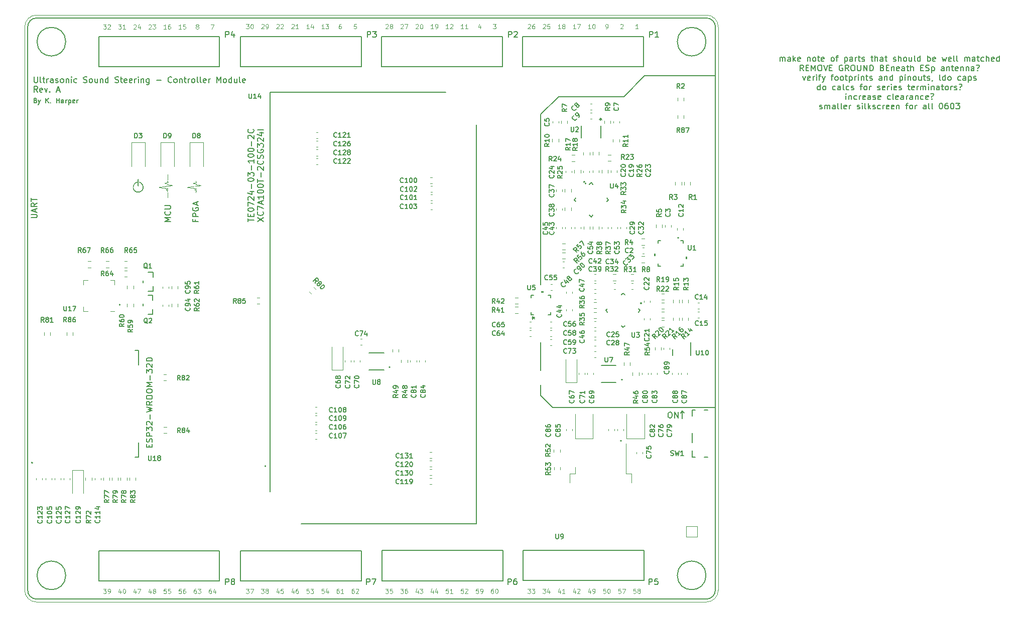
<source format=gbr>
%TF.GenerationSoftware,KiCad,Pcbnew,(6.0.10)*%
%TF.CreationDate,2023-12-11T16:59:24-05:00*%
%TF.ProjectId,Ultrasonic Sound Steering - Control Rev. A,556c7472-6173-46f6-9e69-6320536f756e,rev?*%
%TF.SameCoordinates,Original*%
%TF.FileFunction,Legend,Top*%
%TF.FilePolarity,Positive*%
%FSLAX46Y46*%
G04 Gerber Fmt 4.6, Leading zero omitted, Abs format (unit mm)*
G04 Created by KiCad (PCBNEW (6.0.10)) date 2023-12-11 16:59:24*
%MOMM*%
%LPD*%
G01*
G04 APERTURE LIST*
%ADD10C,0.150000*%
%ADD11C,0.200000*%
%TA.AperFunction,Profile*%
%ADD12C,0.100000*%
%TD*%
%ADD13C,0.100000*%
%ADD14C,0.120000*%
%ADD15C,0.127000*%
%ADD16C,0.152400*%
%TA.AperFunction,Profile*%
%ADD17C,0.010000*%
%TD*%
G04 APERTURE END LIST*
D10*
X170200000Y-30625000D02*
X190575000Y-30625000D01*
X190575000Y-30625000D02*
X190575000Y-35750000D01*
X190575000Y-35750000D02*
X170200000Y-35750000D01*
X170200000Y-35750000D02*
X170200000Y-30625000D01*
X244750000Y-82250000D02*
X244750000Y-87000000D01*
X241775000Y-117400000D02*
X262150000Y-117400000D01*
X262150000Y-117400000D02*
X262150000Y-122525000D01*
X262150000Y-122525000D02*
X241775000Y-122525000D01*
X241775000Y-122525000D02*
X241775000Y-117400000D01*
D11*
X268640000Y-95110000D02*
X268640000Y-93850000D01*
X173810000Y-75910000D02*
G75*
G03*
X173810000Y-75910000I-84853J0D01*
G01*
D10*
X274202186Y-29043260D02*
G75*
G03*
X272642060Y-27485192I-1500186J57960D01*
G01*
D11*
X268920000Y-94230000D02*
X268640000Y-93850000D01*
D10*
X194100000Y-117475000D02*
X214475000Y-117475000D01*
X214475000Y-117475000D02*
X214475000Y-122600000D01*
X214475000Y-122600000D02*
X194100000Y-122600000D01*
X194100000Y-122600000D02*
X194100000Y-117475000D01*
X272617886Y-31490000D02*
G75*
G03*
X272617886Y-31490000I-2417696J0D01*
G01*
X244750000Y-89500000D02*
X244750000Y-91250000D01*
X194100000Y-30625000D02*
X214475000Y-30625000D01*
X214475000Y-30625000D02*
X214475000Y-35750000D01*
X214475000Y-35750000D02*
X194100000Y-35750000D01*
X194100000Y-35750000D02*
X194100000Y-30625000D01*
D11*
X268000000Y-64620000D02*
G75*
G03*
X268000000Y-64620000I-84853J0D01*
G01*
D10*
X241700000Y-30625000D02*
X262075000Y-30625000D01*
X262075000Y-30625000D02*
X262075000Y-35750000D01*
X262075000Y-35750000D02*
X241700000Y-35750000D01*
X241700000Y-35750000D02*
X241700000Y-30625000D01*
X247750000Y-40750000D02*
X244750000Y-43750000D01*
X272617869Y-121640000D02*
G75*
G03*
X272617869Y-121640000I-2417696J0D01*
G01*
X217975000Y-117425000D02*
X238350000Y-117425000D01*
X238350000Y-117425000D02*
X238350000Y-122550000D01*
X238350000Y-122550000D02*
X217975000Y-122550000D01*
X217975000Y-122550000D02*
X217975000Y-117425000D01*
D11*
X252394853Y-55430000D02*
G75*
G03*
X252394853Y-55430000I-84853J0D01*
G01*
D10*
X170200000Y-117475000D02*
X190575000Y-117475000D01*
X190575000Y-117475000D02*
X190575000Y-122600000D01*
X190575000Y-122600000D02*
X170200000Y-122600000D01*
X170200000Y-122600000D02*
X170200000Y-117475000D01*
X274200000Y-37250000D02*
X262250000Y-37250000D01*
X159760202Y-27493000D02*
X272642060Y-27485192D01*
X164617874Y-31490000D02*
G75*
G03*
X164617874Y-31490000I-2417696J0D01*
G01*
X217925000Y-30625000D02*
X238300000Y-30625000D01*
X238300000Y-30625000D02*
X238300000Y-35750000D01*
X238300000Y-35750000D02*
X217925000Y-35750000D01*
X217925000Y-35750000D02*
X217925000Y-30625000D01*
X246750000Y-93250000D02*
X274200000Y-93250000D01*
X262250000Y-37250000D02*
X258750000Y-40750000D01*
X272641877Y-125643021D02*
G75*
G03*
X274199944Y-124082924I58023J1500121D01*
G01*
D11*
X268640000Y-93850000D02*
X268350000Y-94220000D01*
D10*
X159760200Y-27493062D02*
G75*
G03*
X158202136Y-29053076I-58100J-1500038D01*
G01*
X274202136Y-29043258D02*
X274199944Y-124082924D01*
X244750000Y-43750000D02*
X244750000Y-72500000D01*
X164617911Y-121640000D02*
G75*
G03*
X164617911Y-121640000I-2417696J0D01*
G01*
X258750000Y-40750000D02*
X247750000Y-40750000D01*
X158202060Y-124084933D02*
X158202136Y-29053076D01*
X158202024Y-124084932D02*
G75*
G03*
X159762136Y-125642999I1500176J-57968D01*
G01*
X272641878Y-125643000D02*
X159762136Y-125642999D01*
D11*
X258360000Y-98880000D02*
G75*
G03*
X258360000Y-98880000I-84853J0D01*
G01*
D10*
X244750000Y-91250000D02*
X246750000Y-93250000D01*
D12*
X159706350Y-26997214D02*
X272697922Y-26997214D01*
X157702100Y-124143000D02*
G75*
G03*
X159702136Y-126143000I2000100J100D01*
G01*
X274697886Y-28997214D02*
G75*
G03*
X272697922Y-26997214I-1999886J114D01*
G01*
X274697922Y-28997214D02*
X274697922Y-124138787D01*
X157702136Y-124143000D02*
X157706350Y-28997214D01*
X272697922Y-126138787D02*
X159702136Y-126143000D01*
X159706350Y-26997150D02*
G75*
G03*
X157706350Y-28997214I50J-2000050D01*
G01*
X272697922Y-126138722D02*
G75*
G03*
X274697922Y-124138787I78J1999922D01*
G01*
D13*
X197597958Y-123904285D02*
X198062243Y-123904285D01*
X197812243Y-124190000D01*
X197919386Y-124190000D01*
X197990815Y-124225714D01*
X198026529Y-124261428D01*
X198062243Y-124332857D01*
X198062243Y-124511428D01*
X198026529Y-124582857D01*
X197990815Y-124618571D01*
X197919386Y-124654285D01*
X197705101Y-124654285D01*
X197633672Y-124618571D01*
X197597958Y-124582857D01*
X198490815Y-124225714D02*
X198419386Y-124190000D01*
X198383672Y-124154285D01*
X198347958Y-124082857D01*
X198347958Y-124047142D01*
X198383672Y-123975714D01*
X198419386Y-123940000D01*
X198490815Y-123904285D01*
X198633672Y-123904285D01*
X198705101Y-123940000D01*
X198740815Y-123975714D01*
X198776529Y-124047142D01*
X198776529Y-124082857D01*
X198740815Y-124154285D01*
X198705101Y-124190000D01*
X198633672Y-124225714D01*
X198490815Y-124225714D01*
X198419386Y-124261428D01*
X198383672Y-124297142D01*
X198347958Y-124368571D01*
X198347958Y-124511428D01*
X198383672Y-124582857D01*
X198419386Y-124618571D01*
X198490815Y-124654285D01*
X198633672Y-124654285D01*
X198705101Y-124618571D01*
X198740815Y-124582857D01*
X198776529Y-124511428D01*
X198776529Y-124368571D01*
X198740815Y-124297142D01*
X198705101Y-124261428D01*
X198633672Y-124225714D01*
D10*
X285090000Y-34807380D02*
X285090000Y-34140714D01*
X285090000Y-34235952D02*
X285137619Y-34188333D01*
X285232857Y-34140714D01*
X285375714Y-34140714D01*
X285470952Y-34188333D01*
X285518571Y-34283571D01*
X285518571Y-34807380D01*
X285518571Y-34283571D02*
X285566190Y-34188333D01*
X285661428Y-34140714D01*
X285804285Y-34140714D01*
X285899523Y-34188333D01*
X285947142Y-34283571D01*
X285947142Y-34807380D01*
X286851904Y-34807380D02*
X286851904Y-34283571D01*
X286804285Y-34188333D01*
X286709047Y-34140714D01*
X286518571Y-34140714D01*
X286423333Y-34188333D01*
X286851904Y-34759761D02*
X286756666Y-34807380D01*
X286518571Y-34807380D01*
X286423333Y-34759761D01*
X286375714Y-34664523D01*
X286375714Y-34569285D01*
X286423333Y-34474047D01*
X286518571Y-34426428D01*
X286756666Y-34426428D01*
X286851904Y-34378809D01*
X287328095Y-34807380D02*
X287328095Y-33807380D01*
X287423333Y-34426428D02*
X287709047Y-34807380D01*
X287709047Y-34140714D02*
X287328095Y-34521666D01*
X288518571Y-34759761D02*
X288423333Y-34807380D01*
X288232857Y-34807380D01*
X288137619Y-34759761D01*
X288090000Y-34664523D01*
X288090000Y-34283571D01*
X288137619Y-34188333D01*
X288232857Y-34140714D01*
X288423333Y-34140714D01*
X288518571Y-34188333D01*
X288566190Y-34283571D01*
X288566190Y-34378809D01*
X288090000Y-34474047D01*
X289756666Y-34140714D02*
X289756666Y-34807380D01*
X289756666Y-34235952D02*
X289804285Y-34188333D01*
X289899523Y-34140714D01*
X290042380Y-34140714D01*
X290137619Y-34188333D01*
X290185238Y-34283571D01*
X290185238Y-34807380D01*
X290804285Y-34807380D02*
X290709047Y-34759761D01*
X290661428Y-34712142D01*
X290613809Y-34616904D01*
X290613809Y-34331190D01*
X290661428Y-34235952D01*
X290709047Y-34188333D01*
X290804285Y-34140714D01*
X290947142Y-34140714D01*
X291042380Y-34188333D01*
X291090000Y-34235952D01*
X291137619Y-34331190D01*
X291137619Y-34616904D01*
X291090000Y-34712142D01*
X291042380Y-34759761D01*
X290947142Y-34807380D01*
X290804285Y-34807380D01*
X291423333Y-34140714D02*
X291804285Y-34140714D01*
X291566190Y-33807380D02*
X291566190Y-34664523D01*
X291613809Y-34759761D01*
X291709047Y-34807380D01*
X291804285Y-34807380D01*
X292518571Y-34759761D02*
X292423333Y-34807380D01*
X292232857Y-34807380D01*
X292137619Y-34759761D01*
X292090000Y-34664523D01*
X292090000Y-34283571D01*
X292137619Y-34188333D01*
X292232857Y-34140714D01*
X292423333Y-34140714D01*
X292518571Y-34188333D01*
X292566190Y-34283571D01*
X292566190Y-34378809D01*
X292090000Y-34474047D01*
X293899523Y-34807380D02*
X293804285Y-34759761D01*
X293756666Y-34712142D01*
X293709047Y-34616904D01*
X293709047Y-34331190D01*
X293756666Y-34235952D01*
X293804285Y-34188333D01*
X293899523Y-34140714D01*
X294042380Y-34140714D01*
X294137619Y-34188333D01*
X294185238Y-34235952D01*
X294232857Y-34331190D01*
X294232857Y-34616904D01*
X294185238Y-34712142D01*
X294137619Y-34759761D01*
X294042380Y-34807380D01*
X293899523Y-34807380D01*
X294518571Y-34140714D02*
X294899523Y-34140714D01*
X294661428Y-34807380D02*
X294661428Y-33950238D01*
X294709047Y-33855000D01*
X294804285Y-33807380D01*
X294899523Y-33807380D01*
X295994761Y-34140714D02*
X295994761Y-35140714D01*
X295994761Y-34188333D02*
X296090000Y-34140714D01*
X296280476Y-34140714D01*
X296375714Y-34188333D01*
X296423333Y-34235952D01*
X296470952Y-34331190D01*
X296470952Y-34616904D01*
X296423333Y-34712142D01*
X296375714Y-34759761D01*
X296280476Y-34807380D01*
X296090000Y-34807380D01*
X295994761Y-34759761D01*
X297328095Y-34807380D02*
X297328095Y-34283571D01*
X297280476Y-34188333D01*
X297185238Y-34140714D01*
X296994761Y-34140714D01*
X296899523Y-34188333D01*
X297328095Y-34759761D02*
X297232857Y-34807380D01*
X296994761Y-34807380D01*
X296899523Y-34759761D01*
X296851904Y-34664523D01*
X296851904Y-34569285D01*
X296899523Y-34474047D01*
X296994761Y-34426428D01*
X297232857Y-34426428D01*
X297328095Y-34378809D01*
X297804285Y-34807380D02*
X297804285Y-34140714D01*
X297804285Y-34331190D02*
X297851904Y-34235952D01*
X297899523Y-34188333D01*
X297994761Y-34140714D01*
X298090000Y-34140714D01*
X298280476Y-34140714D02*
X298661428Y-34140714D01*
X298423333Y-33807380D02*
X298423333Y-34664523D01*
X298470952Y-34759761D01*
X298566190Y-34807380D01*
X298661428Y-34807380D01*
X298947142Y-34759761D02*
X299042380Y-34807380D01*
X299232857Y-34807380D01*
X299328095Y-34759761D01*
X299375714Y-34664523D01*
X299375714Y-34616904D01*
X299328095Y-34521666D01*
X299232857Y-34474047D01*
X299090000Y-34474047D01*
X298994761Y-34426428D01*
X298947142Y-34331190D01*
X298947142Y-34283571D01*
X298994761Y-34188333D01*
X299090000Y-34140714D01*
X299232857Y-34140714D01*
X299328095Y-34188333D01*
X300423333Y-34140714D02*
X300804285Y-34140714D01*
X300566190Y-33807380D02*
X300566190Y-34664523D01*
X300613809Y-34759761D01*
X300709047Y-34807380D01*
X300804285Y-34807380D01*
X301137619Y-34807380D02*
X301137619Y-33807380D01*
X301566190Y-34807380D02*
X301566190Y-34283571D01*
X301518571Y-34188333D01*
X301423333Y-34140714D01*
X301280476Y-34140714D01*
X301185238Y-34188333D01*
X301137619Y-34235952D01*
X302470952Y-34807380D02*
X302470952Y-34283571D01*
X302423333Y-34188333D01*
X302328095Y-34140714D01*
X302137619Y-34140714D01*
X302042380Y-34188333D01*
X302470952Y-34759761D02*
X302375714Y-34807380D01*
X302137619Y-34807380D01*
X302042380Y-34759761D01*
X301994761Y-34664523D01*
X301994761Y-34569285D01*
X302042380Y-34474047D01*
X302137619Y-34426428D01*
X302375714Y-34426428D01*
X302470952Y-34378809D01*
X302804285Y-34140714D02*
X303185238Y-34140714D01*
X302947142Y-33807380D02*
X302947142Y-34664523D01*
X302994761Y-34759761D01*
X303090000Y-34807380D01*
X303185238Y-34807380D01*
X304232857Y-34759761D02*
X304328095Y-34807380D01*
X304518571Y-34807380D01*
X304613809Y-34759761D01*
X304661428Y-34664523D01*
X304661428Y-34616904D01*
X304613809Y-34521666D01*
X304518571Y-34474047D01*
X304375714Y-34474047D01*
X304280476Y-34426428D01*
X304232857Y-34331190D01*
X304232857Y-34283571D01*
X304280476Y-34188333D01*
X304375714Y-34140714D01*
X304518571Y-34140714D01*
X304613809Y-34188333D01*
X305090000Y-34807380D02*
X305090000Y-33807380D01*
X305518571Y-34807380D02*
X305518571Y-34283571D01*
X305470952Y-34188333D01*
X305375714Y-34140714D01*
X305232857Y-34140714D01*
X305137619Y-34188333D01*
X305090000Y-34235952D01*
X306137619Y-34807380D02*
X306042380Y-34759761D01*
X305994761Y-34712142D01*
X305947142Y-34616904D01*
X305947142Y-34331190D01*
X305994761Y-34235952D01*
X306042380Y-34188333D01*
X306137619Y-34140714D01*
X306280476Y-34140714D01*
X306375714Y-34188333D01*
X306423333Y-34235952D01*
X306470952Y-34331190D01*
X306470952Y-34616904D01*
X306423333Y-34712142D01*
X306375714Y-34759761D01*
X306280476Y-34807380D01*
X306137619Y-34807380D01*
X307328095Y-34140714D02*
X307328095Y-34807380D01*
X306899523Y-34140714D02*
X306899523Y-34664523D01*
X306947142Y-34759761D01*
X307042380Y-34807380D01*
X307185238Y-34807380D01*
X307280476Y-34759761D01*
X307328095Y-34712142D01*
X307947142Y-34807380D02*
X307851904Y-34759761D01*
X307804285Y-34664523D01*
X307804285Y-33807380D01*
X308756666Y-34807380D02*
X308756666Y-33807380D01*
X308756666Y-34759761D02*
X308661428Y-34807380D01*
X308470952Y-34807380D01*
X308375714Y-34759761D01*
X308328095Y-34712142D01*
X308280476Y-34616904D01*
X308280476Y-34331190D01*
X308328095Y-34235952D01*
X308375714Y-34188333D01*
X308470952Y-34140714D01*
X308661428Y-34140714D01*
X308756666Y-34188333D01*
X309994761Y-34807380D02*
X309994761Y-33807380D01*
X309994761Y-34188333D02*
X310090000Y-34140714D01*
X310280476Y-34140714D01*
X310375714Y-34188333D01*
X310423333Y-34235952D01*
X310470952Y-34331190D01*
X310470952Y-34616904D01*
X310423333Y-34712142D01*
X310375714Y-34759761D01*
X310280476Y-34807380D01*
X310090000Y-34807380D01*
X309994761Y-34759761D01*
X311280476Y-34759761D02*
X311185238Y-34807380D01*
X310994761Y-34807380D01*
X310899523Y-34759761D01*
X310851904Y-34664523D01*
X310851904Y-34283571D01*
X310899523Y-34188333D01*
X310994761Y-34140714D01*
X311185238Y-34140714D01*
X311280476Y-34188333D01*
X311328095Y-34283571D01*
X311328095Y-34378809D01*
X310851904Y-34474047D01*
X312423333Y-34140714D02*
X312613809Y-34807380D01*
X312804285Y-34331190D01*
X312994761Y-34807380D01*
X313185238Y-34140714D01*
X313947142Y-34759761D02*
X313851904Y-34807380D01*
X313661428Y-34807380D01*
X313566190Y-34759761D01*
X313518571Y-34664523D01*
X313518571Y-34283571D01*
X313566190Y-34188333D01*
X313661428Y-34140714D01*
X313851904Y-34140714D01*
X313947142Y-34188333D01*
X313994761Y-34283571D01*
X313994761Y-34378809D01*
X313518571Y-34474047D01*
X314566190Y-34807380D02*
X314470952Y-34759761D01*
X314423333Y-34664523D01*
X314423333Y-33807380D01*
X315090000Y-34807380D02*
X314994761Y-34759761D01*
X314947142Y-34664523D01*
X314947142Y-33807380D01*
X316232857Y-34807380D02*
X316232857Y-34140714D01*
X316232857Y-34235952D02*
X316280476Y-34188333D01*
X316375714Y-34140714D01*
X316518571Y-34140714D01*
X316613809Y-34188333D01*
X316661428Y-34283571D01*
X316661428Y-34807380D01*
X316661428Y-34283571D02*
X316709047Y-34188333D01*
X316804285Y-34140714D01*
X316947142Y-34140714D01*
X317042380Y-34188333D01*
X317090000Y-34283571D01*
X317090000Y-34807380D01*
X317994761Y-34807380D02*
X317994761Y-34283571D01*
X317947142Y-34188333D01*
X317851904Y-34140714D01*
X317661428Y-34140714D01*
X317566190Y-34188333D01*
X317994761Y-34759761D02*
X317899523Y-34807380D01*
X317661428Y-34807380D01*
X317566190Y-34759761D01*
X317518571Y-34664523D01*
X317518571Y-34569285D01*
X317566190Y-34474047D01*
X317661428Y-34426428D01*
X317899523Y-34426428D01*
X317994761Y-34378809D01*
X318328095Y-34140714D02*
X318709047Y-34140714D01*
X318470952Y-33807380D02*
X318470952Y-34664523D01*
X318518571Y-34759761D01*
X318613809Y-34807380D01*
X318709047Y-34807380D01*
X319470952Y-34759761D02*
X319375714Y-34807380D01*
X319185238Y-34807380D01*
X319090000Y-34759761D01*
X319042380Y-34712142D01*
X318994761Y-34616904D01*
X318994761Y-34331190D01*
X319042380Y-34235952D01*
X319090000Y-34188333D01*
X319185238Y-34140714D01*
X319375714Y-34140714D01*
X319470952Y-34188333D01*
X319899523Y-34807380D02*
X319899523Y-33807380D01*
X320328095Y-34807380D02*
X320328095Y-34283571D01*
X320280476Y-34188333D01*
X320185238Y-34140714D01*
X320042380Y-34140714D01*
X319947142Y-34188333D01*
X319899523Y-34235952D01*
X321185238Y-34759761D02*
X321090000Y-34807380D01*
X320899523Y-34807380D01*
X320804285Y-34759761D01*
X320756666Y-34664523D01*
X320756666Y-34283571D01*
X320804285Y-34188333D01*
X320899523Y-34140714D01*
X321090000Y-34140714D01*
X321185238Y-34188333D01*
X321232857Y-34283571D01*
X321232857Y-34378809D01*
X320756666Y-34474047D01*
X322090000Y-34807380D02*
X322090000Y-33807380D01*
X322090000Y-34759761D02*
X321994761Y-34807380D01*
X321804285Y-34807380D01*
X321709047Y-34759761D01*
X321661428Y-34712142D01*
X321613809Y-34616904D01*
X321613809Y-34331190D01*
X321661428Y-34235952D01*
X321709047Y-34188333D01*
X321804285Y-34140714D01*
X321994761Y-34140714D01*
X322090000Y-34188333D01*
X289066190Y-36417380D02*
X288732857Y-35941190D01*
X288494761Y-36417380D02*
X288494761Y-35417380D01*
X288875714Y-35417380D01*
X288970952Y-35465000D01*
X289018571Y-35512619D01*
X289066190Y-35607857D01*
X289066190Y-35750714D01*
X289018571Y-35845952D01*
X288970952Y-35893571D01*
X288875714Y-35941190D01*
X288494761Y-35941190D01*
X289494761Y-35893571D02*
X289828095Y-35893571D01*
X289970952Y-36417380D02*
X289494761Y-36417380D01*
X289494761Y-35417380D01*
X289970952Y-35417380D01*
X290399523Y-36417380D02*
X290399523Y-35417380D01*
X290732857Y-36131666D01*
X291066190Y-35417380D01*
X291066190Y-36417380D01*
X291732857Y-35417380D02*
X291923333Y-35417380D01*
X292018571Y-35465000D01*
X292113809Y-35560238D01*
X292161428Y-35750714D01*
X292161428Y-36084047D01*
X292113809Y-36274523D01*
X292018571Y-36369761D01*
X291923333Y-36417380D01*
X291732857Y-36417380D01*
X291637619Y-36369761D01*
X291542380Y-36274523D01*
X291494761Y-36084047D01*
X291494761Y-35750714D01*
X291542380Y-35560238D01*
X291637619Y-35465000D01*
X291732857Y-35417380D01*
X292447142Y-35417380D02*
X292780476Y-36417380D01*
X293113809Y-35417380D01*
X293447142Y-35893571D02*
X293780476Y-35893571D01*
X293923333Y-36417380D02*
X293447142Y-36417380D01*
X293447142Y-35417380D01*
X293923333Y-35417380D01*
X295637619Y-35465000D02*
X295542380Y-35417380D01*
X295399523Y-35417380D01*
X295256666Y-35465000D01*
X295161428Y-35560238D01*
X295113809Y-35655476D01*
X295066190Y-35845952D01*
X295066190Y-35988809D01*
X295113809Y-36179285D01*
X295161428Y-36274523D01*
X295256666Y-36369761D01*
X295399523Y-36417380D01*
X295494761Y-36417380D01*
X295637619Y-36369761D01*
X295685238Y-36322142D01*
X295685238Y-35988809D01*
X295494761Y-35988809D01*
X296685238Y-36417380D02*
X296351904Y-35941190D01*
X296113809Y-36417380D02*
X296113809Y-35417380D01*
X296494761Y-35417380D01*
X296590000Y-35465000D01*
X296637619Y-35512619D01*
X296685238Y-35607857D01*
X296685238Y-35750714D01*
X296637619Y-35845952D01*
X296590000Y-35893571D01*
X296494761Y-35941190D01*
X296113809Y-35941190D01*
X297304285Y-35417380D02*
X297494761Y-35417380D01*
X297590000Y-35465000D01*
X297685238Y-35560238D01*
X297732857Y-35750714D01*
X297732857Y-36084047D01*
X297685238Y-36274523D01*
X297590000Y-36369761D01*
X297494761Y-36417380D01*
X297304285Y-36417380D01*
X297209047Y-36369761D01*
X297113809Y-36274523D01*
X297066190Y-36084047D01*
X297066190Y-35750714D01*
X297113809Y-35560238D01*
X297209047Y-35465000D01*
X297304285Y-35417380D01*
X298161428Y-35417380D02*
X298161428Y-36226904D01*
X298209047Y-36322142D01*
X298256666Y-36369761D01*
X298351904Y-36417380D01*
X298542380Y-36417380D01*
X298637619Y-36369761D01*
X298685238Y-36322142D01*
X298732857Y-36226904D01*
X298732857Y-35417380D01*
X299209047Y-36417380D02*
X299209047Y-35417380D01*
X299780476Y-36417380D01*
X299780476Y-35417380D01*
X300256666Y-36417380D02*
X300256666Y-35417380D01*
X300494761Y-35417380D01*
X300637619Y-35465000D01*
X300732857Y-35560238D01*
X300780476Y-35655476D01*
X300828095Y-35845952D01*
X300828095Y-35988809D01*
X300780476Y-36179285D01*
X300732857Y-36274523D01*
X300637619Y-36369761D01*
X300494761Y-36417380D01*
X300256666Y-36417380D01*
X302351904Y-35893571D02*
X302494761Y-35941190D01*
X302542380Y-35988809D01*
X302590000Y-36084047D01*
X302590000Y-36226904D01*
X302542380Y-36322142D01*
X302494761Y-36369761D01*
X302399523Y-36417380D01*
X302018571Y-36417380D01*
X302018571Y-35417380D01*
X302351904Y-35417380D01*
X302447142Y-35465000D01*
X302494761Y-35512619D01*
X302542380Y-35607857D01*
X302542380Y-35703095D01*
X302494761Y-35798333D01*
X302447142Y-35845952D01*
X302351904Y-35893571D01*
X302018571Y-35893571D01*
X303018571Y-35893571D02*
X303351904Y-35893571D01*
X303494761Y-36417380D02*
X303018571Y-36417380D01*
X303018571Y-35417380D01*
X303494761Y-35417380D01*
X303923333Y-35750714D02*
X303923333Y-36417380D01*
X303923333Y-35845952D02*
X303970952Y-35798333D01*
X304066190Y-35750714D01*
X304209047Y-35750714D01*
X304304285Y-35798333D01*
X304351904Y-35893571D01*
X304351904Y-36417380D01*
X305209047Y-36369761D02*
X305113809Y-36417380D01*
X304923333Y-36417380D01*
X304828095Y-36369761D01*
X304780476Y-36274523D01*
X304780476Y-35893571D01*
X304828095Y-35798333D01*
X304923333Y-35750714D01*
X305113809Y-35750714D01*
X305209047Y-35798333D01*
X305256666Y-35893571D01*
X305256666Y-35988809D01*
X304780476Y-36084047D01*
X306113809Y-36417380D02*
X306113809Y-35893571D01*
X306066190Y-35798333D01*
X305970952Y-35750714D01*
X305780476Y-35750714D01*
X305685238Y-35798333D01*
X306113809Y-36369761D02*
X306018571Y-36417380D01*
X305780476Y-36417380D01*
X305685238Y-36369761D01*
X305637619Y-36274523D01*
X305637619Y-36179285D01*
X305685238Y-36084047D01*
X305780476Y-36036428D01*
X306018571Y-36036428D01*
X306113809Y-35988809D01*
X306447142Y-35750714D02*
X306828095Y-35750714D01*
X306590000Y-35417380D02*
X306590000Y-36274523D01*
X306637619Y-36369761D01*
X306732857Y-36417380D01*
X306828095Y-36417380D01*
X307161428Y-36417380D02*
X307161428Y-35417380D01*
X307590000Y-36417380D02*
X307590000Y-35893571D01*
X307542380Y-35798333D01*
X307447142Y-35750714D01*
X307304285Y-35750714D01*
X307209047Y-35798333D01*
X307161428Y-35845952D01*
X308828095Y-35893571D02*
X309161428Y-35893571D01*
X309304285Y-36417380D02*
X308828095Y-36417380D01*
X308828095Y-35417380D01*
X309304285Y-35417380D01*
X309685238Y-36369761D02*
X309828095Y-36417380D01*
X310066190Y-36417380D01*
X310161428Y-36369761D01*
X310209047Y-36322142D01*
X310256666Y-36226904D01*
X310256666Y-36131666D01*
X310209047Y-36036428D01*
X310161428Y-35988809D01*
X310066190Y-35941190D01*
X309875714Y-35893571D01*
X309780476Y-35845952D01*
X309732857Y-35798333D01*
X309685238Y-35703095D01*
X309685238Y-35607857D01*
X309732857Y-35512619D01*
X309780476Y-35465000D01*
X309875714Y-35417380D01*
X310113809Y-35417380D01*
X310256666Y-35465000D01*
X310685238Y-35750714D02*
X310685238Y-36750714D01*
X310685238Y-35798333D02*
X310780476Y-35750714D01*
X310970952Y-35750714D01*
X311066190Y-35798333D01*
X311113809Y-35845952D01*
X311161428Y-35941190D01*
X311161428Y-36226904D01*
X311113809Y-36322142D01*
X311066190Y-36369761D01*
X310970952Y-36417380D01*
X310780476Y-36417380D01*
X310685238Y-36369761D01*
X312780476Y-36417380D02*
X312780476Y-35893571D01*
X312732857Y-35798333D01*
X312637619Y-35750714D01*
X312447142Y-35750714D01*
X312351904Y-35798333D01*
X312780476Y-36369761D02*
X312685238Y-36417380D01*
X312447142Y-36417380D01*
X312351904Y-36369761D01*
X312304285Y-36274523D01*
X312304285Y-36179285D01*
X312351904Y-36084047D01*
X312447142Y-36036428D01*
X312685238Y-36036428D01*
X312780476Y-35988809D01*
X313256666Y-35750714D02*
X313256666Y-36417380D01*
X313256666Y-35845952D02*
X313304285Y-35798333D01*
X313399523Y-35750714D01*
X313542380Y-35750714D01*
X313637619Y-35798333D01*
X313685238Y-35893571D01*
X313685238Y-36417380D01*
X314018571Y-35750714D02*
X314399523Y-35750714D01*
X314161428Y-35417380D02*
X314161428Y-36274523D01*
X314209047Y-36369761D01*
X314304285Y-36417380D01*
X314399523Y-36417380D01*
X315113809Y-36369761D02*
X315018571Y-36417380D01*
X314828095Y-36417380D01*
X314732857Y-36369761D01*
X314685238Y-36274523D01*
X314685238Y-35893571D01*
X314732857Y-35798333D01*
X314828095Y-35750714D01*
X315018571Y-35750714D01*
X315113809Y-35798333D01*
X315161428Y-35893571D01*
X315161428Y-35988809D01*
X314685238Y-36084047D01*
X315590000Y-35750714D02*
X315590000Y-36417380D01*
X315590000Y-35845952D02*
X315637619Y-35798333D01*
X315732857Y-35750714D01*
X315875714Y-35750714D01*
X315970952Y-35798333D01*
X316018571Y-35893571D01*
X316018571Y-36417380D01*
X316494761Y-35750714D02*
X316494761Y-36417380D01*
X316494761Y-35845952D02*
X316542380Y-35798333D01*
X316637619Y-35750714D01*
X316780476Y-35750714D01*
X316875714Y-35798333D01*
X316923333Y-35893571D01*
X316923333Y-36417380D01*
X317828095Y-36417380D02*
X317828095Y-35893571D01*
X317780476Y-35798333D01*
X317685238Y-35750714D01*
X317494761Y-35750714D01*
X317399523Y-35798333D01*
X317828095Y-36369761D02*
X317732857Y-36417380D01*
X317494761Y-36417380D01*
X317399523Y-36369761D01*
X317351904Y-36274523D01*
X317351904Y-36179285D01*
X317399523Y-36084047D01*
X317494761Y-36036428D01*
X317732857Y-36036428D01*
X317828095Y-35988809D01*
X318447142Y-36322142D02*
X318494761Y-36369761D01*
X318447142Y-36417380D01*
X318399523Y-36369761D01*
X318447142Y-36322142D01*
X318447142Y-36417380D01*
X318256666Y-35465000D02*
X318351904Y-35417380D01*
X318590000Y-35417380D01*
X318685238Y-35465000D01*
X318732857Y-35560238D01*
X318732857Y-35655476D01*
X318685238Y-35750714D01*
X318637619Y-35798333D01*
X318542380Y-35845952D01*
X318494761Y-35893571D01*
X318447142Y-35988809D01*
X318447142Y-36036428D01*
X288947142Y-37360714D02*
X289185238Y-38027380D01*
X289423333Y-37360714D01*
X290185238Y-37979761D02*
X290090000Y-38027380D01*
X289899523Y-38027380D01*
X289804285Y-37979761D01*
X289756666Y-37884523D01*
X289756666Y-37503571D01*
X289804285Y-37408333D01*
X289899523Y-37360714D01*
X290090000Y-37360714D01*
X290185238Y-37408333D01*
X290232857Y-37503571D01*
X290232857Y-37598809D01*
X289756666Y-37694047D01*
X290661428Y-38027380D02*
X290661428Y-37360714D01*
X290661428Y-37551190D02*
X290709047Y-37455952D01*
X290756666Y-37408333D01*
X290851904Y-37360714D01*
X290947142Y-37360714D01*
X291280476Y-38027380D02*
X291280476Y-37360714D01*
X291280476Y-37027380D02*
X291232857Y-37075000D01*
X291280476Y-37122619D01*
X291328095Y-37075000D01*
X291280476Y-37027380D01*
X291280476Y-37122619D01*
X291613809Y-37360714D02*
X291994761Y-37360714D01*
X291756666Y-38027380D02*
X291756666Y-37170238D01*
X291804285Y-37075000D01*
X291899523Y-37027380D01*
X291994761Y-37027380D01*
X292232857Y-37360714D02*
X292470952Y-38027380D01*
X292709047Y-37360714D02*
X292470952Y-38027380D01*
X292375714Y-38265476D01*
X292328095Y-38313095D01*
X292232857Y-38360714D01*
X293709047Y-37360714D02*
X294090000Y-37360714D01*
X293851904Y-38027380D02*
X293851904Y-37170238D01*
X293899523Y-37075000D01*
X293994761Y-37027380D01*
X294090000Y-37027380D01*
X294566190Y-38027380D02*
X294470952Y-37979761D01*
X294423333Y-37932142D01*
X294375714Y-37836904D01*
X294375714Y-37551190D01*
X294423333Y-37455952D01*
X294470952Y-37408333D01*
X294566190Y-37360714D01*
X294709047Y-37360714D01*
X294804285Y-37408333D01*
X294851904Y-37455952D01*
X294899523Y-37551190D01*
X294899523Y-37836904D01*
X294851904Y-37932142D01*
X294804285Y-37979761D01*
X294709047Y-38027380D01*
X294566190Y-38027380D01*
X295470952Y-38027380D02*
X295375714Y-37979761D01*
X295328095Y-37932142D01*
X295280476Y-37836904D01*
X295280476Y-37551190D01*
X295328095Y-37455952D01*
X295375714Y-37408333D01*
X295470952Y-37360714D01*
X295613809Y-37360714D01*
X295709047Y-37408333D01*
X295756666Y-37455952D01*
X295804285Y-37551190D01*
X295804285Y-37836904D01*
X295756666Y-37932142D01*
X295709047Y-37979761D01*
X295613809Y-38027380D01*
X295470952Y-38027380D01*
X296090000Y-37360714D02*
X296470952Y-37360714D01*
X296232857Y-37027380D02*
X296232857Y-37884523D01*
X296280476Y-37979761D01*
X296375714Y-38027380D01*
X296470952Y-38027380D01*
X296804285Y-37360714D02*
X296804285Y-38360714D01*
X296804285Y-37408333D02*
X296899523Y-37360714D01*
X297090000Y-37360714D01*
X297185238Y-37408333D01*
X297232857Y-37455952D01*
X297280476Y-37551190D01*
X297280476Y-37836904D01*
X297232857Y-37932142D01*
X297185238Y-37979761D01*
X297090000Y-38027380D01*
X296899523Y-38027380D01*
X296804285Y-37979761D01*
X297709047Y-38027380D02*
X297709047Y-37360714D01*
X297709047Y-37551190D02*
X297756666Y-37455952D01*
X297804285Y-37408333D01*
X297899523Y-37360714D01*
X297994761Y-37360714D01*
X298328095Y-38027380D02*
X298328095Y-37360714D01*
X298328095Y-37027380D02*
X298280476Y-37075000D01*
X298328095Y-37122619D01*
X298375714Y-37075000D01*
X298328095Y-37027380D01*
X298328095Y-37122619D01*
X298804285Y-37360714D02*
X298804285Y-38027380D01*
X298804285Y-37455952D02*
X298851904Y-37408333D01*
X298947142Y-37360714D01*
X299090000Y-37360714D01*
X299185238Y-37408333D01*
X299232857Y-37503571D01*
X299232857Y-38027380D01*
X299566190Y-37360714D02*
X299947142Y-37360714D01*
X299709047Y-37027380D02*
X299709047Y-37884523D01*
X299756666Y-37979761D01*
X299851904Y-38027380D01*
X299947142Y-38027380D01*
X300232857Y-37979761D02*
X300328095Y-38027380D01*
X300518571Y-38027380D01*
X300613809Y-37979761D01*
X300661428Y-37884523D01*
X300661428Y-37836904D01*
X300613809Y-37741666D01*
X300518571Y-37694047D01*
X300375714Y-37694047D01*
X300280476Y-37646428D01*
X300232857Y-37551190D01*
X300232857Y-37503571D01*
X300280476Y-37408333D01*
X300375714Y-37360714D01*
X300518571Y-37360714D01*
X300613809Y-37408333D01*
X302280476Y-38027380D02*
X302280476Y-37503571D01*
X302232857Y-37408333D01*
X302137619Y-37360714D01*
X301947142Y-37360714D01*
X301851904Y-37408333D01*
X302280476Y-37979761D02*
X302185238Y-38027380D01*
X301947142Y-38027380D01*
X301851904Y-37979761D01*
X301804285Y-37884523D01*
X301804285Y-37789285D01*
X301851904Y-37694047D01*
X301947142Y-37646428D01*
X302185238Y-37646428D01*
X302280476Y-37598809D01*
X302756666Y-37360714D02*
X302756666Y-38027380D01*
X302756666Y-37455952D02*
X302804285Y-37408333D01*
X302899523Y-37360714D01*
X303042380Y-37360714D01*
X303137619Y-37408333D01*
X303185238Y-37503571D01*
X303185238Y-38027380D01*
X304090000Y-38027380D02*
X304090000Y-37027380D01*
X304090000Y-37979761D02*
X303994761Y-38027380D01*
X303804285Y-38027380D01*
X303709047Y-37979761D01*
X303661428Y-37932142D01*
X303613809Y-37836904D01*
X303613809Y-37551190D01*
X303661428Y-37455952D01*
X303709047Y-37408333D01*
X303804285Y-37360714D01*
X303994761Y-37360714D01*
X304090000Y-37408333D01*
X305328095Y-37360714D02*
X305328095Y-38360714D01*
X305328095Y-37408333D02*
X305423333Y-37360714D01*
X305613809Y-37360714D01*
X305709047Y-37408333D01*
X305756666Y-37455952D01*
X305804285Y-37551190D01*
X305804285Y-37836904D01*
X305756666Y-37932142D01*
X305709047Y-37979761D01*
X305613809Y-38027380D01*
X305423333Y-38027380D01*
X305328095Y-37979761D01*
X306232857Y-38027380D02*
X306232857Y-37360714D01*
X306232857Y-37027380D02*
X306185238Y-37075000D01*
X306232857Y-37122619D01*
X306280476Y-37075000D01*
X306232857Y-37027380D01*
X306232857Y-37122619D01*
X306709047Y-37360714D02*
X306709047Y-38027380D01*
X306709047Y-37455952D02*
X306756666Y-37408333D01*
X306851904Y-37360714D01*
X306994761Y-37360714D01*
X307090000Y-37408333D01*
X307137619Y-37503571D01*
X307137619Y-38027380D01*
X307756666Y-38027380D02*
X307661428Y-37979761D01*
X307613809Y-37932142D01*
X307566190Y-37836904D01*
X307566190Y-37551190D01*
X307613809Y-37455952D01*
X307661428Y-37408333D01*
X307756666Y-37360714D01*
X307899523Y-37360714D01*
X307994761Y-37408333D01*
X308042380Y-37455952D01*
X308090000Y-37551190D01*
X308090000Y-37836904D01*
X308042380Y-37932142D01*
X307994761Y-37979761D01*
X307899523Y-38027380D01*
X307756666Y-38027380D01*
X308947142Y-37360714D02*
X308947142Y-38027380D01*
X308518571Y-37360714D02*
X308518571Y-37884523D01*
X308566190Y-37979761D01*
X308661428Y-38027380D01*
X308804285Y-38027380D01*
X308899523Y-37979761D01*
X308947142Y-37932142D01*
X309280476Y-37360714D02*
X309661428Y-37360714D01*
X309423333Y-37027380D02*
X309423333Y-37884523D01*
X309470952Y-37979761D01*
X309566190Y-38027380D01*
X309661428Y-38027380D01*
X309947142Y-37979761D02*
X310042380Y-38027380D01*
X310232857Y-38027380D01*
X310328095Y-37979761D01*
X310375714Y-37884523D01*
X310375714Y-37836904D01*
X310328095Y-37741666D01*
X310232857Y-37694047D01*
X310090000Y-37694047D01*
X309994761Y-37646428D01*
X309947142Y-37551190D01*
X309947142Y-37503571D01*
X309994761Y-37408333D01*
X310090000Y-37360714D01*
X310232857Y-37360714D01*
X310328095Y-37408333D01*
X310851904Y-37979761D02*
X310851904Y-38027380D01*
X310804285Y-38122619D01*
X310756666Y-38170238D01*
X312185238Y-38027380D02*
X312090000Y-37979761D01*
X312042380Y-37884523D01*
X312042380Y-37027380D01*
X312994761Y-38027380D02*
X312994761Y-37027380D01*
X312994761Y-37979761D02*
X312899523Y-38027380D01*
X312709047Y-38027380D01*
X312613809Y-37979761D01*
X312566190Y-37932142D01*
X312518571Y-37836904D01*
X312518571Y-37551190D01*
X312566190Y-37455952D01*
X312613809Y-37408333D01*
X312709047Y-37360714D01*
X312899523Y-37360714D01*
X312994761Y-37408333D01*
X313613809Y-38027380D02*
X313518571Y-37979761D01*
X313470952Y-37932142D01*
X313423333Y-37836904D01*
X313423333Y-37551190D01*
X313470952Y-37455952D01*
X313518571Y-37408333D01*
X313613809Y-37360714D01*
X313756666Y-37360714D01*
X313851904Y-37408333D01*
X313899523Y-37455952D01*
X313947142Y-37551190D01*
X313947142Y-37836904D01*
X313899523Y-37932142D01*
X313851904Y-37979761D01*
X313756666Y-38027380D01*
X313613809Y-38027380D01*
X315566190Y-37979761D02*
X315470952Y-38027380D01*
X315280476Y-38027380D01*
X315185238Y-37979761D01*
X315137619Y-37932142D01*
X315090000Y-37836904D01*
X315090000Y-37551190D01*
X315137619Y-37455952D01*
X315185238Y-37408333D01*
X315280476Y-37360714D01*
X315470952Y-37360714D01*
X315566190Y-37408333D01*
X316423333Y-38027380D02*
X316423333Y-37503571D01*
X316375714Y-37408333D01*
X316280476Y-37360714D01*
X316090000Y-37360714D01*
X315994761Y-37408333D01*
X316423333Y-37979761D02*
X316328095Y-38027380D01*
X316090000Y-38027380D01*
X315994761Y-37979761D01*
X315947142Y-37884523D01*
X315947142Y-37789285D01*
X315994761Y-37694047D01*
X316090000Y-37646428D01*
X316328095Y-37646428D01*
X316423333Y-37598809D01*
X316899523Y-37360714D02*
X316899523Y-38360714D01*
X316899523Y-37408333D02*
X316994761Y-37360714D01*
X317185238Y-37360714D01*
X317280476Y-37408333D01*
X317328095Y-37455952D01*
X317375714Y-37551190D01*
X317375714Y-37836904D01*
X317328095Y-37932142D01*
X317280476Y-37979761D01*
X317185238Y-38027380D01*
X316994761Y-38027380D01*
X316899523Y-37979761D01*
X317756666Y-37979761D02*
X317851904Y-38027380D01*
X318042380Y-38027380D01*
X318137619Y-37979761D01*
X318185238Y-37884523D01*
X318185238Y-37836904D01*
X318137619Y-37741666D01*
X318042380Y-37694047D01*
X317899523Y-37694047D01*
X317804285Y-37646428D01*
X317756666Y-37551190D01*
X317756666Y-37503571D01*
X317804285Y-37408333D01*
X317899523Y-37360714D01*
X318042380Y-37360714D01*
X318137619Y-37408333D01*
X291875714Y-39637380D02*
X291875714Y-38637380D01*
X291875714Y-39589761D02*
X291780476Y-39637380D01*
X291590000Y-39637380D01*
X291494761Y-39589761D01*
X291447142Y-39542142D01*
X291399523Y-39446904D01*
X291399523Y-39161190D01*
X291447142Y-39065952D01*
X291494761Y-39018333D01*
X291590000Y-38970714D01*
X291780476Y-38970714D01*
X291875714Y-39018333D01*
X292494761Y-39637380D02*
X292399523Y-39589761D01*
X292351904Y-39542142D01*
X292304285Y-39446904D01*
X292304285Y-39161190D01*
X292351904Y-39065952D01*
X292399523Y-39018333D01*
X292494761Y-38970714D01*
X292637619Y-38970714D01*
X292732857Y-39018333D01*
X292780476Y-39065952D01*
X292828095Y-39161190D01*
X292828095Y-39446904D01*
X292780476Y-39542142D01*
X292732857Y-39589761D01*
X292637619Y-39637380D01*
X292494761Y-39637380D01*
X294447142Y-39589761D02*
X294351904Y-39637380D01*
X294161428Y-39637380D01*
X294066190Y-39589761D01*
X294018571Y-39542142D01*
X293970952Y-39446904D01*
X293970952Y-39161190D01*
X294018571Y-39065952D01*
X294066190Y-39018333D01*
X294161428Y-38970714D01*
X294351904Y-38970714D01*
X294447142Y-39018333D01*
X295304285Y-39637380D02*
X295304285Y-39113571D01*
X295256666Y-39018333D01*
X295161428Y-38970714D01*
X294970952Y-38970714D01*
X294875714Y-39018333D01*
X295304285Y-39589761D02*
X295209047Y-39637380D01*
X294970952Y-39637380D01*
X294875714Y-39589761D01*
X294828095Y-39494523D01*
X294828095Y-39399285D01*
X294875714Y-39304047D01*
X294970952Y-39256428D01*
X295209047Y-39256428D01*
X295304285Y-39208809D01*
X295923333Y-39637380D02*
X295828095Y-39589761D01*
X295780476Y-39494523D01*
X295780476Y-38637380D01*
X296732857Y-39589761D02*
X296637619Y-39637380D01*
X296447142Y-39637380D01*
X296351904Y-39589761D01*
X296304285Y-39542142D01*
X296256666Y-39446904D01*
X296256666Y-39161190D01*
X296304285Y-39065952D01*
X296351904Y-39018333D01*
X296447142Y-38970714D01*
X296637619Y-38970714D01*
X296732857Y-39018333D01*
X297113809Y-39589761D02*
X297209047Y-39637380D01*
X297399523Y-39637380D01*
X297494761Y-39589761D01*
X297542380Y-39494523D01*
X297542380Y-39446904D01*
X297494761Y-39351666D01*
X297399523Y-39304047D01*
X297256666Y-39304047D01*
X297161428Y-39256428D01*
X297113809Y-39161190D01*
X297113809Y-39113571D01*
X297161428Y-39018333D01*
X297256666Y-38970714D01*
X297399523Y-38970714D01*
X297494761Y-39018333D01*
X298590000Y-38970714D02*
X298970952Y-38970714D01*
X298732857Y-39637380D02*
X298732857Y-38780238D01*
X298780476Y-38685000D01*
X298875714Y-38637380D01*
X298970952Y-38637380D01*
X299447142Y-39637380D02*
X299351904Y-39589761D01*
X299304285Y-39542142D01*
X299256666Y-39446904D01*
X299256666Y-39161190D01*
X299304285Y-39065952D01*
X299351904Y-39018333D01*
X299447142Y-38970714D01*
X299590000Y-38970714D01*
X299685238Y-39018333D01*
X299732857Y-39065952D01*
X299780476Y-39161190D01*
X299780476Y-39446904D01*
X299732857Y-39542142D01*
X299685238Y-39589761D01*
X299590000Y-39637380D01*
X299447142Y-39637380D01*
X300209047Y-39637380D02*
X300209047Y-38970714D01*
X300209047Y-39161190D02*
X300256666Y-39065952D01*
X300304285Y-39018333D01*
X300399523Y-38970714D01*
X300494761Y-38970714D01*
X301542380Y-39589761D02*
X301637619Y-39637380D01*
X301828095Y-39637380D01*
X301923333Y-39589761D01*
X301970952Y-39494523D01*
X301970952Y-39446904D01*
X301923333Y-39351666D01*
X301828095Y-39304047D01*
X301685238Y-39304047D01*
X301590000Y-39256428D01*
X301542380Y-39161190D01*
X301542380Y-39113571D01*
X301590000Y-39018333D01*
X301685238Y-38970714D01*
X301828095Y-38970714D01*
X301923333Y-39018333D01*
X302780476Y-39589761D02*
X302685238Y-39637380D01*
X302494761Y-39637380D01*
X302399523Y-39589761D01*
X302351904Y-39494523D01*
X302351904Y-39113571D01*
X302399523Y-39018333D01*
X302494761Y-38970714D01*
X302685238Y-38970714D01*
X302780476Y-39018333D01*
X302828095Y-39113571D01*
X302828095Y-39208809D01*
X302351904Y-39304047D01*
X303256666Y-39637380D02*
X303256666Y-38970714D01*
X303256666Y-39161190D02*
X303304285Y-39065952D01*
X303351904Y-39018333D01*
X303447142Y-38970714D01*
X303542380Y-38970714D01*
X303875714Y-39637380D02*
X303875714Y-38970714D01*
X303875714Y-38637380D02*
X303828095Y-38685000D01*
X303875714Y-38732619D01*
X303923333Y-38685000D01*
X303875714Y-38637380D01*
X303875714Y-38732619D01*
X304732857Y-39589761D02*
X304637619Y-39637380D01*
X304447142Y-39637380D01*
X304351904Y-39589761D01*
X304304285Y-39494523D01*
X304304285Y-39113571D01*
X304351904Y-39018333D01*
X304447142Y-38970714D01*
X304637619Y-38970714D01*
X304732857Y-39018333D01*
X304780476Y-39113571D01*
X304780476Y-39208809D01*
X304304285Y-39304047D01*
X305161428Y-39589761D02*
X305256666Y-39637380D01*
X305447142Y-39637380D01*
X305542380Y-39589761D01*
X305590000Y-39494523D01*
X305590000Y-39446904D01*
X305542380Y-39351666D01*
X305447142Y-39304047D01*
X305304285Y-39304047D01*
X305209047Y-39256428D01*
X305161428Y-39161190D01*
X305161428Y-39113571D01*
X305209047Y-39018333D01*
X305304285Y-38970714D01*
X305447142Y-38970714D01*
X305542380Y-39018333D01*
X306637619Y-38970714D02*
X307018571Y-38970714D01*
X306780476Y-38637380D02*
X306780476Y-39494523D01*
X306828095Y-39589761D01*
X306923333Y-39637380D01*
X307018571Y-39637380D01*
X307732857Y-39589761D02*
X307637619Y-39637380D01*
X307447142Y-39637380D01*
X307351904Y-39589761D01*
X307304285Y-39494523D01*
X307304285Y-39113571D01*
X307351904Y-39018333D01*
X307447142Y-38970714D01*
X307637619Y-38970714D01*
X307732857Y-39018333D01*
X307780476Y-39113571D01*
X307780476Y-39208809D01*
X307304285Y-39304047D01*
X308209047Y-39637380D02*
X308209047Y-38970714D01*
X308209047Y-39161190D02*
X308256666Y-39065952D01*
X308304285Y-39018333D01*
X308399523Y-38970714D01*
X308494761Y-38970714D01*
X308828095Y-39637380D02*
X308828095Y-38970714D01*
X308828095Y-39065952D02*
X308875714Y-39018333D01*
X308970952Y-38970714D01*
X309113809Y-38970714D01*
X309209047Y-39018333D01*
X309256666Y-39113571D01*
X309256666Y-39637380D01*
X309256666Y-39113571D02*
X309304285Y-39018333D01*
X309399523Y-38970714D01*
X309542380Y-38970714D01*
X309637619Y-39018333D01*
X309685238Y-39113571D01*
X309685238Y-39637380D01*
X310161428Y-39637380D02*
X310161428Y-38970714D01*
X310161428Y-38637380D02*
X310113809Y-38685000D01*
X310161428Y-38732619D01*
X310209047Y-38685000D01*
X310161428Y-38637380D01*
X310161428Y-38732619D01*
X310637619Y-38970714D02*
X310637619Y-39637380D01*
X310637619Y-39065952D02*
X310685238Y-39018333D01*
X310780476Y-38970714D01*
X310923333Y-38970714D01*
X311018571Y-39018333D01*
X311066190Y-39113571D01*
X311066190Y-39637380D01*
X311970952Y-39637380D02*
X311970952Y-39113571D01*
X311923333Y-39018333D01*
X311828095Y-38970714D01*
X311637619Y-38970714D01*
X311542380Y-39018333D01*
X311970952Y-39589761D02*
X311875714Y-39637380D01*
X311637619Y-39637380D01*
X311542380Y-39589761D01*
X311494761Y-39494523D01*
X311494761Y-39399285D01*
X311542380Y-39304047D01*
X311637619Y-39256428D01*
X311875714Y-39256428D01*
X311970952Y-39208809D01*
X312304285Y-38970714D02*
X312685238Y-38970714D01*
X312447142Y-38637380D02*
X312447142Y-39494523D01*
X312494761Y-39589761D01*
X312590000Y-39637380D01*
X312685238Y-39637380D01*
X313161428Y-39637380D02*
X313066190Y-39589761D01*
X313018571Y-39542142D01*
X312970952Y-39446904D01*
X312970952Y-39161190D01*
X313018571Y-39065952D01*
X313066190Y-39018333D01*
X313161428Y-38970714D01*
X313304285Y-38970714D01*
X313399523Y-39018333D01*
X313447142Y-39065952D01*
X313494761Y-39161190D01*
X313494761Y-39446904D01*
X313447142Y-39542142D01*
X313399523Y-39589761D01*
X313304285Y-39637380D01*
X313161428Y-39637380D01*
X313923333Y-39637380D02*
X313923333Y-38970714D01*
X313923333Y-39161190D02*
X313970952Y-39065952D01*
X314018571Y-39018333D01*
X314113809Y-38970714D01*
X314209047Y-38970714D01*
X314494761Y-39589761D02*
X314590000Y-39637380D01*
X314780476Y-39637380D01*
X314875714Y-39589761D01*
X314923333Y-39494523D01*
X314923333Y-39446904D01*
X314875714Y-39351666D01*
X314780476Y-39304047D01*
X314637619Y-39304047D01*
X314542380Y-39256428D01*
X314494761Y-39161190D01*
X314494761Y-39113571D01*
X314542380Y-39018333D01*
X314637619Y-38970714D01*
X314780476Y-38970714D01*
X314875714Y-39018333D01*
X315494761Y-39542142D02*
X315542380Y-39589761D01*
X315494761Y-39637380D01*
X315447142Y-39589761D01*
X315494761Y-39542142D01*
X315494761Y-39637380D01*
X315304285Y-38685000D02*
X315399523Y-38637380D01*
X315637619Y-38637380D01*
X315732857Y-38685000D01*
X315780476Y-38780238D01*
X315780476Y-38875476D01*
X315732857Y-38970714D01*
X315685238Y-39018333D01*
X315590000Y-39065952D01*
X315542380Y-39113571D01*
X315494761Y-39208809D01*
X315494761Y-39256428D01*
X296232857Y-41247380D02*
X296232857Y-40580714D01*
X296232857Y-40247380D02*
X296185238Y-40295000D01*
X296232857Y-40342619D01*
X296280476Y-40295000D01*
X296232857Y-40247380D01*
X296232857Y-40342619D01*
X296709047Y-40580714D02*
X296709047Y-41247380D01*
X296709047Y-40675952D02*
X296756666Y-40628333D01*
X296851904Y-40580714D01*
X296994761Y-40580714D01*
X297090000Y-40628333D01*
X297137619Y-40723571D01*
X297137619Y-41247380D01*
X298042380Y-41199761D02*
X297947142Y-41247380D01*
X297756666Y-41247380D01*
X297661428Y-41199761D01*
X297613809Y-41152142D01*
X297566190Y-41056904D01*
X297566190Y-40771190D01*
X297613809Y-40675952D01*
X297661428Y-40628333D01*
X297756666Y-40580714D01*
X297947142Y-40580714D01*
X298042380Y-40628333D01*
X298470952Y-41247380D02*
X298470952Y-40580714D01*
X298470952Y-40771190D02*
X298518571Y-40675952D01*
X298566190Y-40628333D01*
X298661428Y-40580714D01*
X298756666Y-40580714D01*
X299470952Y-41199761D02*
X299375714Y-41247380D01*
X299185238Y-41247380D01*
X299090000Y-41199761D01*
X299042380Y-41104523D01*
X299042380Y-40723571D01*
X299090000Y-40628333D01*
X299185238Y-40580714D01*
X299375714Y-40580714D01*
X299470952Y-40628333D01*
X299518571Y-40723571D01*
X299518571Y-40818809D01*
X299042380Y-40914047D01*
X300375714Y-41247380D02*
X300375714Y-40723571D01*
X300328095Y-40628333D01*
X300232857Y-40580714D01*
X300042380Y-40580714D01*
X299947142Y-40628333D01*
X300375714Y-41199761D02*
X300280476Y-41247380D01*
X300042380Y-41247380D01*
X299947142Y-41199761D01*
X299899523Y-41104523D01*
X299899523Y-41009285D01*
X299947142Y-40914047D01*
X300042380Y-40866428D01*
X300280476Y-40866428D01*
X300375714Y-40818809D01*
X300804285Y-41199761D02*
X300899523Y-41247380D01*
X301090000Y-41247380D01*
X301185238Y-41199761D01*
X301232857Y-41104523D01*
X301232857Y-41056904D01*
X301185238Y-40961666D01*
X301090000Y-40914047D01*
X300947142Y-40914047D01*
X300851904Y-40866428D01*
X300804285Y-40771190D01*
X300804285Y-40723571D01*
X300851904Y-40628333D01*
X300947142Y-40580714D01*
X301090000Y-40580714D01*
X301185238Y-40628333D01*
X302042380Y-41199761D02*
X301947142Y-41247380D01*
X301756666Y-41247380D01*
X301661428Y-41199761D01*
X301613809Y-41104523D01*
X301613809Y-40723571D01*
X301661428Y-40628333D01*
X301756666Y-40580714D01*
X301947142Y-40580714D01*
X302042380Y-40628333D01*
X302090000Y-40723571D01*
X302090000Y-40818809D01*
X301613809Y-40914047D01*
X303709047Y-41199761D02*
X303613809Y-41247380D01*
X303423333Y-41247380D01*
X303328095Y-41199761D01*
X303280476Y-41152142D01*
X303232857Y-41056904D01*
X303232857Y-40771190D01*
X303280476Y-40675952D01*
X303328095Y-40628333D01*
X303423333Y-40580714D01*
X303613809Y-40580714D01*
X303709047Y-40628333D01*
X304280476Y-41247380D02*
X304185238Y-41199761D01*
X304137619Y-41104523D01*
X304137619Y-40247380D01*
X305042380Y-41199761D02*
X304947142Y-41247380D01*
X304756666Y-41247380D01*
X304661428Y-41199761D01*
X304613809Y-41104523D01*
X304613809Y-40723571D01*
X304661428Y-40628333D01*
X304756666Y-40580714D01*
X304947142Y-40580714D01*
X305042380Y-40628333D01*
X305090000Y-40723571D01*
X305090000Y-40818809D01*
X304613809Y-40914047D01*
X305947142Y-41247380D02*
X305947142Y-40723571D01*
X305899523Y-40628333D01*
X305804285Y-40580714D01*
X305613809Y-40580714D01*
X305518571Y-40628333D01*
X305947142Y-41199761D02*
X305851904Y-41247380D01*
X305613809Y-41247380D01*
X305518571Y-41199761D01*
X305470952Y-41104523D01*
X305470952Y-41009285D01*
X305518571Y-40914047D01*
X305613809Y-40866428D01*
X305851904Y-40866428D01*
X305947142Y-40818809D01*
X306423333Y-41247380D02*
X306423333Y-40580714D01*
X306423333Y-40771190D02*
X306470952Y-40675952D01*
X306518571Y-40628333D01*
X306613809Y-40580714D01*
X306709047Y-40580714D01*
X307470952Y-41247380D02*
X307470952Y-40723571D01*
X307423333Y-40628333D01*
X307328095Y-40580714D01*
X307137619Y-40580714D01*
X307042380Y-40628333D01*
X307470952Y-41199761D02*
X307375714Y-41247380D01*
X307137619Y-41247380D01*
X307042380Y-41199761D01*
X306994761Y-41104523D01*
X306994761Y-41009285D01*
X307042380Y-40914047D01*
X307137619Y-40866428D01*
X307375714Y-40866428D01*
X307470952Y-40818809D01*
X307947142Y-40580714D02*
X307947142Y-41247380D01*
X307947142Y-40675952D02*
X307994761Y-40628333D01*
X308090000Y-40580714D01*
X308232857Y-40580714D01*
X308328095Y-40628333D01*
X308375714Y-40723571D01*
X308375714Y-41247380D01*
X309280476Y-41199761D02*
X309185238Y-41247380D01*
X308994761Y-41247380D01*
X308899523Y-41199761D01*
X308851904Y-41152142D01*
X308804285Y-41056904D01*
X308804285Y-40771190D01*
X308851904Y-40675952D01*
X308899523Y-40628333D01*
X308994761Y-40580714D01*
X309185238Y-40580714D01*
X309280476Y-40628333D01*
X310090000Y-41199761D02*
X309994761Y-41247380D01*
X309804285Y-41247380D01*
X309709047Y-41199761D01*
X309661428Y-41104523D01*
X309661428Y-40723571D01*
X309709047Y-40628333D01*
X309804285Y-40580714D01*
X309994761Y-40580714D01*
X310090000Y-40628333D01*
X310137619Y-40723571D01*
X310137619Y-40818809D01*
X309661428Y-40914047D01*
X310709047Y-41152142D02*
X310756666Y-41199761D01*
X310709047Y-41247380D01*
X310661428Y-41199761D01*
X310709047Y-41152142D01*
X310709047Y-41247380D01*
X310518571Y-40295000D02*
X310613809Y-40247380D01*
X310851904Y-40247380D01*
X310947142Y-40295000D01*
X310994761Y-40390238D01*
X310994761Y-40485476D01*
X310947142Y-40580714D01*
X310899523Y-40628333D01*
X310804285Y-40675952D01*
X310756666Y-40723571D01*
X310709047Y-40818809D01*
X310709047Y-40866428D01*
X291780476Y-42809761D02*
X291875714Y-42857380D01*
X292066190Y-42857380D01*
X292161428Y-42809761D01*
X292209047Y-42714523D01*
X292209047Y-42666904D01*
X292161428Y-42571666D01*
X292066190Y-42524047D01*
X291923333Y-42524047D01*
X291828095Y-42476428D01*
X291780476Y-42381190D01*
X291780476Y-42333571D01*
X291828095Y-42238333D01*
X291923333Y-42190714D01*
X292066190Y-42190714D01*
X292161428Y-42238333D01*
X292637619Y-42857380D02*
X292637619Y-42190714D01*
X292637619Y-42285952D02*
X292685238Y-42238333D01*
X292780476Y-42190714D01*
X292923333Y-42190714D01*
X293018571Y-42238333D01*
X293066190Y-42333571D01*
X293066190Y-42857380D01*
X293066190Y-42333571D02*
X293113809Y-42238333D01*
X293209047Y-42190714D01*
X293351904Y-42190714D01*
X293447142Y-42238333D01*
X293494761Y-42333571D01*
X293494761Y-42857380D01*
X294399523Y-42857380D02*
X294399523Y-42333571D01*
X294351904Y-42238333D01*
X294256666Y-42190714D01*
X294066190Y-42190714D01*
X293970952Y-42238333D01*
X294399523Y-42809761D02*
X294304285Y-42857380D01*
X294066190Y-42857380D01*
X293970952Y-42809761D01*
X293923333Y-42714523D01*
X293923333Y-42619285D01*
X293970952Y-42524047D01*
X294066190Y-42476428D01*
X294304285Y-42476428D01*
X294399523Y-42428809D01*
X295018571Y-42857380D02*
X294923333Y-42809761D01*
X294875714Y-42714523D01*
X294875714Y-41857380D01*
X295542380Y-42857380D02*
X295447142Y-42809761D01*
X295399523Y-42714523D01*
X295399523Y-41857380D01*
X296304285Y-42809761D02*
X296209047Y-42857380D01*
X296018571Y-42857380D01*
X295923333Y-42809761D01*
X295875714Y-42714523D01*
X295875714Y-42333571D01*
X295923333Y-42238333D01*
X296018571Y-42190714D01*
X296209047Y-42190714D01*
X296304285Y-42238333D01*
X296351904Y-42333571D01*
X296351904Y-42428809D01*
X295875714Y-42524047D01*
X296780476Y-42857380D02*
X296780476Y-42190714D01*
X296780476Y-42381190D02*
X296828095Y-42285952D01*
X296875714Y-42238333D01*
X296970952Y-42190714D01*
X297066190Y-42190714D01*
X298113809Y-42809761D02*
X298209047Y-42857380D01*
X298399523Y-42857380D01*
X298494761Y-42809761D01*
X298542380Y-42714523D01*
X298542380Y-42666904D01*
X298494761Y-42571666D01*
X298399523Y-42524047D01*
X298256666Y-42524047D01*
X298161428Y-42476428D01*
X298113809Y-42381190D01*
X298113809Y-42333571D01*
X298161428Y-42238333D01*
X298256666Y-42190714D01*
X298399523Y-42190714D01*
X298494761Y-42238333D01*
X298970952Y-42857380D02*
X298970952Y-42190714D01*
X298970952Y-41857380D02*
X298923333Y-41905000D01*
X298970952Y-41952619D01*
X299018571Y-41905000D01*
X298970952Y-41857380D01*
X298970952Y-41952619D01*
X299590000Y-42857380D02*
X299494761Y-42809761D01*
X299447142Y-42714523D01*
X299447142Y-41857380D01*
X299970952Y-42857380D02*
X299970952Y-41857380D01*
X300066190Y-42476428D02*
X300351904Y-42857380D01*
X300351904Y-42190714D02*
X299970952Y-42571666D01*
X300732857Y-42809761D02*
X300828095Y-42857380D01*
X301018571Y-42857380D01*
X301113809Y-42809761D01*
X301161428Y-42714523D01*
X301161428Y-42666904D01*
X301113809Y-42571666D01*
X301018571Y-42524047D01*
X300875714Y-42524047D01*
X300780476Y-42476428D01*
X300732857Y-42381190D01*
X300732857Y-42333571D01*
X300780476Y-42238333D01*
X300875714Y-42190714D01*
X301018571Y-42190714D01*
X301113809Y-42238333D01*
X302018571Y-42809761D02*
X301923333Y-42857380D01*
X301732857Y-42857380D01*
X301637619Y-42809761D01*
X301590000Y-42762142D01*
X301542380Y-42666904D01*
X301542380Y-42381190D01*
X301590000Y-42285952D01*
X301637619Y-42238333D01*
X301732857Y-42190714D01*
X301923333Y-42190714D01*
X302018571Y-42238333D01*
X302447142Y-42857380D02*
X302447142Y-42190714D01*
X302447142Y-42381190D02*
X302494761Y-42285952D01*
X302542380Y-42238333D01*
X302637619Y-42190714D01*
X302732857Y-42190714D01*
X303447142Y-42809761D02*
X303351904Y-42857380D01*
X303161428Y-42857380D01*
X303066190Y-42809761D01*
X303018571Y-42714523D01*
X303018571Y-42333571D01*
X303066190Y-42238333D01*
X303161428Y-42190714D01*
X303351904Y-42190714D01*
X303447142Y-42238333D01*
X303494761Y-42333571D01*
X303494761Y-42428809D01*
X303018571Y-42524047D01*
X304304285Y-42809761D02*
X304209047Y-42857380D01*
X304018571Y-42857380D01*
X303923333Y-42809761D01*
X303875714Y-42714523D01*
X303875714Y-42333571D01*
X303923333Y-42238333D01*
X304018571Y-42190714D01*
X304209047Y-42190714D01*
X304304285Y-42238333D01*
X304351904Y-42333571D01*
X304351904Y-42428809D01*
X303875714Y-42524047D01*
X304780476Y-42190714D02*
X304780476Y-42857380D01*
X304780476Y-42285952D02*
X304828095Y-42238333D01*
X304923333Y-42190714D01*
X305066190Y-42190714D01*
X305161428Y-42238333D01*
X305209047Y-42333571D01*
X305209047Y-42857380D01*
X306304285Y-42190714D02*
X306685238Y-42190714D01*
X306447142Y-42857380D02*
X306447142Y-42000238D01*
X306494761Y-41905000D01*
X306590000Y-41857380D01*
X306685238Y-41857380D01*
X307161428Y-42857380D02*
X307066190Y-42809761D01*
X307018571Y-42762142D01*
X306970952Y-42666904D01*
X306970952Y-42381190D01*
X307018571Y-42285952D01*
X307066190Y-42238333D01*
X307161428Y-42190714D01*
X307304285Y-42190714D01*
X307399523Y-42238333D01*
X307447142Y-42285952D01*
X307494761Y-42381190D01*
X307494761Y-42666904D01*
X307447142Y-42762142D01*
X307399523Y-42809761D01*
X307304285Y-42857380D01*
X307161428Y-42857380D01*
X307923333Y-42857380D02*
X307923333Y-42190714D01*
X307923333Y-42381190D02*
X307970952Y-42285952D01*
X308018571Y-42238333D01*
X308113809Y-42190714D01*
X308209047Y-42190714D01*
X309732857Y-42857380D02*
X309732857Y-42333571D01*
X309685238Y-42238333D01*
X309590000Y-42190714D01*
X309399523Y-42190714D01*
X309304285Y-42238333D01*
X309732857Y-42809761D02*
X309637619Y-42857380D01*
X309399523Y-42857380D01*
X309304285Y-42809761D01*
X309256666Y-42714523D01*
X309256666Y-42619285D01*
X309304285Y-42524047D01*
X309399523Y-42476428D01*
X309637619Y-42476428D01*
X309732857Y-42428809D01*
X310351904Y-42857380D02*
X310256666Y-42809761D01*
X310209047Y-42714523D01*
X310209047Y-41857380D01*
X310875714Y-42857380D02*
X310780476Y-42809761D01*
X310732857Y-42714523D01*
X310732857Y-41857380D01*
X312209047Y-41857380D02*
X312304285Y-41857380D01*
X312399523Y-41905000D01*
X312447142Y-41952619D01*
X312494761Y-42047857D01*
X312542380Y-42238333D01*
X312542380Y-42476428D01*
X312494761Y-42666904D01*
X312447142Y-42762142D01*
X312399523Y-42809761D01*
X312304285Y-42857380D01*
X312209047Y-42857380D01*
X312113809Y-42809761D01*
X312066190Y-42762142D01*
X312018571Y-42666904D01*
X311970952Y-42476428D01*
X311970952Y-42238333D01*
X312018571Y-42047857D01*
X312066190Y-41952619D01*
X312113809Y-41905000D01*
X312209047Y-41857380D01*
X313399523Y-41857380D02*
X313209047Y-41857380D01*
X313113809Y-41905000D01*
X313066190Y-41952619D01*
X312970952Y-42095476D01*
X312923333Y-42285952D01*
X312923333Y-42666904D01*
X312970952Y-42762142D01*
X313018571Y-42809761D01*
X313113809Y-42857380D01*
X313304285Y-42857380D01*
X313399523Y-42809761D01*
X313447142Y-42762142D01*
X313494761Y-42666904D01*
X313494761Y-42428809D01*
X313447142Y-42333571D01*
X313399523Y-42285952D01*
X313304285Y-42238333D01*
X313113809Y-42238333D01*
X313018571Y-42285952D01*
X312970952Y-42333571D01*
X312923333Y-42428809D01*
X314113809Y-41857380D02*
X314209047Y-41857380D01*
X314304285Y-41905000D01*
X314351904Y-41952619D01*
X314399523Y-42047857D01*
X314447142Y-42238333D01*
X314447142Y-42476428D01*
X314399523Y-42666904D01*
X314351904Y-42762142D01*
X314304285Y-42809761D01*
X314209047Y-42857380D01*
X314113809Y-42857380D01*
X314018571Y-42809761D01*
X313970952Y-42762142D01*
X313923333Y-42666904D01*
X313875714Y-42476428D01*
X313875714Y-42238333D01*
X313923333Y-42047857D01*
X313970952Y-41952619D01*
X314018571Y-41905000D01*
X314113809Y-41857380D01*
X314780476Y-41857380D02*
X315399523Y-41857380D01*
X315066190Y-42238333D01*
X315209047Y-42238333D01*
X315304285Y-42285952D01*
X315351904Y-42333571D01*
X315399523Y-42428809D01*
X315399523Y-42666904D01*
X315351904Y-42762142D01*
X315304285Y-42809761D01*
X315209047Y-42857380D01*
X314923333Y-42857380D01*
X314828095Y-42809761D01*
X314780476Y-42762142D01*
D13*
X211052958Y-28554285D02*
X210910101Y-28554285D01*
X210838672Y-28590000D01*
X210802958Y-28625714D01*
X210731529Y-28732857D01*
X210695815Y-28875714D01*
X210695815Y-29161428D01*
X210731529Y-29232857D01*
X210767243Y-29268571D01*
X210838672Y-29304285D01*
X210981529Y-29304285D01*
X211052958Y-29268571D01*
X211088672Y-29232857D01*
X211124386Y-29161428D01*
X211124386Y-28982857D01*
X211088672Y-28911428D01*
X211052958Y-28875714D01*
X210981529Y-28840000D01*
X210838672Y-28840000D01*
X210767243Y-28875714D01*
X210731529Y-28911428D01*
X210695815Y-28982857D01*
X245097958Y-123904285D02*
X245562243Y-123904285D01*
X245312243Y-124190000D01*
X245419386Y-124190000D01*
X245490815Y-124225714D01*
X245526529Y-124261428D01*
X245562243Y-124332857D01*
X245562243Y-124511428D01*
X245526529Y-124582857D01*
X245490815Y-124618571D01*
X245419386Y-124654285D01*
X245205101Y-124654285D01*
X245133672Y-124618571D01*
X245097958Y-124582857D01*
X246205101Y-124154285D02*
X246205101Y-124654285D01*
X246026529Y-123868571D02*
X245847958Y-124404285D01*
X246312243Y-124404285D01*
X186743672Y-28900714D02*
X186672243Y-28865000D01*
X186636529Y-28829285D01*
X186600815Y-28757857D01*
X186600815Y-28722142D01*
X186636529Y-28650714D01*
X186672243Y-28615000D01*
X186743672Y-28579285D01*
X186886529Y-28579285D01*
X186957958Y-28615000D01*
X186993672Y-28650714D01*
X187029386Y-28722142D01*
X187029386Y-28757857D01*
X186993672Y-28829285D01*
X186957958Y-28865000D01*
X186886529Y-28900714D01*
X186743672Y-28900714D01*
X186672243Y-28936428D01*
X186636529Y-28972142D01*
X186600815Y-29043571D01*
X186600815Y-29186428D01*
X186636529Y-29257857D01*
X186672243Y-29293571D01*
X186743672Y-29329285D01*
X186886529Y-29329285D01*
X186957958Y-29293571D01*
X186993672Y-29257857D01*
X187029386Y-29186428D01*
X187029386Y-29043571D01*
X186993672Y-28972142D01*
X186957958Y-28936428D01*
X186886529Y-28900714D01*
D10*
X182322380Y-61897142D02*
X181322380Y-61897142D01*
X182036666Y-61563809D01*
X181322380Y-61230476D01*
X182322380Y-61230476D01*
X182227142Y-60182857D02*
X182274761Y-60230476D01*
X182322380Y-60373333D01*
X182322380Y-60468571D01*
X182274761Y-60611428D01*
X182179523Y-60706666D01*
X182084285Y-60754285D01*
X181893809Y-60801904D01*
X181750952Y-60801904D01*
X181560476Y-60754285D01*
X181465238Y-60706666D01*
X181370000Y-60611428D01*
X181322380Y-60468571D01*
X181322380Y-60373333D01*
X181370000Y-60230476D01*
X181417619Y-60182857D01*
X181322380Y-59754285D02*
X182131904Y-59754285D01*
X182227142Y-59706666D01*
X182274761Y-59659047D01*
X182322380Y-59563809D01*
X182322380Y-59373333D01*
X182274761Y-59278095D01*
X182227142Y-59230476D01*
X182131904Y-59182857D01*
X181322380Y-59182857D01*
D13*
X236730815Y-123904285D02*
X236587958Y-123904285D01*
X236516529Y-123940000D01*
X236480815Y-123975714D01*
X236409386Y-124082857D01*
X236373672Y-124225714D01*
X236373672Y-124511428D01*
X236409386Y-124582857D01*
X236445101Y-124618571D01*
X236516529Y-124654285D01*
X236659386Y-124654285D01*
X236730815Y-124618571D01*
X236766529Y-124582857D01*
X236802243Y-124511428D01*
X236802243Y-124332857D01*
X236766529Y-124261428D01*
X236730815Y-124225714D01*
X236659386Y-124190000D01*
X236516529Y-124190000D01*
X236445101Y-124225714D01*
X236409386Y-124261428D01*
X236373672Y-124332857D01*
X237266529Y-123904285D02*
X237337958Y-123904285D01*
X237409386Y-123940000D01*
X237445101Y-123975714D01*
X237480815Y-124047142D01*
X237516529Y-124190000D01*
X237516529Y-124368571D01*
X237480815Y-124511428D01*
X237445101Y-124582857D01*
X237409386Y-124618571D01*
X237337958Y-124654285D01*
X237266529Y-124654285D01*
X237195101Y-124618571D01*
X237159386Y-124582857D01*
X237123672Y-124511428D01*
X237087958Y-124368571D01*
X237087958Y-124190000D01*
X237123672Y-124047142D01*
X237159386Y-123975714D01*
X237195101Y-123940000D01*
X237266529Y-123904285D01*
X176435815Y-124179285D02*
X176435815Y-124679285D01*
X176257243Y-123893571D02*
X176078672Y-124429285D01*
X176542958Y-124429285D01*
X176757243Y-123929285D02*
X177257243Y-123929285D01*
X176935815Y-124679285D01*
X189135815Y-123929285D02*
X188992958Y-123929285D01*
X188921529Y-123965000D01*
X188885815Y-124000714D01*
X188814386Y-124107857D01*
X188778672Y-124250714D01*
X188778672Y-124536428D01*
X188814386Y-124607857D01*
X188850101Y-124643571D01*
X188921529Y-124679285D01*
X189064386Y-124679285D01*
X189135815Y-124643571D01*
X189171529Y-124607857D01*
X189207243Y-124536428D01*
X189207243Y-124357857D01*
X189171529Y-124286428D01*
X189135815Y-124250714D01*
X189064386Y-124215000D01*
X188921529Y-124215000D01*
X188850101Y-124250714D01*
X188814386Y-124286428D01*
X188778672Y-124357857D01*
X189850101Y-124179285D02*
X189850101Y-124679285D01*
X189671529Y-123893571D02*
X189492958Y-124429285D01*
X189957243Y-124429285D01*
X189105101Y-28579285D02*
X189605101Y-28579285D01*
X189283672Y-29329285D01*
X242598672Y-28625714D02*
X242634386Y-28590000D01*
X242705815Y-28554285D01*
X242884386Y-28554285D01*
X242955815Y-28590000D01*
X242991529Y-28625714D01*
X243027243Y-28697142D01*
X243027243Y-28768571D01*
X242991529Y-28875714D01*
X242562958Y-29304285D01*
X243027243Y-29304285D01*
X243670101Y-28554285D02*
X243527243Y-28554285D01*
X243455815Y-28590000D01*
X243420101Y-28625714D01*
X243348672Y-28732857D01*
X243312958Y-28875714D01*
X243312958Y-29161428D01*
X243348672Y-29232857D01*
X243384386Y-29268571D01*
X243455815Y-29304285D01*
X243598672Y-29304285D01*
X243670101Y-29268571D01*
X243705815Y-29232857D01*
X243741529Y-29161428D01*
X243741529Y-28982857D01*
X243705815Y-28911428D01*
X243670101Y-28875714D01*
X243598672Y-28840000D01*
X243455815Y-28840000D01*
X243384386Y-28875714D01*
X243348672Y-28911428D01*
X243312958Y-28982857D01*
X181592243Y-29329285D02*
X181163672Y-29329285D01*
X181377958Y-29329285D02*
X181377958Y-28579285D01*
X181306529Y-28686428D01*
X181235101Y-28757857D01*
X181163672Y-28793571D01*
X182235101Y-28579285D02*
X182092243Y-28579285D01*
X182020815Y-28615000D01*
X181985101Y-28650714D01*
X181913672Y-28757857D01*
X181877958Y-28900714D01*
X181877958Y-29186428D01*
X181913672Y-29257857D01*
X181949386Y-29293571D01*
X182020815Y-29329285D01*
X182163672Y-29329285D01*
X182235101Y-29293571D01*
X182270815Y-29257857D01*
X182306529Y-29186428D01*
X182306529Y-29007857D01*
X182270815Y-28936428D01*
X182235101Y-28900714D01*
X182163672Y-28865000D01*
X182020815Y-28865000D01*
X181949386Y-28900714D01*
X181913672Y-28936428D01*
X181877958Y-29007857D01*
X224030815Y-124154285D02*
X224030815Y-124654285D01*
X223852243Y-123868571D02*
X223673672Y-124404285D01*
X224137958Y-124404285D01*
X224352243Y-123904285D02*
X224816529Y-123904285D01*
X224566529Y-124190000D01*
X224673672Y-124190000D01*
X224745101Y-124225714D01*
X224780815Y-124261428D01*
X224816529Y-124332857D01*
X224816529Y-124511428D01*
X224780815Y-124582857D01*
X224745101Y-124618571D01*
X224673672Y-124654285D01*
X224459386Y-124654285D01*
X224387958Y-124618571D01*
X224352243Y-124582857D01*
X221097958Y-123904285D02*
X221562243Y-123904285D01*
X221312243Y-124190000D01*
X221419386Y-124190000D01*
X221490815Y-124225714D01*
X221526529Y-124261428D01*
X221562243Y-124332857D01*
X221562243Y-124511428D01*
X221526529Y-124582857D01*
X221490815Y-124618571D01*
X221419386Y-124654285D01*
X221205101Y-124654285D01*
X221133672Y-124618571D01*
X221097958Y-124582857D01*
X222205101Y-123904285D02*
X222062243Y-123904285D01*
X221990815Y-123940000D01*
X221955101Y-123975714D01*
X221883672Y-124082857D01*
X221847958Y-124225714D01*
X221847958Y-124511428D01*
X221883672Y-124582857D01*
X221919386Y-124618571D01*
X221990815Y-124654285D01*
X222133672Y-124654285D01*
X222205101Y-124618571D01*
X222240815Y-124582857D01*
X222276529Y-124511428D01*
X222276529Y-124332857D01*
X222240815Y-124261428D01*
X222205101Y-124225714D01*
X222133672Y-124190000D01*
X221990815Y-124190000D01*
X221919386Y-124225714D01*
X221883672Y-124261428D01*
X221847958Y-124332857D01*
X234226529Y-123904285D02*
X233869386Y-123904285D01*
X233833672Y-124261428D01*
X233869386Y-124225714D01*
X233940815Y-124190000D01*
X234119386Y-124190000D01*
X234190815Y-124225714D01*
X234226529Y-124261428D01*
X234262243Y-124332857D01*
X234262243Y-124511428D01*
X234226529Y-124582857D01*
X234190815Y-124618571D01*
X234119386Y-124654285D01*
X233940815Y-124654285D01*
X233869386Y-124618571D01*
X233833672Y-124582857D01*
X234619386Y-124654285D02*
X234762243Y-124654285D01*
X234833672Y-124618571D01*
X234869386Y-124582857D01*
X234940815Y-124475714D01*
X234976529Y-124332857D01*
X234976529Y-124047142D01*
X234940815Y-123975714D01*
X234905101Y-123940000D01*
X234833672Y-123904285D01*
X234690815Y-123904285D01*
X234619386Y-123940000D01*
X234583672Y-123975714D01*
X234547958Y-124047142D01*
X234547958Y-124225714D01*
X234583672Y-124297142D01*
X234619386Y-124332857D01*
X234690815Y-124368571D01*
X234833672Y-124368571D01*
X234905101Y-124332857D01*
X234940815Y-124297142D01*
X234976529Y-124225714D01*
X242557958Y-123904285D02*
X243022243Y-123904285D01*
X242772243Y-124190000D01*
X242879386Y-124190000D01*
X242950815Y-124225714D01*
X242986529Y-124261428D01*
X243022243Y-124332857D01*
X243022243Y-124511428D01*
X242986529Y-124582857D01*
X242950815Y-124618571D01*
X242879386Y-124654285D01*
X242665101Y-124654285D01*
X242593672Y-124618571D01*
X242557958Y-124582857D01*
X243272243Y-123904285D02*
X243736529Y-123904285D01*
X243486529Y-124190000D01*
X243593672Y-124190000D01*
X243665101Y-124225714D01*
X243700815Y-124261428D01*
X243736529Y-124332857D01*
X243736529Y-124511428D01*
X243700815Y-124582857D01*
X243665101Y-124618571D01*
X243593672Y-124654285D01*
X243379386Y-124654285D01*
X243307958Y-124618571D01*
X243272243Y-124582857D01*
X250647243Y-29304285D02*
X250218672Y-29304285D01*
X250432958Y-29304285D02*
X250432958Y-28554285D01*
X250361529Y-28661428D01*
X250290101Y-28732857D01*
X250218672Y-28768571D01*
X250897243Y-28554285D02*
X251397243Y-28554285D01*
X251075815Y-29304285D01*
D10*
X195347380Y-61907142D02*
X195347380Y-61335714D01*
X196347380Y-61621428D02*
X195347380Y-61621428D01*
X195823571Y-61002380D02*
X195823571Y-60669047D01*
X196347380Y-60526190D02*
X196347380Y-61002380D01*
X195347380Y-61002380D01*
X195347380Y-60526190D01*
X195347380Y-59907142D02*
X195347380Y-59811904D01*
X195395000Y-59716666D01*
X195442619Y-59669047D01*
X195537857Y-59621428D01*
X195728333Y-59573809D01*
X195966428Y-59573809D01*
X196156904Y-59621428D01*
X196252142Y-59669047D01*
X196299761Y-59716666D01*
X196347380Y-59811904D01*
X196347380Y-59907142D01*
X196299761Y-60002380D01*
X196252142Y-60050000D01*
X196156904Y-60097619D01*
X195966428Y-60145238D01*
X195728333Y-60145238D01*
X195537857Y-60097619D01*
X195442619Y-60050000D01*
X195395000Y-60002380D01*
X195347380Y-59907142D01*
X195347380Y-59240476D02*
X195347380Y-58573809D01*
X196347380Y-59002380D01*
X195442619Y-58240476D02*
X195395000Y-58192857D01*
X195347380Y-58097619D01*
X195347380Y-57859523D01*
X195395000Y-57764285D01*
X195442619Y-57716666D01*
X195537857Y-57669047D01*
X195633095Y-57669047D01*
X195775952Y-57716666D01*
X196347380Y-58288095D01*
X196347380Y-57669047D01*
X195680714Y-56811904D02*
X196347380Y-56811904D01*
X195299761Y-57050000D02*
X196014047Y-57288095D01*
X196014047Y-56669047D01*
X195966428Y-56288095D02*
X195966428Y-55526190D01*
X195347380Y-54859523D02*
X195347380Y-54764285D01*
X195395000Y-54669047D01*
X195442619Y-54621428D01*
X195537857Y-54573809D01*
X195728333Y-54526190D01*
X195966428Y-54526190D01*
X196156904Y-54573809D01*
X196252142Y-54621428D01*
X196299761Y-54669047D01*
X196347380Y-54764285D01*
X196347380Y-54859523D01*
X196299761Y-54954761D01*
X196252142Y-55002380D01*
X196156904Y-55050000D01*
X195966428Y-55097619D01*
X195728333Y-55097619D01*
X195537857Y-55050000D01*
X195442619Y-55002380D01*
X195395000Y-54954761D01*
X195347380Y-54859523D01*
X195347380Y-54192857D02*
X195347380Y-53573809D01*
X195728333Y-53907142D01*
X195728333Y-53764285D01*
X195775952Y-53669047D01*
X195823571Y-53621428D01*
X195918809Y-53573809D01*
X196156904Y-53573809D01*
X196252142Y-53621428D01*
X196299761Y-53669047D01*
X196347380Y-53764285D01*
X196347380Y-54050000D01*
X196299761Y-54145238D01*
X196252142Y-54192857D01*
X195966428Y-53145238D02*
X195966428Y-52383333D01*
X196347380Y-51383333D02*
X196347380Y-51954761D01*
X196347380Y-51669047D02*
X195347380Y-51669047D01*
X195490238Y-51764285D01*
X195585476Y-51859523D01*
X195633095Y-51954761D01*
X195347380Y-50764285D02*
X195347380Y-50669047D01*
X195395000Y-50573809D01*
X195442619Y-50526190D01*
X195537857Y-50478571D01*
X195728333Y-50430952D01*
X195966428Y-50430952D01*
X196156904Y-50478571D01*
X196252142Y-50526190D01*
X196299761Y-50573809D01*
X196347380Y-50669047D01*
X196347380Y-50764285D01*
X196299761Y-50859523D01*
X196252142Y-50907142D01*
X196156904Y-50954761D01*
X195966428Y-51002380D01*
X195728333Y-51002380D01*
X195537857Y-50954761D01*
X195442619Y-50907142D01*
X195395000Y-50859523D01*
X195347380Y-50764285D01*
X195347380Y-49811904D02*
X195347380Y-49716666D01*
X195395000Y-49621428D01*
X195442619Y-49573809D01*
X195537857Y-49526190D01*
X195728333Y-49478571D01*
X195966428Y-49478571D01*
X196156904Y-49526190D01*
X196252142Y-49573809D01*
X196299761Y-49621428D01*
X196347380Y-49716666D01*
X196347380Y-49811904D01*
X196299761Y-49907142D01*
X196252142Y-49954761D01*
X196156904Y-50002380D01*
X195966428Y-50050000D01*
X195728333Y-50050000D01*
X195537857Y-50002380D01*
X195442619Y-49954761D01*
X195395000Y-49907142D01*
X195347380Y-49811904D01*
X195966428Y-49050000D02*
X195966428Y-48288095D01*
X195442619Y-47859523D02*
X195395000Y-47811904D01*
X195347380Y-47716666D01*
X195347380Y-47478571D01*
X195395000Y-47383333D01*
X195442619Y-47335714D01*
X195537857Y-47288095D01*
X195633095Y-47288095D01*
X195775952Y-47335714D01*
X196347380Y-47907142D01*
X196347380Y-47288095D01*
X196252142Y-46288095D02*
X196299761Y-46335714D01*
X196347380Y-46478571D01*
X196347380Y-46573809D01*
X196299761Y-46716666D01*
X196204523Y-46811904D01*
X196109285Y-46859523D01*
X195918809Y-46907142D01*
X195775952Y-46907142D01*
X195585476Y-46859523D01*
X195490238Y-46811904D01*
X195395000Y-46716666D01*
X195347380Y-46573809D01*
X195347380Y-46478571D01*
X195395000Y-46335714D01*
X195442619Y-46288095D01*
X196957380Y-61835714D02*
X197957380Y-61169047D01*
X196957380Y-61169047D02*
X197957380Y-61835714D01*
X197862142Y-60216666D02*
X197909761Y-60264285D01*
X197957380Y-60407142D01*
X197957380Y-60502380D01*
X197909761Y-60645238D01*
X197814523Y-60740476D01*
X197719285Y-60788095D01*
X197528809Y-60835714D01*
X197385952Y-60835714D01*
X197195476Y-60788095D01*
X197100238Y-60740476D01*
X197005000Y-60645238D01*
X196957380Y-60502380D01*
X196957380Y-60407142D01*
X197005000Y-60264285D01*
X197052619Y-60216666D01*
X196957380Y-59883333D02*
X196957380Y-59216666D01*
X197957380Y-59645238D01*
X197671666Y-58883333D02*
X197671666Y-58407142D01*
X197957380Y-58978571D02*
X196957380Y-58645238D01*
X197957380Y-58311904D01*
X197957380Y-57454761D02*
X197957380Y-58026190D01*
X197957380Y-57740476D02*
X196957380Y-57740476D01*
X197100238Y-57835714D01*
X197195476Y-57930952D01*
X197243095Y-58026190D01*
X196957380Y-56835714D02*
X196957380Y-56740476D01*
X197005000Y-56645238D01*
X197052619Y-56597619D01*
X197147857Y-56550000D01*
X197338333Y-56502380D01*
X197576428Y-56502380D01*
X197766904Y-56550000D01*
X197862142Y-56597619D01*
X197909761Y-56645238D01*
X197957380Y-56740476D01*
X197957380Y-56835714D01*
X197909761Y-56930952D01*
X197862142Y-56978571D01*
X197766904Y-57026190D01*
X197576428Y-57073809D01*
X197338333Y-57073809D01*
X197147857Y-57026190D01*
X197052619Y-56978571D01*
X197005000Y-56930952D01*
X196957380Y-56835714D01*
X196957380Y-55883333D02*
X196957380Y-55788095D01*
X197005000Y-55692857D01*
X197052619Y-55645238D01*
X197147857Y-55597619D01*
X197338333Y-55550000D01*
X197576428Y-55550000D01*
X197766904Y-55597619D01*
X197862142Y-55645238D01*
X197909761Y-55692857D01*
X197957380Y-55788095D01*
X197957380Y-55883333D01*
X197909761Y-55978571D01*
X197862142Y-56026190D01*
X197766904Y-56073809D01*
X197576428Y-56121428D01*
X197338333Y-56121428D01*
X197147857Y-56073809D01*
X197052619Y-56026190D01*
X197005000Y-55978571D01*
X196957380Y-55883333D01*
X196957380Y-55264285D02*
X196957380Y-54692857D01*
X197957380Y-54978571D02*
X196957380Y-54978571D01*
X197576428Y-54359523D02*
X197576428Y-53597619D01*
X197052619Y-53169047D02*
X197005000Y-53121428D01*
X196957380Y-53026190D01*
X196957380Y-52788095D01*
X197005000Y-52692857D01*
X197052619Y-52645238D01*
X197147857Y-52597619D01*
X197243095Y-52597619D01*
X197385952Y-52645238D01*
X197957380Y-53216666D01*
X197957380Y-52597619D01*
X197862142Y-51597619D02*
X197909761Y-51645238D01*
X197957380Y-51788095D01*
X197957380Y-51883333D01*
X197909761Y-52026190D01*
X197814523Y-52121428D01*
X197719285Y-52169047D01*
X197528809Y-52216666D01*
X197385952Y-52216666D01*
X197195476Y-52169047D01*
X197100238Y-52121428D01*
X197005000Y-52026190D01*
X196957380Y-51883333D01*
X196957380Y-51788095D01*
X197005000Y-51645238D01*
X197052619Y-51597619D01*
X197909761Y-51216666D02*
X197957380Y-51073809D01*
X197957380Y-50835714D01*
X197909761Y-50740476D01*
X197862142Y-50692857D01*
X197766904Y-50645238D01*
X197671666Y-50645238D01*
X197576428Y-50692857D01*
X197528809Y-50740476D01*
X197481190Y-50835714D01*
X197433571Y-51026190D01*
X197385952Y-51121428D01*
X197338333Y-51169047D01*
X197243095Y-51216666D01*
X197147857Y-51216666D01*
X197052619Y-51169047D01*
X197005000Y-51121428D01*
X196957380Y-51026190D01*
X196957380Y-50788095D01*
X197005000Y-50645238D01*
X197005000Y-49692857D02*
X196957380Y-49788095D01*
X196957380Y-49930952D01*
X197005000Y-50073809D01*
X197100238Y-50169047D01*
X197195476Y-50216666D01*
X197385952Y-50264285D01*
X197528809Y-50264285D01*
X197719285Y-50216666D01*
X197814523Y-50169047D01*
X197909761Y-50073809D01*
X197957380Y-49930952D01*
X197957380Y-49835714D01*
X197909761Y-49692857D01*
X197862142Y-49645238D01*
X197528809Y-49645238D01*
X197528809Y-49835714D01*
X196957380Y-49311904D02*
X196957380Y-48692857D01*
X197338333Y-49026190D01*
X197338333Y-48883333D01*
X197385952Y-48788095D01*
X197433571Y-48740476D01*
X197528809Y-48692857D01*
X197766904Y-48692857D01*
X197862142Y-48740476D01*
X197909761Y-48788095D01*
X197957380Y-48883333D01*
X197957380Y-49169047D01*
X197909761Y-49264285D01*
X197862142Y-49311904D01*
X197052619Y-48311904D02*
X197005000Y-48264285D01*
X196957380Y-48169047D01*
X196957380Y-47930952D01*
X197005000Y-47835714D01*
X197052619Y-47788095D01*
X197147857Y-47740476D01*
X197243095Y-47740476D01*
X197385952Y-47788095D01*
X197957380Y-48359523D01*
X197957380Y-47740476D01*
X197290714Y-46883333D02*
X197957380Y-46883333D01*
X196909761Y-47121428D02*
X197624047Y-47359523D01*
X197624047Y-46740476D01*
X197957380Y-46359523D02*
X196957380Y-46359523D01*
D13*
X210690815Y-123904285D02*
X210547958Y-123904285D01*
X210476529Y-123940000D01*
X210440815Y-123975714D01*
X210369386Y-124082857D01*
X210333672Y-124225714D01*
X210333672Y-124511428D01*
X210369386Y-124582857D01*
X210405101Y-124618571D01*
X210476529Y-124654285D01*
X210619386Y-124654285D01*
X210690815Y-124618571D01*
X210726529Y-124582857D01*
X210762243Y-124511428D01*
X210762243Y-124332857D01*
X210726529Y-124261428D01*
X210690815Y-124225714D01*
X210619386Y-124190000D01*
X210476529Y-124190000D01*
X210405101Y-124225714D01*
X210369386Y-124261428D01*
X210333672Y-124332857D01*
X211476529Y-124654285D02*
X211047958Y-124654285D01*
X211262243Y-124654285D02*
X211262243Y-123904285D01*
X211190815Y-124011428D01*
X211119386Y-124082857D01*
X211047958Y-124118571D01*
X197638672Y-28625714D02*
X197674386Y-28590000D01*
X197745815Y-28554285D01*
X197924386Y-28554285D01*
X197995815Y-28590000D01*
X198031529Y-28625714D01*
X198067243Y-28697142D01*
X198067243Y-28768571D01*
X198031529Y-28875714D01*
X197602958Y-29304285D01*
X198067243Y-29304285D01*
X198424386Y-29304285D02*
X198567243Y-29304285D01*
X198638672Y-29268571D01*
X198674386Y-29232857D01*
X198745815Y-29125714D01*
X198781529Y-28982857D01*
X198781529Y-28697142D01*
X198745815Y-28625714D01*
X198710101Y-28590000D01*
X198638672Y-28554285D01*
X198495815Y-28554285D01*
X198424386Y-28590000D01*
X198388672Y-28625714D01*
X198352958Y-28697142D01*
X198352958Y-28875714D01*
X198388672Y-28947142D01*
X198424386Y-28982857D01*
X198495815Y-29018571D01*
X198638672Y-29018571D01*
X198710101Y-28982857D01*
X198745815Y-28947142D01*
X198781529Y-28875714D01*
X170967958Y-28579285D02*
X171432243Y-28579285D01*
X171182243Y-28865000D01*
X171289386Y-28865000D01*
X171360815Y-28900714D01*
X171396529Y-28936428D01*
X171432243Y-29007857D01*
X171432243Y-29186428D01*
X171396529Y-29257857D01*
X171360815Y-29293571D01*
X171289386Y-29329285D01*
X171075101Y-29329285D01*
X171003672Y-29293571D01*
X170967958Y-29257857D01*
X171717958Y-28650714D02*
X171753672Y-28615000D01*
X171825101Y-28579285D01*
X172003672Y-28579285D01*
X172075101Y-28615000D01*
X172110815Y-28650714D01*
X172146529Y-28722142D01*
X172146529Y-28793571D01*
X172110815Y-28900714D01*
X171682243Y-29329285D01*
X172146529Y-29329285D01*
X200530815Y-124154285D02*
X200530815Y-124654285D01*
X200352243Y-123868571D02*
X200173672Y-124404285D01*
X200637958Y-124404285D01*
X201280815Y-123904285D02*
X200923672Y-123904285D01*
X200887958Y-124261428D01*
X200923672Y-124225714D01*
X200995101Y-124190000D01*
X201173672Y-124190000D01*
X201245101Y-124225714D01*
X201280815Y-124261428D01*
X201316529Y-124332857D01*
X201316529Y-124511428D01*
X201280815Y-124582857D01*
X201245101Y-124618571D01*
X201173672Y-124654285D01*
X200995101Y-124654285D01*
X200923672Y-124618571D01*
X200887958Y-124582857D01*
X255686529Y-123904285D02*
X255329386Y-123904285D01*
X255293672Y-124261428D01*
X255329386Y-124225714D01*
X255400815Y-124190000D01*
X255579386Y-124190000D01*
X255650815Y-124225714D01*
X255686529Y-124261428D01*
X255722243Y-124332857D01*
X255722243Y-124511428D01*
X255686529Y-124582857D01*
X255650815Y-124618571D01*
X255579386Y-124654285D01*
X255400815Y-124654285D01*
X255329386Y-124618571D01*
X255293672Y-124582857D01*
X256186529Y-123904285D02*
X256257958Y-123904285D01*
X256329386Y-123940000D01*
X256365101Y-123975714D01*
X256400815Y-124047142D01*
X256436529Y-124190000D01*
X256436529Y-124368571D01*
X256400815Y-124511428D01*
X256365101Y-124582857D01*
X256329386Y-124618571D01*
X256257958Y-124654285D01*
X256186529Y-124654285D01*
X256115101Y-124618571D01*
X256079386Y-124582857D01*
X256043672Y-124511428D01*
X256007958Y-124368571D01*
X256007958Y-124190000D01*
X256043672Y-124047142D01*
X256079386Y-123975714D01*
X256115101Y-123940000D01*
X256186529Y-123904285D01*
X203070815Y-124154285D02*
X203070815Y-124654285D01*
X202892243Y-123868571D02*
X202713672Y-124404285D01*
X203177958Y-124404285D01*
X203785101Y-123904285D02*
X203642243Y-123904285D01*
X203570815Y-123940000D01*
X203535101Y-123975714D01*
X203463672Y-124082857D01*
X203427958Y-124225714D01*
X203427958Y-124511428D01*
X203463672Y-124582857D01*
X203499386Y-124618571D01*
X203570815Y-124654285D01*
X203713672Y-124654285D01*
X203785101Y-124618571D01*
X203820815Y-124582857D01*
X203856529Y-124511428D01*
X203856529Y-124332857D01*
X203820815Y-124261428D01*
X203785101Y-124225714D01*
X203713672Y-124190000D01*
X203570815Y-124190000D01*
X203499386Y-124225714D01*
X203463672Y-124261428D01*
X203427958Y-124332857D01*
X234552958Y-28804285D02*
X234552958Y-29304285D01*
X234374386Y-28518571D02*
X234195815Y-29054285D01*
X234660101Y-29054285D01*
X231686529Y-123904285D02*
X231329386Y-123904285D01*
X231293672Y-124261428D01*
X231329386Y-124225714D01*
X231400815Y-124190000D01*
X231579386Y-124190000D01*
X231650815Y-124225714D01*
X231686529Y-124261428D01*
X231722243Y-124332857D01*
X231722243Y-124511428D01*
X231686529Y-124582857D01*
X231650815Y-124618571D01*
X231579386Y-124654285D01*
X231400815Y-124654285D01*
X231329386Y-124618571D01*
X231293672Y-124582857D01*
X232007958Y-123975714D02*
X232043672Y-123940000D01*
X232115101Y-123904285D01*
X232293672Y-123904285D01*
X232365101Y-123940000D01*
X232400815Y-123975714D01*
X232436529Y-124047142D01*
X232436529Y-124118571D01*
X232400815Y-124225714D01*
X231972243Y-124654285D01*
X232436529Y-124654285D01*
X221138672Y-28625714D02*
X221174386Y-28590000D01*
X221245815Y-28554285D01*
X221424386Y-28554285D01*
X221495815Y-28590000D01*
X221531529Y-28625714D01*
X221567243Y-28697142D01*
X221567243Y-28768571D01*
X221531529Y-28875714D01*
X221102958Y-29304285D01*
X221567243Y-29304285D01*
X221817243Y-28554285D02*
X222317243Y-28554285D01*
X221995815Y-29304285D01*
X176083672Y-28650714D02*
X176119386Y-28615000D01*
X176190815Y-28579285D01*
X176369386Y-28579285D01*
X176440815Y-28615000D01*
X176476529Y-28650714D01*
X176512243Y-28722142D01*
X176512243Y-28793571D01*
X176476529Y-28900714D01*
X176047958Y-29329285D01*
X176512243Y-29329285D01*
X177155101Y-28829285D02*
X177155101Y-29329285D01*
X176976529Y-28543571D02*
X176797958Y-29079285D01*
X177262243Y-29079285D01*
X261164386Y-29304285D02*
X260735815Y-29304285D01*
X260950101Y-29304285D02*
X260950101Y-28554285D01*
X260878672Y-28661428D01*
X260807243Y-28732857D01*
X260735815Y-28768571D01*
D10*
X158782380Y-61225238D02*
X159591904Y-61225238D01*
X159687142Y-61177619D01*
X159734761Y-61130000D01*
X159782380Y-61034761D01*
X159782380Y-60844285D01*
X159734761Y-60749047D01*
X159687142Y-60701428D01*
X159591904Y-60653809D01*
X158782380Y-60653809D01*
X159496666Y-60225238D02*
X159496666Y-59749047D01*
X159782380Y-60320476D02*
X158782380Y-59987142D01*
X159782380Y-59653809D01*
X159782380Y-58749047D02*
X159306190Y-59082380D01*
X159782380Y-59320476D02*
X158782380Y-59320476D01*
X158782380Y-58939523D01*
X158830000Y-58844285D01*
X158877619Y-58796666D01*
X158972857Y-58749047D01*
X159115714Y-58749047D01*
X159210952Y-58796666D01*
X159258571Y-58844285D01*
X159306190Y-58939523D01*
X159306190Y-59320476D01*
X158782380Y-58463333D02*
X158782380Y-57891904D01*
X159782380Y-58177619D02*
X158782380Y-58177619D01*
X266455952Y-94047380D02*
X266646428Y-94047380D01*
X266741666Y-94095000D01*
X266836904Y-94190238D01*
X266884523Y-94380714D01*
X266884523Y-94714047D01*
X266836904Y-94904523D01*
X266741666Y-94999761D01*
X266646428Y-95047380D01*
X266455952Y-95047380D01*
X266360714Y-94999761D01*
X266265476Y-94904523D01*
X266217857Y-94714047D01*
X266217857Y-94380714D01*
X266265476Y-94190238D01*
X266360714Y-94095000D01*
X266455952Y-94047380D01*
X267313095Y-95047380D02*
X267313095Y-94047380D01*
X267884523Y-95047380D01*
X267884523Y-94047380D01*
D13*
X170962958Y-123929285D02*
X171427243Y-123929285D01*
X171177243Y-124215000D01*
X171284386Y-124215000D01*
X171355815Y-124250714D01*
X171391529Y-124286428D01*
X171427243Y-124357857D01*
X171427243Y-124536428D01*
X171391529Y-124607857D01*
X171355815Y-124643571D01*
X171284386Y-124679285D01*
X171070101Y-124679285D01*
X170998672Y-124643571D01*
X170962958Y-124607857D01*
X171784386Y-124679285D02*
X171927243Y-124679285D01*
X171998672Y-124643571D01*
X172034386Y-124607857D01*
X172105815Y-124500714D01*
X172141529Y-124357857D01*
X172141529Y-124072142D01*
X172105815Y-124000714D01*
X172070101Y-123965000D01*
X171998672Y-123929285D01*
X171855815Y-123929285D01*
X171784386Y-123965000D01*
X171748672Y-124000714D01*
X171712958Y-124072142D01*
X171712958Y-124250714D01*
X171748672Y-124322142D01*
X171784386Y-124357857D01*
X171855815Y-124393571D01*
X171998672Y-124393571D01*
X172070101Y-124357857D01*
X172105815Y-124322142D01*
X172141529Y-124250714D01*
X218557958Y-123904285D02*
X219022243Y-123904285D01*
X218772243Y-124190000D01*
X218879386Y-124190000D01*
X218950815Y-124225714D01*
X218986529Y-124261428D01*
X219022243Y-124332857D01*
X219022243Y-124511428D01*
X218986529Y-124582857D01*
X218950815Y-124618571D01*
X218879386Y-124654285D01*
X218665101Y-124654285D01*
X218593672Y-124618571D01*
X218557958Y-124582857D01*
X219700815Y-123904285D02*
X219343672Y-123904285D01*
X219307958Y-124261428D01*
X219343672Y-124225714D01*
X219415101Y-124190000D01*
X219593672Y-124190000D01*
X219665101Y-124225714D01*
X219700815Y-124261428D01*
X219736529Y-124332857D01*
X219736529Y-124511428D01*
X219700815Y-124582857D01*
X219665101Y-124618571D01*
X219593672Y-124654285D01*
X219415101Y-124654285D01*
X219343672Y-124618571D01*
X219307958Y-124582857D01*
X248107243Y-29304285D02*
X247678672Y-29304285D01*
X247892958Y-29304285D02*
X247892958Y-28554285D01*
X247821529Y-28661428D01*
X247750101Y-28732857D01*
X247678672Y-28768571D01*
X248535815Y-28875714D02*
X248464386Y-28840000D01*
X248428672Y-28804285D01*
X248392958Y-28732857D01*
X248392958Y-28697142D01*
X248428672Y-28625714D01*
X248464386Y-28590000D01*
X248535815Y-28554285D01*
X248678672Y-28554285D01*
X248750101Y-28590000D01*
X248785815Y-28625714D01*
X248821529Y-28697142D01*
X248821529Y-28732857D01*
X248785815Y-28804285D01*
X248750101Y-28840000D01*
X248678672Y-28875714D01*
X248535815Y-28875714D01*
X248464386Y-28911428D01*
X248428672Y-28947142D01*
X248392958Y-29018571D01*
X248392958Y-29161428D01*
X248428672Y-29232857D01*
X248464386Y-29268571D01*
X248535815Y-29304285D01*
X248678672Y-29304285D01*
X248750101Y-29268571D01*
X248785815Y-29232857D01*
X248821529Y-29161428D01*
X248821529Y-29018571D01*
X248785815Y-28947142D01*
X248750101Y-28911428D01*
X248678672Y-28875714D01*
X250570815Y-124154285D02*
X250570815Y-124654285D01*
X250392243Y-123868571D02*
X250213672Y-124404285D01*
X250677958Y-124404285D01*
X250927958Y-123975714D02*
X250963672Y-123940000D01*
X251035101Y-123904285D01*
X251213672Y-123904285D01*
X251285101Y-123940000D01*
X251320815Y-123975714D01*
X251356529Y-124047142D01*
X251356529Y-124118571D01*
X251320815Y-124225714D01*
X250892243Y-124654285D01*
X251356529Y-124654285D01*
X184091529Y-123929285D02*
X183734386Y-123929285D01*
X183698672Y-124286428D01*
X183734386Y-124250714D01*
X183805815Y-124215000D01*
X183984386Y-124215000D01*
X184055815Y-124250714D01*
X184091529Y-124286428D01*
X184127243Y-124357857D01*
X184127243Y-124536428D01*
X184091529Y-124607857D01*
X184055815Y-124643571D01*
X183984386Y-124679285D01*
X183805815Y-124679285D01*
X183734386Y-124643571D01*
X183698672Y-124607857D01*
X184770101Y-123929285D02*
X184627243Y-123929285D01*
X184555815Y-123965000D01*
X184520101Y-124000714D01*
X184448672Y-124107857D01*
X184412958Y-124250714D01*
X184412958Y-124536428D01*
X184448672Y-124607857D01*
X184484386Y-124643571D01*
X184555815Y-124679285D01*
X184698672Y-124679285D01*
X184770101Y-124643571D01*
X184805815Y-124607857D01*
X184841529Y-124536428D01*
X184841529Y-124357857D01*
X184805815Y-124286428D01*
X184770101Y-124250714D01*
X184698672Y-124215000D01*
X184555815Y-124215000D01*
X184484386Y-124250714D01*
X184448672Y-124286428D01*
X184412958Y-124357857D01*
X181551529Y-123929285D02*
X181194386Y-123929285D01*
X181158672Y-124286428D01*
X181194386Y-124250714D01*
X181265815Y-124215000D01*
X181444386Y-124215000D01*
X181515815Y-124250714D01*
X181551529Y-124286428D01*
X181587243Y-124357857D01*
X181587243Y-124536428D01*
X181551529Y-124607857D01*
X181515815Y-124643571D01*
X181444386Y-124679285D01*
X181265815Y-124679285D01*
X181194386Y-124643571D01*
X181158672Y-124607857D01*
X182265815Y-123929285D02*
X181908672Y-123929285D01*
X181872958Y-124286428D01*
X181908672Y-124250714D01*
X181980101Y-124215000D01*
X182158672Y-124215000D01*
X182230101Y-124250714D01*
X182265815Y-124286428D01*
X182301529Y-124357857D01*
X182301529Y-124536428D01*
X182265815Y-124607857D01*
X182230101Y-124643571D01*
X182158672Y-124679285D01*
X181980101Y-124679285D01*
X181908672Y-124643571D01*
X181872958Y-124607857D01*
X258226529Y-123904285D02*
X257869386Y-123904285D01*
X257833672Y-124261428D01*
X257869386Y-124225714D01*
X257940815Y-124190000D01*
X258119386Y-124190000D01*
X258190815Y-124225714D01*
X258226529Y-124261428D01*
X258262243Y-124332857D01*
X258262243Y-124511428D01*
X258226529Y-124582857D01*
X258190815Y-124618571D01*
X258119386Y-124654285D01*
X257940815Y-124654285D01*
X257869386Y-124618571D01*
X257833672Y-124582857D01*
X258512243Y-123904285D02*
X259012243Y-123904285D01*
X258690815Y-124654285D01*
X255727243Y-29304285D02*
X255870101Y-29304285D01*
X255941529Y-29268571D01*
X255977243Y-29232857D01*
X256048672Y-29125714D01*
X256084386Y-28982857D01*
X256084386Y-28697142D01*
X256048672Y-28625714D01*
X256012958Y-28590000D01*
X255941529Y-28554285D01*
X255798672Y-28554285D01*
X255727243Y-28590000D01*
X255691529Y-28625714D01*
X255655815Y-28697142D01*
X255655815Y-28875714D01*
X255691529Y-28947142D01*
X255727243Y-28982857D01*
X255798672Y-29018571D01*
X255941529Y-29018571D01*
X256012958Y-28982857D01*
X256048672Y-28947142D01*
X256084386Y-28875714D01*
X195057958Y-123904285D02*
X195522243Y-123904285D01*
X195272243Y-124190000D01*
X195379386Y-124190000D01*
X195450815Y-124225714D01*
X195486529Y-124261428D01*
X195522243Y-124332857D01*
X195522243Y-124511428D01*
X195486529Y-124582857D01*
X195450815Y-124618571D01*
X195379386Y-124654285D01*
X195165101Y-124654285D01*
X195093672Y-124618571D01*
X195057958Y-124582857D01*
X195772243Y-123904285D02*
X196272243Y-123904285D01*
X195950815Y-124654285D01*
X186595815Y-123929285D02*
X186452958Y-123929285D01*
X186381529Y-123965000D01*
X186345815Y-124000714D01*
X186274386Y-124107857D01*
X186238672Y-124250714D01*
X186238672Y-124536428D01*
X186274386Y-124607857D01*
X186310101Y-124643571D01*
X186381529Y-124679285D01*
X186524386Y-124679285D01*
X186595815Y-124643571D01*
X186631529Y-124607857D01*
X186667243Y-124536428D01*
X186667243Y-124357857D01*
X186631529Y-124286428D01*
X186595815Y-124250714D01*
X186524386Y-124215000D01*
X186381529Y-124215000D01*
X186310101Y-124250714D01*
X186274386Y-124286428D01*
X186238672Y-124357857D01*
X186917243Y-123929285D02*
X187381529Y-123929285D01*
X187131529Y-124215000D01*
X187238672Y-124215000D01*
X187310101Y-124250714D01*
X187345815Y-124286428D01*
X187381529Y-124357857D01*
X187381529Y-124536428D01*
X187345815Y-124607857D01*
X187310101Y-124643571D01*
X187238672Y-124679285D01*
X187024386Y-124679285D01*
X186952958Y-124643571D01*
X186917243Y-124607857D01*
D10*
X186499571Y-61563215D02*
X186499571Y-61896548D01*
X187023380Y-61896548D02*
X186023380Y-61896548D01*
X186023380Y-61420358D01*
X187023380Y-61039405D02*
X186023380Y-61039405D01*
X186023380Y-60658453D01*
X186071000Y-60563215D01*
X186118619Y-60515596D01*
X186213857Y-60467977D01*
X186356714Y-60467977D01*
X186451952Y-60515596D01*
X186499571Y-60563215D01*
X186547190Y-60658453D01*
X186547190Y-61039405D01*
X186071000Y-59515596D02*
X186023380Y-59610834D01*
X186023380Y-59753691D01*
X186071000Y-59896548D01*
X186166238Y-59991786D01*
X186261476Y-60039405D01*
X186451952Y-60087024D01*
X186594809Y-60087024D01*
X186785285Y-60039405D01*
X186880523Y-59991786D01*
X186975761Y-59896548D01*
X187023380Y-59753691D01*
X187023380Y-59658453D01*
X186975761Y-59515596D01*
X186928142Y-59467977D01*
X186594809Y-59467977D01*
X186594809Y-59658453D01*
X186737666Y-59087024D02*
X186737666Y-58610834D01*
X187023380Y-59182262D02*
X186023380Y-58848929D01*
X187023380Y-58515596D01*
D13*
X208186529Y-123904285D02*
X207829386Y-123904285D01*
X207793672Y-124261428D01*
X207829386Y-124225714D01*
X207900815Y-124190000D01*
X208079386Y-124190000D01*
X208150815Y-124225714D01*
X208186529Y-124261428D01*
X208222243Y-124332857D01*
X208222243Y-124511428D01*
X208186529Y-124582857D01*
X208150815Y-124618571D01*
X208079386Y-124654285D01*
X207900815Y-124654285D01*
X207829386Y-124618571D01*
X207793672Y-124582857D01*
X208865101Y-124154285D02*
X208865101Y-124654285D01*
X208686529Y-123868571D02*
X208507958Y-124404285D01*
X208972243Y-124404285D01*
X226647243Y-29304285D02*
X226218672Y-29304285D01*
X226432958Y-29304285D02*
X226432958Y-28554285D01*
X226361529Y-28661428D01*
X226290101Y-28732857D01*
X226218672Y-28768571D01*
X227004386Y-29304285D02*
X227147243Y-29304285D01*
X227218672Y-29268571D01*
X227254386Y-29232857D01*
X227325815Y-29125714D01*
X227361529Y-28982857D01*
X227361529Y-28697142D01*
X227325815Y-28625714D01*
X227290101Y-28590000D01*
X227218672Y-28554285D01*
X227075815Y-28554285D01*
X227004386Y-28590000D01*
X226968672Y-28625714D01*
X226932958Y-28697142D01*
X226932958Y-28875714D01*
X226968672Y-28947142D01*
X227004386Y-28982857D01*
X227075815Y-29018571D01*
X227218672Y-29018571D01*
X227290101Y-28982857D01*
X227325815Y-28947142D01*
X227361529Y-28875714D01*
X231727243Y-29304285D02*
X231298672Y-29304285D01*
X231512958Y-29304285D02*
X231512958Y-28554285D01*
X231441529Y-28661428D01*
X231370101Y-28732857D01*
X231298672Y-28768571D01*
X232441529Y-29304285D02*
X232012958Y-29304285D01*
X232227243Y-29304285D02*
X232227243Y-28554285D01*
X232155815Y-28661428D01*
X232084386Y-28732857D01*
X232012958Y-28768571D01*
X200178672Y-28625714D02*
X200214386Y-28590000D01*
X200285815Y-28554285D01*
X200464386Y-28554285D01*
X200535815Y-28590000D01*
X200571529Y-28625714D01*
X200607243Y-28697142D01*
X200607243Y-28768571D01*
X200571529Y-28875714D01*
X200142958Y-29304285D01*
X200607243Y-29304285D01*
X200892958Y-28625714D02*
X200928672Y-28590000D01*
X201000101Y-28554285D01*
X201178672Y-28554285D01*
X201250101Y-28590000D01*
X201285815Y-28625714D01*
X201321529Y-28697142D01*
X201321529Y-28768571D01*
X201285815Y-28875714D01*
X200857243Y-29304285D01*
X201321529Y-29304285D01*
X253110815Y-124154285D02*
X253110815Y-124654285D01*
X252932243Y-123868571D02*
X252753672Y-124404285D01*
X253217958Y-124404285D01*
X253539386Y-124654285D02*
X253682243Y-124654285D01*
X253753672Y-124618571D01*
X253789386Y-124582857D01*
X253860815Y-124475714D01*
X253896529Y-124332857D01*
X253896529Y-124047142D01*
X253860815Y-123975714D01*
X253825101Y-123940000D01*
X253753672Y-123904285D01*
X253610815Y-123904285D01*
X253539386Y-123940000D01*
X253503672Y-123975714D01*
X253467958Y-124047142D01*
X253467958Y-124225714D01*
X253503672Y-124297142D01*
X253539386Y-124332857D01*
X253610815Y-124368571D01*
X253753672Y-124368571D01*
X253825101Y-124332857D01*
X253860815Y-124297142D01*
X253896529Y-124225714D01*
X213628672Y-28554285D02*
X213271529Y-28554285D01*
X213235815Y-28911428D01*
X213271529Y-28875714D01*
X213342958Y-28840000D01*
X213521529Y-28840000D01*
X213592958Y-28875714D01*
X213628672Y-28911428D01*
X213664386Y-28982857D01*
X213664386Y-29161428D01*
X213628672Y-29232857D01*
X213592958Y-29268571D01*
X213521529Y-29304285D01*
X213342958Y-29304285D01*
X213271529Y-29268571D01*
X213235815Y-29232857D01*
X213230815Y-123904285D02*
X213087958Y-123904285D01*
X213016529Y-123940000D01*
X212980815Y-123975714D01*
X212909386Y-124082857D01*
X212873672Y-124225714D01*
X212873672Y-124511428D01*
X212909386Y-124582857D01*
X212945101Y-124618571D01*
X213016529Y-124654285D01*
X213159386Y-124654285D01*
X213230815Y-124618571D01*
X213266529Y-124582857D01*
X213302243Y-124511428D01*
X213302243Y-124332857D01*
X213266529Y-124261428D01*
X213230815Y-124225714D01*
X213159386Y-124190000D01*
X213016529Y-124190000D01*
X212945101Y-124225714D01*
X212909386Y-124261428D01*
X212873672Y-124332857D01*
X213587958Y-123975714D02*
X213623672Y-123940000D01*
X213695101Y-123904285D01*
X213873672Y-123904285D01*
X213945101Y-123940000D01*
X213980815Y-123975714D01*
X214016529Y-124047142D01*
X214016529Y-124118571D01*
X213980815Y-124225714D01*
X213552243Y-124654285D01*
X214016529Y-124654285D01*
D11*
X159298095Y-37407380D02*
X159298095Y-38216904D01*
X159345714Y-38312142D01*
X159393333Y-38359761D01*
X159488571Y-38407380D01*
X159679047Y-38407380D01*
X159774285Y-38359761D01*
X159821904Y-38312142D01*
X159869523Y-38216904D01*
X159869523Y-37407380D01*
X160488571Y-38407380D02*
X160393333Y-38359761D01*
X160345714Y-38264523D01*
X160345714Y-37407380D01*
X160726666Y-37740714D02*
X161107619Y-37740714D01*
X160869523Y-37407380D02*
X160869523Y-38264523D01*
X160917142Y-38359761D01*
X161012380Y-38407380D01*
X161107619Y-38407380D01*
X161440952Y-38407380D02*
X161440952Y-37740714D01*
X161440952Y-37931190D02*
X161488571Y-37835952D01*
X161536190Y-37788333D01*
X161631428Y-37740714D01*
X161726666Y-37740714D01*
X162488571Y-38407380D02*
X162488571Y-37883571D01*
X162440952Y-37788333D01*
X162345714Y-37740714D01*
X162155238Y-37740714D01*
X162060000Y-37788333D01*
X162488571Y-38359761D02*
X162393333Y-38407380D01*
X162155238Y-38407380D01*
X162060000Y-38359761D01*
X162012380Y-38264523D01*
X162012380Y-38169285D01*
X162060000Y-38074047D01*
X162155238Y-38026428D01*
X162393333Y-38026428D01*
X162488571Y-37978809D01*
X162917142Y-38359761D02*
X163012380Y-38407380D01*
X163202857Y-38407380D01*
X163298095Y-38359761D01*
X163345714Y-38264523D01*
X163345714Y-38216904D01*
X163298095Y-38121666D01*
X163202857Y-38074047D01*
X163060000Y-38074047D01*
X162964761Y-38026428D01*
X162917142Y-37931190D01*
X162917142Y-37883571D01*
X162964761Y-37788333D01*
X163060000Y-37740714D01*
X163202857Y-37740714D01*
X163298095Y-37788333D01*
X163917142Y-38407380D02*
X163821904Y-38359761D01*
X163774285Y-38312142D01*
X163726666Y-38216904D01*
X163726666Y-37931190D01*
X163774285Y-37835952D01*
X163821904Y-37788333D01*
X163917142Y-37740714D01*
X164060000Y-37740714D01*
X164155238Y-37788333D01*
X164202857Y-37835952D01*
X164250476Y-37931190D01*
X164250476Y-38216904D01*
X164202857Y-38312142D01*
X164155238Y-38359761D01*
X164060000Y-38407380D01*
X163917142Y-38407380D01*
X164679047Y-37740714D02*
X164679047Y-38407380D01*
X164679047Y-37835952D02*
X164726666Y-37788333D01*
X164821904Y-37740714D01*
X164964761Y-37740714D01*
X165060000Y-37788333D01*
X165107619Y-37883571D01*
X165107619Y-38407380D01*
X165583809Y-38407380D02*
X165583809Y-37740714D01*
X165583809Y-37407380D02*
X165536190Y-37455000D01*
X165583809Y-37502619D01*
X165631428Y-37455000D01*
X165583809Y-37407380D01*
X165583809Y-37502619D01*
X166488571Y-38359761D02*
X166393333Y-38407380D01*
X166202857Y-38407380D01*
X166107619Y-38359761D01*
X166060000Y-38312142D01*
X166012380Y-38216904D01*
X166012380Y-37931190D01*
X166060000Y-37835952D01*
X166107619Y-37788333D01*
X166202857Y-37740714D01*
X166393333Y-37740714D01*
X166488571Y-37788333D01*
X167631428Y-38359761D02*
X167774285Y-38407380D01*
X168012380Y-38407380D01*
X168107619Y-38359761D01*
X168155238Y-38312142D01*
X168202857Y-38216904D01*
X168202857Y-38121666D01*
X168155238Y-38026428D01*
X168107619Y-37978809D01*
X168012380Y-37931190D01*
X167821904Y-37883571D01*
X167726666Y-37835952D01*
X167679047Y-37788333D01*
X167631428Y-37693095D01*
X167631428Y-37597857D01*
X167679047Y-37502619D01*
X167726666Y-37455000D01*
X167821904Y-37407380D01*
X168060000Y-37407380D01*
X168202857Y-37455000D01*
X168774285Y-38407380D02*
X168679047Y-38359761D01*
X168631428Y-38312142D01*
X168583809Y-38216904D01*
X168583809Y-37931190D01*
X168631428Y-37835952D01*
X168679047Y-37788333D01*
X168774285Y-37740714D01*
X168917142Y-37740714D01*
X169012380Y-37788333D01*
X169060000Y-37835952D01*
X169107619Y-37931190D01*
X169107619Y-38216904D01*
X169060000Y-38312142D01*
X169012380Y-38359761D01*
X168917142Y-38407380D01*
X168774285Y-38407380D01*
X169964761Y-37740714D02*
X169964761Y-38407380D01*
X169536190Y-37740714D02*
X169536190Y-38264523D01*
X169583809Y-38359761D01*
X169679047Y-38407380D01*
X169821904Y-38407380D01*
X169917142Y-38359761D01*
X169964761Y-38312142D01*
X170440952Y-37740714D02*
X170440952Y-38407380D01*
X170440952Y-37835952D02*
X170488571Y-37788333D01*
X170583809Y-37740714D01*
X170726666Y-37740714D01*
X170821904Y-37788333D01*
X170869523Y-37883571D01*
X170869523Y-38407380D01*
X171774285Y-38407380D02*
X171774285Y-37407380D01*
X171774285Y-38359761D02*
X171679047Y-38407380D01*
X171488571Y-38407380D01*
X171393333Y-38359761D01*
X171345714Y-38312142D01*
X171298095Y-38216904D01*
X171298095Y-37931190D01*
X171345714Y-37835952D01*
X171393333Y-37788333D01*
X171488571Y-37740714D01*
X171679047Y-37740714D01*
X171774285Y-37788333D01*
X172964761Y-38359761D02*
X173107619Y-38407380D01*
X173345714Y-38407380D01*
X173440952Y-38359761D01*
X173488571Y-38312142D01*
X173536190Y-38216904D01*
X173536190Y-38121666D01*
X173488571Y-38026428D01*
X173440952Y-37978809D01*
X173345714Y-37931190D01*
X173155238Y-37883571D01*
X173060000Y-37835952D01*
X173012380Y-37788333D01*
X172964761Y-37693095D01*
X172964761Y-37597857D01*
X173012380Y-37502619D01*
X173060000Y-37455000D01*
X173155238Y-37407380D01*
X173393333Y-37407380D01*
X173536190Y-37455000D01*
X173821904Y-37740714D02*
X174202857Y-37740714D01*
X173964761Y-37407380D02*
X173964761Y-38264523D01*
X174012380Y-38359761D01*
X174107619Y-38407380D01*
X174202857Y-38407380D01*
X174917142Y-38359761D02*
X174821904Y-38407380D01*
X174631428Y-38407380D01*
X174536190Y-38359761D01*
X174488571Y-38264523D01*
X174488571Y-37883571D01*
X174536190Y-37788333D01*
X174631428Y-37740714D01*
X174821904Y-37740714D01*
X174917142Y-37788333D01*
X174964761Y-37883571D01*
X174964761Y-37978809D01*
X174488571Y-38074047D01*
X175774285Y-38359761D02*
X175679047Y-38407380D01*
X175488571Y-38407380D01*
X175393333Y-38359761D01*
X175345714Y-38264523D01*
X175345714Y-37883571D01*
X175393333Y-37788333D01*
X175488571Y-37740714D01*
X175679047Y-37740714D01*
X175774285Y-37788333D01*
X175821904Y-37883571D01*
X175821904Y-37978809D01*
X175345714Y-38074047D01*
X176250476Y-38407380D02*
X176250476Y-37740714D01*
X176250476Y-37931190D02*
X176298095Y-37835952D01*
X176345714Y-37788333D01*
X176440952Y-37740714D01*
X176536190Y-37740714D01*
X176869523Y-38407380D02*
X176869523Y-37740714D01*
X176869523Y-37407380D02*
X176821904Y-37455000D01*
X176869523Y-37502619D01*
X176917142Y-37455000D01*
X176869523Y-37407380D01*
X176869523Y-37502619D01*
X177345714Y-37740714D02*
X177345714Y-38407380D01*
X177345714Y-37835952D02*
X177393333Y-37788333D01*
X177488571Y-37740714D01*
X177631428Y-37740714D01*
X177726666Y-37788333D01*
X177774285Y-37883571D01*
X177774285Y-38407380D01*
X178679047Y-37740714D02*
X178679047Y-38550238D01*
X178631428Y-38645476D01*
X178583809Y-38693095D01*
X178488571Y-38740714D01*
X178345714Y-38740714D01*
X178250476Y-38693095D01*
X178679047Y-38359761D02*
X178583809Y-38407380D01*
X178393333Y-38407380D01*
X178298095Y-38359761D01*
X178250476Y-38312142D01*
X178202857Y-38216904D01*
X178202857Y-37931190D01*
X178250476Y-37835952D01*
X178298095Y-37788333D01*
X178393333Y-37740714D01*
X178583809Y-37740714D01*
X178679047Y-37788333D01*
X179917142Y-38026428D02*
X180679047Y-38026428D01*
X182488571Y-38312142D02*
X182440952Y-38359761D01*
X182298095Y-38407380D01*
X182202857Y-38407380D01*
X182060000Y-38359761D01*
X181964761Y-38264523D01*
X181917142Y-38169285D01*
X181869523Y-37978809D01*
X181869523Y-37835952D01*
X181917142Y-37645476D01*
X181964761Y-37550238D01*
X182060000Y-37455000D01*
X182202857Y-37407380D01*
X182298095Y-37407380D01*
X182440952Y-37455000D01*
X182488571Y-37502619D01*
X183060000Y-38407380D02*
X182964761Y-38359761D01*
X182917142Y-38312142D01*
X182869523Y-38216904D01*
X182869523Y-37931190D01*
X182917142Y-37835952D01*
X182964761Y-37788333D01*
X183060000Y-37740714D01*
X183202857Y-37740714D01*
X183298095Y-37788333D01*
X183345714Y-37835952D01*
X183393333Y-37931190D01*
X183393333Y-38216904D01*
X183345714Y-38312142D01*
X183298095Y-38359761D01*
X183202857Y-38407380D01*
X183060000Y-38407380D01*
X183821904Y-37740714D02*
X183821904Y-38407380D01*
X183821904Y-37835952D02*
X183869523Y-37788333D01*
X183964761Y-37740714D01*
X184107619Y-37740714D01*
X184202857Y-37788333D01*
X184250476Y-37883571D01*
X184250476Y-38407380D01*
X184583809Y-37740714D02*
X184964761Y-37740714D01*
X184726666Y-37407380D02*
X184726666Y-38264523D01*
X184774285Y-38359761D01*
X184869523Y-38407380D01*
X184964761Y-38407380D01*
X185298095Y-38407380D02*
X185298095Y-37740714D01*
X185298095Y-37931190D02*
X185345714Y-37835952D01*
X185393333Y-37788333D01*
X185488571Y-37740714D01*
X185583809Y-37740714D01*
X186060000Y-38407380D02*
X185964761Y-38359761D01*
X185917142Y-38312142D01*
X185869523Y-38216904D01*
X185869523Y-37931190D01*
X185917142Y-37835952D01*
X185964761Y-37788333D01*
X186060000Y-37740714D01*
X186202857Y-37740714D01*
X186298095Y-37788333D01*
X186345714Y-37835952D01*
X186393333Y-37931190D01*
X186393333Y-38216904D01*
X186345714Y-38312142D01*
X186298095Y-38359761D01*
X186202857Y-38407380D01*
X186060000Y-38407380D01*
X186964761Y-38407380D02*
X186869523Y-38359761D01*
X186821904Y-38264523D01*
X186821904Y-37407380D01*
X187488571Y-38407380D02*
X187393333Y-38359761D01*
X187345714Y-38264523D01*
X187345714Y-37407380D01*
X188250476Y-38359761D02*
X188155238Y-38407380D01*
X187964761Y-38407380D01*
X187869523Y-38359761D01*
X187821904Y-38264523D01*
X187821904Y-37883571D01*
X187869523Y-37788333D01*
X187964761Y-37740714D01*
X188155238Y-37740714D01*
X188250476Y-37788333D01*
X188298095Y-37883571D01*
X188298095Y-37978809D01*
X187821904Y-38074047D01*
X188726666Y-38407380D02*
X188726666Y-37740714D01*
X188726666Y-37931190D02*
X188774285Y-37835952D01*
X188821904Y-37788333D01*
X188917142Y-37740714D01*
X189012380Y-37740714D01*
X190107619Y-38407380D02*
X190107619Y-37407380D01*
X190440952Y-38121666D01*
X190774285Y-37407380D01*
X190774285Y-38407380D01*
X191393333Y-38407380D02*
X191298095Y-38359761D01*
X191250476Y-38312142D01*
X191202857Y-38216904D01*
X191202857Y-37931190D01*
X191250476Y-37835952D01*
X191298095Y-37788333D01*
X191393333Y-37740714D01*
X191536190Y-37740714D01*
X191631428Y-37788333D01*
X191679047Y-37835952D01*
X191726666Y-37931190D01*
X191726666Y-38216904D01*
X191679047Y-38312142D01*
X191631428Y-38359761D01*
X191536190Y-38407380D01*
X191393333Y-38407380D01*
X192583809Y-38407380D02*
X192583809Y-37407380D01*
X192583809Y-38359761D02*
X192488571Y-38407380D01*
X192298095Y-38407380D01*
X192202857Y-38359761D01*
X192155238Y-38312142D01*
X192107619Y-38216904D01*
X192107619Y-37931190D01*
X192155238Y-37835952D01*
X192202857Y-37788333D01*
X192298095Y-37740714D01*
X192488571Y-37740714D01*
X192583809Y-37788333D01*
X193488571Y-37740714D02*
X193488571Y-38407380D01*
X193060000Y-37740714D02*
X193060000Y-38264523D01*
X193107619Y-38359761D01*
X193202857Y-38407380D01*
X193345714Y-38407380D01*
X193440952Y-38359761D01*
X193488571Y-38312142D01*
X194107619Y-38407380D02*
X194012380Y-38359761D01*
X193964761Y-38264523D01*
X193964761Y-37407380D01*
X194869523Y-38359761D02*
X194774285Y-38407380D01*
X194583809Y-38407380D01*
X194488571Y-38359761D01*
X194440952Y-38264523D01*
X194440952Y-37883571D01*
X194488571Y-37788333D01*
X194583809Y-37740714D01*
X194774285Y-37740714D01*
X194869523Y-37788333D01*
X194917142Y-37883571D01*
X194917142Y-37978809D01*
X194440952Y-38074047D01*
X159869523Y-40017380D02*
X159536190Y-39541190D01*
X159298095Y-40017380D02*
X159298095Y-39017380D01*
X159679047Y-39017380D01*
X159774285Y-39065000D01*
X159821904Y-39112619D01*
X159869523Y-39207857D01*
X159869523Y-39350714D01*
X159821904Y-39445952D01*
X159774285Y-39493571D01*
X159679047Y-39541190D01*
X159298095Y-39541190D01*
X160679047Y-39969761D02*
X160583809Y-40017380D01*
X160393333Y-40017380D01*
X160298095Y-39969761D01*
X160250476Y-39874523D01*
X160250476Y-39493571D01*
X160298095Y-39398333D01*
X160393333Y-39350714D01*
X160583809Y-39350714D01*
X160679047Y-39398333D01*
X160726666Y-39493571D01*
X160726666Y-39588809D01*
X160250476Y-39684047D01*
X161060000Y-39350714D02*
X161298095Y-40017380D01*
X161536190Y-39350714D01*
X161917142Y-39922142D02*
X161964761Y-39969761D01*
X161917142Y-40017380D01*
X161869523Y-39969761D01*
X161917142Y-39922142D01*
X161917142Y-40017380D01*
X163107619Y-39731666D02*
X163583809Y-39731666D01*
X163012380Y-40017380D02*
X163345714Y-39017380D01*
X163679047Y-40017380D01*
D13*
X229187243Y-29304285D02*
X228758672Y-29304285D01*
X228972958Y-29304285D02*
X228972958Y-28554285D01*
X228901529Y-28661428D01*
X228830101Y-28732857D01*
X228758672Y-28768571D01*
X229472958Y-28625714D02*
X229508672Y-28590000D01*
X229580101Y-28554285D01*
X229758672Y-28554285D01*
X229830101Y-28590000D01*
X229865815Y-28625714D01*
X229901529Y-28697142D01*
X229901529Y-28768571D01*
X229865815Y-28875714D01*
X229437243Y-29304285D01*
X229901529Y-29304285D01*
X178623672Y-28650714D02*
X178659386Y-28615000D01*
X178730815Y-28579285D01*
X178909386Y-28579285D01*
X178980815Y-28615000D01*
X179016529Y-28650714D01*
X179052243Y-28722142D01*
X179052243Y-28793571D01*
X179016529Y-28900714D01*
X178587958Y-29329285D01*
X179052243Y-29329285D01*
X179302243Y-28579285D02*
X179766529Y-28579285D01*
X179516529Y-28865000D01*
X179623672Y-28865000D01*
X179695101Y-28900714D01*
X179730815Y-28936428D01*
X179766529Y-29007857D01*
X179766529Y-29186428D01*
X179730815Y-29257857D01*
X179695101Y-29293571D01*
X179623672Y-29329285D01*
X179409386Y-29329285D01*
X179337958Y-29293571D01*
X179302243Y-29257857D01*
X208227243Y-29304285D02*
X207798672Y-29304285D01*
X208012958Y-29304285D02*
X208012958Y-28554285D01*
X207941529Y-28661428D01*
X207870101Y-28732857D01*
X207798672Y-28768571D01*
X208477243Y-28554285D02*
X208941529Y-28554285D01*
X208691529Y-28840000D01*
X208798672Y-28840000D01*
X208870101Y-28875714D01*
X208905815Y-28911428D01*
X208941529Y-28982857D01*
X208941529Y-29161428D01*
X208905815Y-29232857D01*
X208870101Y-29268571D01*
X208798672Y-29304285D01*
X208584386Y-29304285D01*
X208512958Y-29268571D01*
X208477243Y-29232857D01*
X178975815Y-124179285D02*
X178975815Y-124679285D01*
X178797243Y-123893571D02*
X178618672Y-124429285D01*
X179082958Y-124429285D01*
X179475815Y-124250714D02*
X179404386Y-124215000D01*
X179368672Y-124179285D01*
X179332958Y-124107857D01*
X179332958Y-124072142D01*
X179368672Y-124000714D01*
X179404386Y-123965000D01*
X179475815Y-123929285D01*
X179618672Y-123929285D01*
X179690101Y-123965000D01*
X179725815Y-124000714D01*
X179761529Y-124072142D01*
X179761529Y-124107857D01*
X179725815Y-124179285D01*
X179690101Y-124215000D01*
X179618672Y-124250714D01*
X179475815Y-124250714D01*
X179404386Y-124286428D01*
X179368672Y-124322142D01*
X179332958Y-124393571D01*
X179332958Y-124536428D01*
X179368672Y-124607857D01*
X179404386Y-124643571D01*
X179475815Y-124679285D01*
X179618672Y-124679285D01*
X179690101Y-124643571D01*
X179725815Y-124607857D01*
X179761529Y-124536428D01*
X179761529Y-124393571D01*
X179725815Y-124322142D01*
X179690101Y-124286428D01*
X179618672Y-124250714D01*
X195062958Y-28554285D02*
X195527243Y-28554285D01*
X195277243Y-28840000D01*
X195384386Y-28840000D01*
X195455815Y-28875714D01*
X195491529Y-28911428D01*
X195527243Y-28982857D01*
X195527243Y-29161428D01*
X195491529Y-29232857D01*
X195455815Y-29268571D01*
X195384386Y-29304285D01*
X195170101Y-29304285D01*
X195098672Y-29268571D01*
X195062958Y-29232857D01*
X195991529Y-28554285D02*
X196062958Y-28554285D01*
X196134386Y-28590000D01*
X196170101Y-28625714D01*
X196205815Y-28697142D01*
X196241529Y-28840000D01*
X196241529Y-29018571D01*
X196205815Y-29161428D01*
X196170101Y-29232857D01*
X196134386Y-29268571D01*
X196062958Y-29304285D01*
X195991529Y-29304285D01*
X195920101Y-29268571D01*
X195884386Y-29232857D01*
X195848672Y-29161428D01*
X195812958Y-29018571D01*
X195812958Y-28840000D01*
X195848672Y-28697142D01*
X195884386Y-28625714D01*
X195920101Y-28590000D01*
X195991529Y-28554285D01*
X202718672Y-28625714D02*
X202754386Y-28590000D01*
X202825815Y-28554285D01*
X203004386Y-28554285D01*
X203075815Y-28590000D01*
X203111529Y-28625714D01*
X203147243Y-28697142D01*
X203147243Y-28768571D01*
X203111529Y-28875714D01*
X202682958Y-29304285D01*
X203147243Y-29304285D01*
X203861529Y-29304285D02*
X203432958Y-29304285D01*
X203647243Y-29304285D02*
X203647243Y-28554285D01*
X203575815Y-28661428D01*
X203504386Y-28732857D01*
X203432958Y-28768571D01*
X218598672Y-28625714D02*
X218634386Y-28590000D01*
X218705815Y-28554285D01*
X218884386Y-28554285D01*
X218955815Y-28590000D01*
X218991529Y-28625714D01*
X219027243Y-28697142D01*
X219027243Y-28768571D01*
X218991529Y-28875714D01*
X218562958Y-29304285D01*
X219027243Y-29304285D01*
X219455815Y-28875714D02*
X219384386Y-28840000D01*
X219348672Y-28804285D01*
X219312958Y-28732857D01*
X219312958Y-28697142D01*
X219348672Y-28625714D01*
X219384386Y-28590000D01*
X219455815Y-28554285D01*
X219598672Y-28554285D01*
X219670101Y-28590000D01*
X219705815Y-28625714D01*
X219741529Y-28697142D01*
X219741529Y-28732857D01*
X219705815Y-28804285D01*
X219670101Y-28840000D01*
X219598672Y-28875714D01*
X219455815Y-28875714D01*
X219384386Y-28911428D01*
X219348672Y-28947142D01*
X219312958Y-29018571D01*
X219312958Y-29161428D01*
X219348672Y-29232857D01*
X219384386Y-29268571D01*
X219455815Y-29304285D01*
X219598672Y-29304285D01*
X219670101Y-29268571D01*
X219705815Y-29232857D01*
X219741529Y-29161428D01*
X219741529Y-29018571D01*
X219705815Y-28947142D01*
X219670101Y-28911428D01*
X219598672Y-28875714D01*
X248030815Y-124154285D02*
X248030815Y-124654285D01*
X247852243Y-123868571D02*
X247673672Y-124404285D01*
X248137958Y-124404285D01*
X248816529Y-124654285D02*
X248387958Y-124654285D01*
X248602243Y-124654285D02*
X248602243Y-123904285D01*
X248530815Y-124011428D01*
X248459386Y-124082857D01*
X248387958Y-124118571D01*
X253187243Y-29304285D02*
X252758672Y-29304285D01*
X252972958Y-29304285D02*
X252972958Y-28554285D01*
X252901529Y-28661428D01*
X252830101Y-28732857D01*
X252758672Y-28768571D01*
X253651529Y-28554285D02*
X253722958Y-28554285D01*
X253794386Y-28590000D01*
X253830101Y-28625714D01*
X253865815Y-28697142D01*
X253901529Y-28840000D01*
X253901529Y-29018571D01*
X253865815Y-29161428D01*
X253830101Y-29232857D01*
X253794386Y-29268571D01*
X253722958Y-29304285D01*
X253651529Y-29304285D01*
X253580101Y-29268571D01*
X253544386Y-29232857D01*
X253508672Y-29161428D01*
X253472958Y-29018571D01*
X253472958Y-28840000D01*
X253508672Y-28697142D01*
X253544386Y-28625714D01*
X253580101Y-28590000D01*
X253651529Y-28554285D01*
X205687243Y-29304285D02*
X205258672Y-29304285D01*
X205472958Y-29304285D02*
X205472958Y-28554285D01*
X205401529Y-28661428D01*
X205330101Y-28732857D01*
X205258672Y-28768571D01*
X206330101Y-28804285D02*
X206330101Y-29304285D01*
X206151529Y-28518571D02*
X205972958Y-29054285D01*
X206437243Y-29054285D01*
X245138672Y-28625714D02*
X245174386Y-28590000D01*
X245245815Y-28554285D01*
X245424386Y-28554285D01*
X245495815Y-28590000D01*
X245531529Y-28625714D01*
X245567243Y-28697142D01*
X245567243Y-28768571D01*
X245531529Y-28875714D01*
X245102958Y-29304285D01*
X245567243Y-29304285D01*
X246245815Y-28554285D02*
X245888672Y-28554285D01*
X245852958Y-28911428D01*
X245888672Y-28875714D01*
X245960101Y-28840000D01*
X246138672Y-28840000D01*
X246210101Y-28875714D01*
X246245815Y-28911428D01*
X246281529Y-28982857D01*
X246281529Y-29161428D01*
X246245815Y-29232857D01*
X246210101Y-29268571D01*
X246138672Y-29304285D01*
X245960101Y-29304285D01*
X245888672Y-29268571D01*
X245852958Y-29232857D01*
X223678672Y-28625714D02*
X223714386Y-28590000D01*
X223785815Y-28554285D01*
X223964386Y-28554285D01*
X224035815Y-28590000D01*
X224071529Y-28625714D01*
X224107243Y-28697142D01*
X224107243Y-28768571D01*
X224071529Y-28875714D01*
X223642958Y-29304285D01*
X224107243Y-29304285D01*
X224571529Y-28554285D02*
X224642958Y-28554285D01*
X224714386Y-28590000D01*
X224750101Y-28625714D01*
X224785815Y-28697142D01*
X224821529Y-28840000D01*
X224821529Y-29018571D01*
X224785815Y-29161428D01*
X224750101Y-29232857D01*
X224714386Y-29268571D01*
X224642958Y-29304285D01*
X224571529Y-29304285D01*
X224500101Y-29268571D01*
X224464386Y-29232857D01*
X224428672Y-29161428D01*
X224392958Y-29018571D01*
X224392958Y-28840000D01*
X224428672Y-28697142D01*
X224464386Y-28625714D01*
X224500101Y-28590000D01*
X224571529Y-28554285D01*
X236700101Y-28554285D02*
X237164386Y-28554285D01*
X236914386Y-28840000D01*
X237021529Y-28840000D01*
X237092958Y-28875714D01*
X237128672Y-28911428D01*
X237164386Y-28982857D01*
X237164386Y-29161428D01*
X237128672Y-29232857D01*
X237092958Y-29268571D01*
X237021529Y-29304285D01*
X236807243Y-29304285D01*
X236735815Y-29268571D01*
X236700101Y-29232857D01*
X173895815Y-124179285D02*
X173895815Y-124679285D01*
X173717243Y-123893571D02*
X173538672Y-124429285D01*
X174002958Y-124429285D01*
X174431529Y-123929285D02*
X174502958Y-123929285D01*
X174574386Y-123965000D01*
X174610101Y-124000714D01*
X174645815Y-124072142D01*
X174681529Y-124215000D01*
X174681529Y-124393571D01*
X174645815Y-124536428D01*
X174610101Y-124607857D01*
X174574386Y-124643571D01*
X174502958Y-124679285D01*
X174431529Y-124679285D01*
X174360101Y-124643571D01*
X174324386Y-124607857D01*
X174288672Y-124536428D01*
X174252958Y-124393571D01*
X174252958Y-124215000D01*
X174288672Y-124072142D01*
X174324386Y-124000714D01*
X174360101Y-123965000D01*
X174431529Y-123929285D01*
X229146529Y-123904285D02*
X228789386Y-123904285D01*
X228753672Y-124261428D01*
X228789386Y-124225714D01*
X228860815Y-124190000D01*
X229039386Y-124190000D01*
X229110815Y-124225714D01*
X229146529Y-124261428D01*
X229182243Y-124332857D01*
X229182243Y-124511428D01*
X229146529Y-124582857D01*
X229110815Y-124618571D01*
X229039386Y-124654285D01*
X228860815Y-124654285D01*
X228789386Y-124618571D01*
X228753672Y-124582857D01*
X229896529Y-124654285D02*
X229467958Y-124654285D01*
X229682243Y-124654285D02*
X229682243Y-123904285D01*
X229610815Y-124011428D01*
X229539386Y-124082857D01*
X229467958Y-124118571D01*
X173507958Y-28579285D02*
X173972243Y-28579285D01*
X173722243Y-28865000D01*
X173829386Y-28865000D01*
X173900815Y-28900714D01*
X173936529Y-28936428D01*
X173972243Y-29007857D01*
X173972243Y-29186428D01*
X173936529Y-29257857D01*
X173900815Y-29293571D01*
X173829386Y-29329285D01*
X173615101Y-29329285D01*
X173543672Y-29293571D01*
X173507958Y-29257857D01*
X174686529Y-29329285D02*
X174257958Y-29329285D01*
X174472243Y-29329285D02*
X174472243Y-28579285D01*
X174400815Y-28686428D01*
X174329386Y-28757857D01*
X174257958Y-28793571D01*
D10*
X178703571Y-99973809D02*
X178703571Y-99640476D01*
X179227380Y-99497619D02*
X179227380Y-99973809D01*
X178227380Y-99973809D01*
X178227380Y-99497619D01*
X179179761Y-99116666D02*
X179227380Y-98973809D01*
X179227380Y-98735714D01*
X179179761Y-98640476D01*
X179132142Y-98592857D01*
X179036904Y-98545238D01*
X178941666Y-98545238D01*
X178846428Y-98592857D01*
X178798809Y-98640476D01*
X178751190Y-98735714D01*
X178703571Y-98926190D01*
X178655952Y-99021428D01*
X178608333Y-99069047D01*
X178513095Y-99116666D01*
X178417857Y-99116666D01*
X178322619Y-99069047D01*
X178275000Y-99021428D01*
X178227380Y-98926190D01*
X178227380Y-98688095D01*
X178275000Y-98545238D01*
X179227380Y-98116666D02*
X178227380Y-98116666D01*
X178227380Y-97735714D01*
X178275000Y-97640476D01*
X178322619Y-97592857D01*
X178417857Y-97545238D01*
X178560714Y-97545238D01*
X178655952Y-97592857D01*
X178703571Y-97640476D01*
X178751190Y-97735714D01*
X178751190Y-98116666D01*
X178227380Y-97211904D02*
X178227380Y-96592857D01*
X178608333Y-96926190D01*
X178608333Y-96783333D01*
X178655952Y-96688095D01*
X178703571Y-96640476D01*
X178798809Y-96592857D01*
X179036904Y-96592857D01*
X179132142Y-96640476D01*
X179179761Y-96688095D01*
X179227380Y-96783333D01*
X179227380Y-97069047D01*
X179179761Y-97164285D01*
X179132142Y-97211904D01*
X178322619Y-96211904D02*
X178275000Y-96164285D01*
X178227380Y-96069047D01*
X178227380Y-95830952D01*
X178275000Y-95735714D01*
X178322619Y-95688095D01*
X178417857Y-95640476D01*
X178513095Y-95640476D01*
X178655952Y-95688095D01*
X179227380Y-96259523D01*
X179227380Y-95640476D01*
X178846428Y-95211904D02*
X178846428Y-94450000D01*
X178227380Y-94069047D02*
X179227380Y-93830952D01*
X178513095Y-93640476D01*
X179227380Y-93450000D01*
X178227380Y-93211904D01*
X179227380Y-92259523D02*
X178751190Y-92592857D01*
X179227380Y-92830952D02*
X178227380Y-92830952D01*
X178227380Y-92450000D01*
X178275000Y-92354761D01*
X178322619Y-92307142D01*
X178417857Y-92259523D01*
X178560714Y-92259523D01*
X178655952Y-92307142D01*
X178703571Y-92354761D01*
X178751190Y-92450000D01*
X178751190Y-92830952D01*
X178227380Y-91640476D02*
X178227380Y-91450000D01*
X178275000Y-91354761D01*
X178370238Y-91259523D01*
X178560714Y-91211904D01*
X178894047Y-91211904D01*
X179084523Y-91259523D01*
X179179761Y-91354761D01*
X179227380Y-91450000D01*
X179227380Y-91640476D01*
X179179761Y-91735714D01*
X179084523Y-91830952D01*
X178894047Y-91878571D01*
X178560714Y-91878571D01*
X178370238Y-91830952D01*
X178275000Y-91735714D01*
X178227380Y-91640476D01*
X178227380Y-90592857D02*
X178227380Y-90402380D01*
X178275000Y-90307142D01*
X178370238Y-90211904D01*
X178560714Y-90164285D01*
X178894047Y-90164285D01*
X179084523Y-90211904D01*
X179179761Y-90307142D01*
X179227380Y-90402380D01*
X179227380Y-90592857D01*
X179179761Y-90688095D01*
X179084523Y-90783333D01*
X178894047Y-90830952D01*
X178560714Y-90830952D01*
X178370238Y-90783333D01*
X178275000Y-90688095D01*
X178227380Y-90592857D01*
X179227380Y-89735714D02*
X178227380Y-89735714D01*
X178941666Y-89402380D01*
X178227380Y-89069047D01*
X179227380Y-89069047D01*
X178846428Y-88592857D02*
X178846428Y-87830952D01*
X178227380Y-87450000D02*
X178227380Y-86830952D01*
X178608333Y-87164285D01*
X178608333Y-87021428D01*
X178655952Y-86926190D01*
X178703571Y-86878571D01*
X178798809Y-86830952D01*
X179036904Y-86830952D01*
X179132142Y-86878571D01*
X179179761Y-86926190D01*
X179227380Y-87021428D01*
X179227380Y-87307142D01*
X179179761Y-87402380D01*
X179132142Y-87450000D01*
X178322619Y-86450000D02*
X178275000Y-86402380D01*
X178227380Y-86307142D01*
X178227380Y-86069047D01*
X178275000Y-85973809D01*
X178322619Y-85926190D01*
X178417857Y-85878571D01*
X178513095Y-85878571D01*
X178655952Y-85926190D01*
X179227380Y-86497619D01*
X179227380Y-85878571D01*
X179227380Y-85450000D02*
X178227380Y-85450000D01*
X178227380Y-85211904D01*
X178275000Y-85069047D01*
X178370238Y-84973809D01*
X178465476Y-84926190D01*
X178655952Y-84878571D01*
X178798809Y-84878571D01*
X178989285Y-84926190D01*
X179084523Y-84973809D01*
X179179761Y-85069047D01*
X179227380Y-85211904D01*
X179227380Y-85450000D01*
D13*
X226570815Y-124154285D02*
X226570815Y-124654285D01*
X226392243Y-123868571D02*
X226213672Y-124404285D01*
X226677958Y-124404285D01*
X227285101Y-124154285D02*
X227285101Y-124654285D01*
X227106529Y-123868571D02*
X226927958Y-124404285D01*
X227392243Y-124404285D01*
X258195815Y-28625714D02*
X258231529Y-28590000D01*
X258302958Y-28554285D01*
X258481529Y-28554285D01*
X258552958Y-28590000D01*
X258588672Y-28625714D01*
X258624386Y-28697142D01*
X258624386Y-28768571D01*
X258588672Y-28875714D01*
X258160101Y-29304285D01*
X258624386Y-29304285D01*
D10*
X159521428Y-41422857D02*
X159635714Y-41460952D01*
X159673809Y-41499047D01*
X159711904Y-41575238D01*
X159711904Y-41689523D01*
X159673809Y-41765714D01*
X159635714Y-41803809D01*
X159559523Y-41841904D01*
X159254761Y-41841904D01*
X159254761Y-41041904D01*
X159521428Y-41041904D01*
X159597619Y-41080000D01*
X159635714Y-41118095D01*
X159673809Y-41194285D01*
X159673809Y-41270476D01*
X159635714Y-41346666D01*
X159597619Y-41384761D01*
X159521428Y-41422857D01*
X159254761Y-41422857D01*
X159978571Y-41308571D02*
X160169047Y-41841904D01*
X160359523Y-41308571D02*
X160169047Y-41841904D01*
X160092857Y-42032380D01*
X160054761Y-42070476D01*
X159978571Y-42108571D01*
X161273809Y-41841904D02*
X161273809Y-41041904D01*
X161730952Y-41841904D02*
X161388095Y-41384761D01*
X161730952Y-41041904D02*
X161273809Y-41499047D01*
X162073809Y-41765714D02*
X162111904Y-41803809D01*
X162073809Y-41841904D01*
X162035714Y-41803809D01*
X162073809Y-41765714D01*
X162073809Y-41841904D01*
X163064285Y-41841904D02*
X163064285Y-41041904D01*
X163064285Y-41422857D02*
X163521428Y-41422857D01*
X163521428Y-41841904D02*
X163521428Y-41041904D01*
X164245238Y-41841904D02*
X164245238Y-41422857D01*
X164207142Y-41346666D01*
X164130952Y-41308571D01*
X163978571Y-41308571D01*
X163902380Y-41346666D01*
X164245238Y-41803809D02*
X164169047Y-41841904D01*
X163978571Y-41841904D01*
X163902380Y-41803809D01*
X163864285Y-41727619D01*
X163864285Y-41651428D01*
X163902380Y-41575238D01*
X163978571Y-41537142D01*
X164169047Y-41537142D01*
X164245238Y-41499047D01*
X164626190Y-41841904D02*
X164626190Y-41308571D01*
X164626190Y-41460952D02*
X164664285Y-41384761D01*
X164702380Y-41346666D01*
X164778571Y-41308571D01*
X164854761Y-41308571D01*
X165121428Y-41308571D02*
X165121428Y-42108571D01*
X165121428Y-41346666D02*
X165197619Y-41308571D01*
X165350000Y-41308571D01*
X165426190Y-41346666D01*
X165464285Y-41384761D01*
X165502380Y-41460952D01*
X165502380Y-41689523D01*
X165464285Y-41765714D01*
X165426190Y-41803809D01*
X165350000Y-41841904D01*
X165197619Y-41841904D01*
X165121428Y-41803809D01*
X166150000Y-41803809D02*
X166073809Y-41841904D01*
X165921428Y-41841904D01*
X165845238Y-41803809D01*
X165807142Y-41727619D01*
X165807142Y-41422857D01*
X165845238Y-41346666D01*
X165921428Y-41308571D01*
X166073809Y-41308571D01*
X166150000Y-41346666D01*
X166188095Y-41422857D01*
X166188095Y-41499047D01*
X165807142Y-41575238D01*
X166530952Y-41841904D02*
X166530952Y-41308571D01*
X166530952Y-41460952D02*
X166569047Y-41384761D01*
X166607142Y-41346666D01*
X166683333Y-41308571D01*
X166759523Y-41308571D01*
D13*
X260766529Y-123904285D02*
X260409386Y-123904285D01*
X260373672Y-124261428D01*
X260409386Y-124225714D01*
X260480815Y-124190000D01*
X260659386Y-124190000D01*
X260730815Y-124225714D01*
X260766529Y-124261428D01*
X260802243Y-124332857D01*
X260802243Y-124511428D01*
X260766529Y-124582857D01*
X260730815Y-124618571D01*
X260659386Y-124654285D01*
X260480815Y-124654285D01*
X260409386Y-124618571D01*
X260373672Y-124582857D01*
X261230815Y-124225714D02*
X261159386Y-124190000D01*
X261123672Y-124154285D01*
X261087958Y-124082857D01*
X261087958Y-124047142D01*
X261123672Y-123975714D01*
X261159386Y-123940000D01*
X261230815Y-123904285D01*
X261373672Y-123904285D01*
X261445101Y-123940000D01*
X261480815Y-123975714D01*
X261516529Y-124047142D01*
X261516529Y-124082857D01*
X261480815Y-124154285D01*
X261445101Y-124190000D01*
X261373672Y-124225714D01*
X261230815Y-124225714D01*
X261159386Y-124261428D01*
X261123672Y-124297142D01*
X261087958Y-124368571D01*
X261087958Y-124511428D01*
X261123672Y-124582857D01*
X261159386Y-124618571D01*
X261230815Y-124654285D01*
X261373672Y-124654285D01*
X261445101Y-124618571D01*
X261480815Y-124582857D01*
X261516529Y-124511428D01*
X261516529Y-124368571D01*
X261480815Y-124297142D01*
X261445101Y-124261428D01*
X261373672Y-124225714D01*
X184132243Y-29329285D02*
X183703672Y-29329285D01*
X183917958Y-29329285D02*
X183917958Y-28579285D01*
X183846529Y-28686428D01*
X183775101Y-28757857D01*
X183703672Y-28793571D01*
X184810815Y-28579285D02*
X184453672Y-28579285D01*
X184417958Y-28936428D01*
X184453672Y-28900714D01*
X184525101Y-28865000D01*
X184703672Y-28865000D01*
X184775101Y-28900714D01*
X184810815Y-28936428D01*
X184846529Y-29007857D01*
X184846529Y-29186428D01*
X184810815Y-29257857D01*
X184775101Y-29293571D01*
X184703672Y-29329285D01*
X184525101Y-29329285D01*
X184453672Y-29293571D01*
X184417958Y-29257857D01*
X205646529Y-123904285D02*
X205289386Y-123904285D01*
X205253672Y-124261428D01*
X205289386Y-124225714D01*
X205360815Y-124190000D01*
X205539386Y-124190000D01*
X205610815Y-124225714D01*
X205646529Y-124261428D01*
X205682243Y-124332857D01*
X205682243Y-124511428D01*
X205646529Y-124582857D01*
X205610815Y-124618571D01*
X205539386Y-124654285D01*
X205360815Y-124654285D01*
X205289386Y-124618571D01*
X205253672Y-124582857D01*
X205932243Y-123904285D02*
X206396529Y-123904285D01*
X206146529Y-124190000D01*
X206253672Y-124190000D01*
X206325101Y-124225714D01*
X206360815Y-124261428D01*
X206396529Y-124332857D01*
X206396529Y-124511428D01*
X206360815Y-124582857D01*
X206325101Y-124618571D01*
X206253672Y-124654285D01*
X206039386Y-124654285D01*
X205967958Y-124618571D01*
X205932243Y-124582857D01*
D10*
%TO.C,C59*%
X249085714Y-82545714D02*
X249047619Y-82583809D01*
X248933333Y-82621904D01*
X248857142Y-82621904D01*
X248742857Y-82583809D01*
X248666666Y-82507619D01*
X248628571Y-82431428D01*
X248590476Y-82279047D01*
X248590476Y-82164761D01*
X248628571Y-82012380D01*
X248666666Y-81936190D01*
X248742857Y-81860000D01*
X248857142Y-81821904D01*
X248933333Y-81821904D01*
X249047619Y-81860000D01*
X249085714Y-81898095D01*
X249809523Y-81821904D02*
X249428571Y-81821904D01*
X249390476Y-82202857D01*
X249428571Y-82164761D01*
X249504761Y-82126666D01*
X249695238Y-82126666D01*
X249771428Y-82164761D01*
X249809523Y-82202857D01*
X249847619Y-82279047D01*
X249847619Y-82469523D01*
X249809523Y-82545714D01*
X249771428Y-82583809D01*
X249695238Y-82621904D01*
X249504761Y-82621904D01*
X249428571Y-82583809D01*
X249390476Y-82545714D01*
X250228571Y-82621904D02*
X250380952Y-82621904D01*
X250457142Y-82583809D01*
X250495238Y-82545714D01*
X250571428Y-82431428D01*
X250609523Y-82279047D01*
X250609523Y-81974285D01*
X250571428Y-81898095D01*
X250533333Y-81860000D01*
X250457142Y-81821904D01*
X250304761Y-81821904D01*
X250228571Y-81860000D01*
X250190476Y-81898095D01*
X250152380Y-81974285D01*
X250152380Y-82164761D01*
X250190476Y-82240952D01*
X250228571Y-82279047D01*
X250304761Y-82317142D01*
X250457142Y-82317142D01*
X250533333Y-82279047D01*
X250571428Y-82240952D01*
X250609523Y-82164761D01*
%TO.C,C105*%
X162215714Y-112315238D02*
X162253809Y-112353333D01*
X162291904Y-112467619D01*
X162291904Y-112543809D01*
X162253809Y-112658095D01*
X162177619Y-112734285D01*
X162101428Y-112772380D01*
X161949047Y-112810476D01*
X161834761Y-112810476D01*
X161682380Y-112772380D01*
X161606190Y-112734285D01*
X161530000Y-112658095D01*
X161491904Y-112543809D01*
X161491904Y-112467619D01*
X161530000Y-112353333D01*
X161568095Y-112315238D01*
X162291904Y-111553333D02*
X162291904Y-112010476D01*
X162291904Y-111781904D02*
X161491904Y-111781904D01*
X161606190Y-111858095D01*
X161682380Y-111934285D01*
X161720476Y-112010476D01*
X161491904Y-111058095D02*
X161491904Y-110981904D01*
X161530000Y-110905714D01*
X161568095Y-110867619D01*
X161644285Y-110829523D01*
X161796666Y-110791428D01*
X161987142Y-110791428D01*
X162139523Y-110829523D01*
X162215714Y-110867619D01*
X162253809Y-110905714D01*
X162291904Y-110981904D01*
X162291904Y-111058095D01*
X162253809Y-111134285D01*
X162215714Y-111172380D01*
X162139523Y-111210476D01*
X161987142Y-111248571D01*
X161796666Y-111248571D01*
X161644285Y-111210476D01*
X161568095Y-111172380D01*
X161530000Y-111134285D01*
X161491904Y-111058095D01*
X161491904Y-110067619D02*
X161491904Y-110448571D01*
X161872857Y-110486666D01*
X161834761Y-110448571D01*
X161796666Y-110372380D01*
X161796666Y-110181904D01*
X161834761Y-110105714D01*
X161872857Y-110067619D01*
X161949047Y-110029523D01*
X162139523Y-110029523D01*
X162215714Y-110067619D01*
X162253809Y-110105714D01*
X162291904Y-110181904D01*
X162291904Y-110372380D01*
X162253809Y-110448571D01*
X162215714Y-110486666D01*
%TO.C,C9*%
X250797749Y-44476311D02*
X250797749Y-44530186D01*
X250743874Y-44637935D01*
X250690000Y-44691810D01*
X250582250Y-44745685D01*
X250474500Y-44745685D01*
X250393688Y-44718748D01*
X250259001Y-44637935D01*
X250178189Y-44557123D01*
X250097377Y-44422436D01*
X250070439Y-44341624D01*
X250070439Y-44233874D01*
X250124314Y-44126125D01*
X250178189Y-44072250D01*
X250285938Y-44018375D01*
X250339813Y-44018375D01*
X251120998Y-44260812D02*
X251228748Y-44153062D01*
X251255685Y-44072250D01*
X251255685Y-44018375D01*
X251228748Y-43883688D01*
X251147935Y-43749001D01*
X250932436Y-43533502D01*
X250851624Y-43506564D01*
X250797749Y-43506564D01*
X250716937Y-43533502D01*
X250609187Y-43641251D01*
X250582250Y-43722064D01*
X250582250Y-43775938D01*
X250609187Y-43856751D01*
X250743874Y-43991438D01*
X250824687Y-44018375D01*
X250878561Y-44018375D01*
X250959374Y-43991438D01*
X251067123Y-43883688D01*
X251094061Y-43802876D01*
X251094061Y-43749001D01*
X251067123Y-43668189D01*
%TO.C,*%
%TO.C,R1*%
X270256666Y-58111904D02*
X269990000Y-57730952D01*
X269799523Y-58111904D02*
X269799523Y-57311904D01*
X270104285Y-57311904D01*
X270180476Y-57350000D01*
X270218571Y-57388095D01*
X270256666Y-57464285D01*
X270256666Y-57578571D01*
X270218571Y-57654761D01*
X270180476Y-57692857D01*
X270104285Y-57730952D01*
X269799523Y-57730952D01*
X271018571Y-58111904D02*
X270561428Y-58111904D01*
X270790000Y-58111904D02*
X270790000Y-57311904D01*
X270713809Y-57426190D01*
X270637619Y-57502380D01*
X270561428Y-57540476D01*
%TO.C,*%
%TO.C,C2*%
X259516666Y-67065714D02*
X259478571Y-67103809D01*
X259364285Y-67141904D01*
X259288095Y-67141904D01*
X259173809Y-67103809D01*
X259097619Y-67027619D01*
X259059523Y-66951428D01*
X259021428Y-66799047D01*
X259021428Y-66684761D01*
X259059523Y-66532380D01*
X259097619Y-66456190D01*
X259173809Y-66380000D01*
X259288095Y-66341904D01*
X259364285Y-66341904D01*
X259478571Y-66380000D01*
X259516666Y-66418095D01*
X259821428Y-66418095D02*
X259859523Y-66380000D01*
X259935714Y-66341904D01*
X260126190Y-66341904D01*
X260202380Y-66380000D01*
X260240476Y-66418095D01*
X260278571Y-66494285D01*
X260278571Y-66570476D01*
X260240476Y-66684761D01*
X259783333Y-67141904D01*
X260278571Y-67141904D01*
%TO.C,R26*%
X261801904Y-53789285D02*
X261420952Y-54055952D01*
X261801904Y-54246428D02*
X261001904Y-54246428D01*
X261001904Y-53941666D01*
X261040000Y-53865476D01*
X261078095Y-53827380D01*
X261154285Y-53789285D01*
X261268571Y-53789285D01*
X261344761Y-53827380D01*
X261382857Y-53865476D01*
X261420952Y-53941666D01*
X261420952Y-54246428D01*
X261078095Y-53484523D02*
X261040000Y-53446428D01*
X261001904Y-53370238D01*
X261001904Y-53179761D01*
X261040000Y-53103571D01*
X261078095Y-53065476D01*
X261154285Y-53027380D01*
X261230476Y-53027380D01*
X261344761Y-53065476D01*
X261801904Y-53522619D01*
X261801904Y-53027380D01*
X261001904Y-52341666D02*
X261001904Y-52494047D01*
X261040000Y-52570238D01*
X261078095Y-52608333D01*
X261192380Y-52684523D01*
X261344761Y-52722619D01*
X261649523Y-52722619D01*
X261725714Y-52684523D01*
X261763809Y-52646428D01*
X261801904Y-52570238D01*
X261801904Y-52417857D01*
X261763809Y-52341666D01*
X261725714Y-52303571D01*
X261649523Y-52265476D01*
X261459047Y-52265476D01*
X261382857Y-52303571D01*
X261344761Y-52341666D01*
X261306666Y-52417857D01*
X261306666Y-52570238D01*
X261344761Y-52646428D01*
X261382857Y-52684523D01*
X261459047Y-52722619D01*
%TO.C,C14*%
X271285714Y-74895714D02*
X271247619Y-74933809D01*
X271133333Y-74971904D01*
X271057142Y-74971904D01*
X270942857Y-74933809D01*
X270866666Y-74857619D01*
X270828571Y-74781428D01*
X270790476Y-74629047D01*
X270790476Y-74514761D01*
X270828571Y-74362380D01*
X270866666Y-74286190D01*
X270942857Y-74210000D01*
X271057142Y-74171904D01*
X271133333Y-74171904D01*
X271247619Y-74210000D01*
X271285714Y-74248095D01*
X272047619Y-74971904D02*
X271590476Y-74971904D01*
X271819047Y-74971904D02*
X271819047Y-74171904D01*
X271742857Y-74286190D01*
X271666666Y-74362380D01*
X271590476Y-74400476D01*
X272733333Y-74438571D02*
X272733333Y-74971904D01*
X272542857Y-74133809D02*
X272352380Y-74705238D01*
X272847619Y-74705238D01*
%TO.C,*%
%TO.C,R7*%
X249141904Y-42793333D02*
X248760952Y-43060000D01*
X249141904Y-43250476D02*
X248341904Y-43250476D01*
X248341904Y-42945714D01*
X248380000Y-42869523D01*
X248418095Y-42831428D01*
X248494285Y-42793333D01*
X248608571Y-42793333D01*
X248684761Y-42831428D01*
X248722857Y-42869523D01*
X248760952Y-42945714D01*
X248760952Y-43250476D01*
X248341904Y-42526666D02*
X248341904Y-41993333D01*
X249141904Y-42336190D01*
%TO.C,R25*%
X248386904Y-54069285D02*
X248005952Y-54335952D01*
X248386904Y-54526428D02*
X247586904Y-54526428D01*
X247586904Y-54221666D01*
X247625000Y-54145476D01*
X247663095Y-54107380D01*
X247739285Y-54069285D01*
X247853571Y-54069285D01*
X247929761Y-54107380D01*
X247967857Y-54145476D01*
X248005952Y-54221666D01*
X248005952Y-54526428D01*
X247663095Y-53764523D02*
X247625000Y-53726428D01*
X247586904Y-53650238D01*
X247586904Y-53459761D01*
X247625000Y-53383571D01*
X247663095Y-53345476D01*
X247739285Y-53307380D01*
X247815476Y-53307380D01*
X247929761Y-53345476D01*
X248386904Y-53802619D01*
X248386904Y-53307380D01*
X247586904Y-52583571D02*
X247586904Y-52964523D01*
X247967857Y-53002619D01*
X247929761Y-52964523D01*
X247891666Y-52888333D01*
X247891666Y-52697857D01*
X247929761Y-52621666D01*
X247967857Y-52583571D01*
X248044047Y-52545476D01*
X248234523Y-52545476D01*
X248310714Y-52583571D01*
X248348809Y-52621666D01*
X248386904Y-52697857D01*
X248386904Y-52888333D01*
X248348809Y-52964523D01*
X248310714Y-53002619D01*
%TO.C,*%
%TO.C,U7*%
X255585476Y-84801904D02*
X255585476Y-85449523D01*
X255623571Y-85525714D01*
X255661666Y-85563809D01*
X255737857Y-85601904D01*
X255890238Y-85601904D01*
X255966428Y-85563809D01*
X256004523Y-85525714D01*
X256042619Y-85449523D01*
X256042619Y-84801904D01*
X256347380Y-84801904D02*
X256880714Y-84801904D01*
X256537857Y-85601904D01*
%TO.C,C109*%
X209614761Y-95395714D02*
X209576666Y-95433809D01*
X209462380Y-95471904D01*
X209386190Y-95471904D01*
X209271904Y-95433809D01*
X209195714Y-95357619D01*
X209157619Y-95281428D01*
X209119523Y-95129047D01*
X209119523Y-95014761D01*
X209157619Y-94862380D01*
X209195714Y-94786190D01*
X209271904Y-94710000D01*
X209386190Y-94671904D01*
X209462380Y-94671904D01*
X209576666Y-94710000D01*
X209614761Y-94748095D01*
X210376666Y-95471904D02*
X209919523Y-95471904D01*
X210148095Y-95471904D02*
X210148095Y-94671904D01*
X210071904Y-94786190D01*
X209995714Y-94862380D01*
X209919523Y-94900476D01*
X210871904Y-94671904D02*
X210948095Y-94671904D01*
X211024285Y-94710000D01*
X211062380Y-94748095D01*
X211100476Y-94824285D01*
X211138571Y-94976666D01*
X211138571Y-95167142D01*
X211100476Y-95319523D01*
X211062380Y-95395714D01*
X211024285Y-95433809D01*
X210948095Y-95471904D01*
X210871904Y-95471904D01*
X210795714Y-95433809D01*
X210757619Y-95395714D01*
X210719523Y-95319523D01*
X210681428Y-95167142D01*
X210681428Y-94976666D01*
X210719523Y-94824285D01*
X210757619Y-94748095D01*
X210795714Y-94710000D01*
X210871904Y-94671904D01*
X211519523Y-95471904D02*
X211671904Y-95471904D01*
X211748095Y-95433809D01*
X211786190Y-95395714D01*
X211862380Y-95281428D01*
X211900476Y-95129047D01*
X211900476Y-94824285D01*
X211862380Y-94748095D01*
X211824285Y-94710000D01*
X211748095Y-94671904D01*
X211595714Y-94671904D01*
X211519523Y-94710000D01*
X211481428Y-94748095D01*
X211443333Y-94824285D01*
X211443333Y-95014761D01*
X211481428Y-95090952D01*
X211519523Y-95129047D01*
X211595714Y-95167142D01*
X211748095Y-95167142D01*
X211824285Y-95129047D01*
X211862380Y-95090952D01*
X211900476Y-95014761D01*
%TO.C,C84*%
X225215714Y-91064285D02*
X225253809Y-91102380D01*
X225291904Y-91216666D01*
X225291904Y-91292857D01*
X225253809Y-91407142D01*
X225177619Y-91483333D01*
X225101428Y-91521428D01*
X224949047Y-91559523D01*
X224834761Y-91559523D01*
X224682380Y-91521428D01*
X224606190Y-91483333D01*
X224530000Y-91407142D01*
X224491904Y-91292857D01*
X224491904Y-91216666D01*
X224530000Y-91102380D01*
X224568095Y-91064285D01*
X224834761Y-90607142D02*
X224796666Y-90683333D01*
X224758571Y-90721428D01*
X224682380Y-90759523D01*
X224644285Y-90759523D01*
X224568095Y-90721428D01*
X224530000Y-90683333D01*
X224491904Y-90607142D01*
X224491904Y-90454761D01*
X224530000Y-90378571D01*
X224568095Y-90340476D01*
X224644285Y-90302380D01*
X224682380Y-90302380D01*
X224758571Y-90340476D01*
X224796666Y-90378571D01*
X224834761Y-90454761D01*
X224834761Y-90607142D01*
X224872857Y-90683333D01*
X224910952Y-90721428D01*
X224987142Y-90759523D01*
X225139523Y-90759523D01*
X225215714Y-90721428D01*
X225253809Y-90683333D01*
X225291904Y-90607142D01*
X225291904Y-90454761D01*
X225253809Y-90378571D01*
X225215714Y-90340476D01*
X225139523Y-90302380D01*
X224987142Y-90302380D01*
X224910952Y-90340476D01*
X224872857Y-90378571D01*
X224834761Y-90454761D01*
X224758571Y-89616666D02*
X225291904Y-89616666D01*
X224453809Y-89807142D02*
X225025238Y-89997619D01*
X225025238Y-89502380D01*
%TO.C,*%
%TO.C,C76*%
X265335714Y-97709285D02*
X265373809Y-97747380D01*
X265411904Y-97861666D01*
X265411904Y-97937857D01*
X265373809Y-98052142D01*
X265297619Y-98128333D01*
X265221428Y-98166428D01*
X265069047Y-98204523D01*
X264954761Y-98204523D01*
X264802380Y-98166428D01*
X264726190Y-98128333D01*
X264650000Y-98052142D01*
X264611904Y-97937857D01*
X264611904Y-97861666D01*
X264650000Y-97747380D01*
X264688095Y-97709285D01*
X264611904Y-97442619D02*
X264611904Y-96909285D01*
X265411904Y-97252142D01*
X264611904Y-96261666D02*
X264611904Y-96414047D01*
X264650000Y-96490238D01*
X264688095Y-96528333D01*
X264802380Y-96604523D01*
X264954761Y-96642619D01*
X265259523Y-96642619D01*
X265335714Y-96604523D01*
X265373809Y-96566428D01*
X265411904Y-96490238D01*
X265411904Y-96337857D01*
X265373809Y-96261666D01*
X265335714Y-96223571D01*
X265259523Y-96185476D01*
X265069047Y-96185476D01*
X264992857Y-96223571D01*
X264954761Y-96261666D01*
X264916666Y-96337857D01*
X264916666Y-96490238D01*
X264954761Y-96566428D01*
X264992857Y-96604523D01*
X265069047Y-96642619D01*
%TO.C,R48*%
X222211904Y-91094285D02*
X221830952Y-91360952D01*
X222211904Y-91551428D02*
X221411904Y-91551428D01*
X221411904Y-91246666D01*
X221450000Y-91170476D01*
X221488095Y-91132380D01*
X221564285Y-91094285D01*
X221678571Y-91094285D01*
X221754761Y-91132380D01*
X221792857Y-91170476D01*
X221830952Y-91246666D01*
X221830952Y-91551428D01*
X221678571Y-90408571D02*
X222211904Y-90408571D01*
X221373809Y-90599047D02*
X221945238Y-90789523D01*
X221945238Y-90294285D01*
X221754761Y-89875238D02*
X221716666Y-89951428D01*
X221678571Y-89989523D01*
X221602380Y-90027619D01*
X221564285Y-90027619D01*
X221488095Y-89989523D01*
X221450000Y-89951428D01*
X221411904Y-89875238D01*
X221411904Y-89722857D01*
X221450000Y-89646666D01*
X221488095Y-89608571D01*
X221564285Y-89570476D01*
X221602380Y-89570476D01*
X221678571Y-89608571D01*
X221716666Y-89646666D01*
X221754761Y-89722857D01*
X221754761Y-89875238D01*
X221792857Y-89951428D01*
X221830952Y-89989523D01*
X221907142Y-90027619D01*
X222059523Y-90027619D01*
X222135714Y-89989523D01*
X222173809Y-89951428D01*
X222211904Y-89875238D01*
X222211904Y-89722857D01*
X222173809Y-89646666D01*
X222135714Y-89608571D01*
X222059523Y-89570476D01*
X221907142Y-89570476D01*
X221830952Y-89608571D01*
X221792857Y-89646666D01*
X221754761Y-89722857D01*
%TO.C,R66*%
X171075714Y-67091904D02*
X170809047Y-66710952D01*
X170618571Y-67091904D02*
X170618571Y-66291904D01*
X170923333Y-66291904D01*
X170999523Y-66330000D01*
X171037619Y-66368095D01*
X171075714Y-66444285D01*
X171075714Y-66558571D01*
X171037619Y-66634761D01*
X170999523Y-66672857D01*
X170923333Y-66710952D01*
X170618571Y-66710952D01*
X171761428Y-66291904D02*
X171609047Y-66291904D01*
X171532857Y-66330000D01*
X171494761Y-66368095D01*
X171418571Y-66482380D01*
X171380476Y-66634761D01*
X171380476Y-66939523D01*
X171418571Y-67015714D01*
X171456666Y-67053809D01*
X171532857Y-67091904D01*
X171685238Y-67091904D01*
X171761428Y-67053809D01*
X171799523Y-67015714D01*
X171837619Y-66939523D01*
X171837619Y-66749047D01*
X171799523Y-66672857D01*
X171761428Y-66634761D01*
X171685238Y-66596666D01*
X171532857Y-66596666D01*
X171456666Y-66634761D01*
X171418571Y-66672857D01*
X171380476Y-66749047D01*
X172523333Y-66291904D02*
X172370952Y-66291904D01*
X172294761Y-66330000D01*
X172256666Y-66368095D01*
X172180476Y-66482380D01*
X172142380Y-66634761D01*
X172142380Y-66939523D01*
X172180476Y-67015714D01*
X172218571Y-67053809D01*
X172294761Y-67091904D01*
X172447142Y-67091904D01*
X172523333Y-67053809D01*
X172561428Y-67015714D01*
X172599523Y-66939523D01*
X172599523Y-66749047D01*
X172561428Y-66672857D01*
X172523333Y-66634761D01*
X172447142Y-66596666D01*
X172294761Y-66596666D01*
X172218571Y-66634761D01*
X172180476Y-66672857D01*
X172142380Y-66749047D01*
%TO.C,C25*%
X256370714Y-81238214D02*
X256332619Y-81276309D01*
X256218333Y-81314404D01*
X256142142Y-81314404D01*
X256027857Y-81276309D01*
X255951666Y-81200119D01*
X255913571Y-81123928D01*
X255875476Y-80971547D01*
X255875476Y-80857261D01*
X255913571Y-80704880D01*
X255951666Y-80628690D01*
X256027857Y-80552500D01*
X256142142Y-80514404D01*
X256218333Y-80514404D01*
X256332619Y-80552500D01*
X256370714Y-80590595D01*
X256675476Y-80590595D02*
X256713571Y-80552500D01*
X256789761Y-80514404D01*
X256980238Y-80514404D01*
X257056428Y-80552500D01*
X257094523Y-80590595D01*
X257132619Y-80666785D01*
X257132619Y-80742976D01*
X257094523Y-80857261D01*
X256637380Y-81314404D01*
X257132619Y-81314404D01*
X257856428Y-80514404D02*
X257475476Y-80514404D01*
X257437380Y-80895357D01*
X257475476Y-80857261D01*
X257551666Y-80819166D01*
X257742142Y-80819166D01*
X257818333Y-80857261D01*
X257856428Y-80895357D01*
X257894523Y-80971547D01*
X257894523Y-81162023D01*
X257856428Y-81238214D01*
X257818333Y-81276309D01*
X257742142Y-81314404D01*
X257551666Y-81314404D01*
X257475476Y-81276309D01*
X257437380Y-81238214D01*
%TO.C,D3*%
X176249523Y-47754404D02*
X176249523Y-46954404D01*
X176440000Y-46954404D01*
X176554285Y-46992500D01*
X176630476Y-47068690D01*
X176668571Y-47144880D01*
X176706666Y-47297261D01*
X176706666Y-47411547D01*
X176668571Y-47563928D01*
X176630476Y-47640119D01*
X176554285Y-47716309D01*
X176440000Y-47754404D01*
X176249523Y-47754404D01*
X176973333Y-46954404D02*
X177468571Y-46954404D01*
X177201904Y-47259166D01*
X177316190Y-47259166D01*
X177392380Y-47297261D01*
X177430476Y-47335357D01*
X177468571Y-47411547D01*
X177468571Y-47602023D01*
X177430476Y-47678214D01*
X177392380Y-47716309D01*
X177316190Y-47754404D01*
X177087619Y-47754404D01*
X177011428Y-47716309D01*
X176973333Y-47678214D01*
%TO.C,R47*%
X259701904Y-83914285D02*
X259320952Y-84180952D01*
X259701904Y-84371428D02*
X258901904Y-84371428D01*
X258901904Y-84066666D01*
X258940000Y-83990476D01*
X258978095Y-83952380D01*
X259054285Y-83914285D01*
X259168571Y-83914285D01*
X259244761Y-83952380D01*
X259282857Y-83990476D01*
X259320952Y-84066666D01*
X259320952Y-84371428D01*
X259168571Y-83228571D02*
X259701904Y-83228571D01*
X258863809Y-83419047D02*
X259435238Y-83609523D01*
X259435238Y-83114285D01*
X258901904Y-82885714D02*
X258901904Y-82352380D01*
X259701904Y-82695238D01*
%TO.C,*%
%TO.C,C68*%
X210885714Y-89474285D02*
X210923809Y-89512380D01*
X210961904Y-89626666D01*
X210961904Y-89702857D01*
X210923809Y-89817142D01*
X210847619Y-89893333D01*
X210771428Y-89931428D01*
X210619047Y-89969523D01*
X210504761Y-89969523D01*
X210352380Y-89931428D01*
X210276190Y-89893333D01*
X210200000Y-89817142D01*
X210161904Y-89702857D01*
X210161904Y-89626666D01*
X210200000Y-89512380D01*
X210238095Y-89474285D01*
X210161904Y-88788571D02*
X210161904Y-88940952D01*
X210200000Y-89017142D01*
X210238095Y-89055238D01*
X210352380Y-89131428D01*
X210504761Y-89169523D01*
X210809523Y-89169523D01*
X210885714Y-89131428D01*
X210923809Y-89093333D01*
X210961904Y-89017142D01*
X210961904Y-88864761D01*
X210923809Y-88788571D01*
X210885714Y-88750476D01*
X210809523Y-88712380D01*
X210619047Y-88712380D01*
X210542857Y-88750476D01*
X210504761Y-88788571D01*
X210466666Y-88864761D01*
X210466666Y-89017142D01*
X210504761Y-89093333D01*
X210542857Y-89131428D01*
X210619047Y-89169523D01*
X210504761Y-88255238D02*
X210466666Y-88331428D01*
X210428571Y-88369523D01*
X210352380Y-88407619D01*
X210314285Y-88407619D01*
X210238095Y-88369523D01*
X210200000Y-88331428D01*
X210161904Y-88255238D01*
X210161904Y-88102857D01*
X210200000Y-88026666D01*
X210238095Y-87988571D01*
X210314285Y-87950476D01*
X210352380Y-87950476D01*
X210428571Y-87988571D01*
X210466666Y-88026666D01*
X210504761Y-88102857D01*
X210504761Y-88255238D01*
X210542857Y-88331428D01*
X210580952Y-88369523D01*
X210657142Y-88407619D01*
X210809523Y-88407619D01*
X210885714Y-88369523D01*
X210923809Y-88331428D01*
X210961904Y-88255238D01*
X210961904Y-88102857D01*
X210923809Y-88026666D01*
X210885714Y-87988571D01*
X210809523Y-87950476D01*
X210657142Y-87950476D01*
X210580952Y-87988571D01*
X210542857Y-88026666D01*
X210504761Y-88102857D01*
%TO.C,*%
%TO.C,C123*%
X160605714Y-112305238D02*
X160643809Y-112343333D01*
X160681904Y-112457619D01*
X160681904Y-112533809D01*
X160643809Y-112648095D01*
X160567619Y-112724285D01*
X160491428Y-112762380D01*
X160339047Y-112800476D01*
X160224761Y-112800476D01*
X160072380Y-112762380D01*
X159996190Y-112724285D01*
X159920000Y-112648095D01*
X159881904Y-112533809D01*
X159881904Y-112457619D01*
X159920000Y-112343333D01*
X159958095Y-112305238D01*
X160681904Y-111543333D02*
X160681904Y-112000476D01*
X160681904Y-111771904D02*
X159881904Y-111771904D01*
X159996190Y-111848095D01*
X160072380Y-111924285D01*
X160110476Y-112000476D01*
X159958095Y-111238571D02*
X159920000Y-111200476D01*
X159881904Y-111124285D01*
X159881904Y-110933809D01*
X159920000Y-110857619D01*
X159958095Y-110819523D01*
X160034285Y-110781428D01*
X160110476Y-110781428D01*
X160224761Y-110819523D01*
X160681904Y-111276666D01*
X160681904Y-110781428D01*
X159881904Y-110514761D02*
X159881904Y-110019523D01*
X160186666Y-110286190D01*
X160186666Y-110171904D01*
X160224761Y-110095714D01*
X160262857Y-110057619D01*
X160339047Y-110019523D01*
X160529523Y-110019523D01*
X160605714Y-110057619D01*
X160643809Y-110095714D01*
X160681904Y-110171904D01*
X160681904Y-110400476D01*
X160643809Y-110476666D01*
X160605714Y-110514761D01*
%TO.C,*%
%TO.C,C65*%
X237085714Y-79575714D02*
X237047619Y-79613809D01*
X236933333Y-79651904D01*
X236857142Y-79651904D01*
X236742857Y-79613809D01*
X236666666Y-79537619D01*
X236628571Y-79461428D01*
X236590476Y-79309047D01*
X236590476Y-79194761D01*
X236628571Y-79042380D01*
X236666666Y-78966190D01*
X236742857Y-78890000D01*
X236857142Y-78851904D01*
X236933333Y-78851904D01*
X237047619Y-78890000D01*
X237085714Y-78928095D01*
X237771428Y-78851904D02*
X237619047Y-78851904D01*
X237542857Y-78890000D01*
X237504761Y-78928095D01*
X237428571Y-79042380D01*
X237390476Y-79194761D01*
X237390476Y-79499523D01*
X237428571Y-79575714D01*
X237466666Y-79613809D01*
X237542857Y-79651904D01*
X237695238Y-79651904D01*
X237771428Y-79613809D01*
X237809523Y-79575714D01*
X237847619Y-79499523D01*
X237847619Y-79309047D01*
X237809523Y-79232857D01*
X237771428Y-79194761D01*
X237695238Y-79156666D01*
X237542857Y-79156666D01*
X237466666Y-79194761D01*
X237428571Y-79232857D01*
X237390476Y-79309047D01*
X238571428Y-78851904D02*
X238190476Y-78851904D01*
X238152380Y-79232857D01*
X238190476Y-79194761D01*
X238266666Y-79156666D01*
X238457142Y-79156666D01*
X238533333Y-79194761D01*
X238571428Y-79232857D01*
X238609523Y-79309047D01*
X238609523Y-79499523D01*
X238571428Y-79575714D01*
X238533333Y-79613809D01*
X238457142Y-79651904D01*
X238266666Y-79651904D01*
X238190476Y-79613809D01*
X238152380Y-79575714D01*
%TO.C,C83*%
X264275714Y-91984285D02*
X264313809Y-92022380D01*
X264351904Y-92136666D01*
X264351904Y-92212857D01*
X264313809Y-92327142D01*
X264237619Y-92403333D01*
X264161428Y-92441428D01*
X264009047Y-92479523D01*
X263894761Y-92479523D01*
X263742380Y-92441428D01*
X263666190Y-92403333D01*
X263590000Y-92327142D01*
X263551904Y-92212857D01*
X263551904Y-92136666D01*
X263590000Y-92022380D01*
X263628095Y-91984285D01*
X263894761Y-91527142D02*
X263856666Y-91603333D01*
X263818571Y-91641428D01*
X263742380Y-91679523D01*
X263704285Y-91679523D01*
X263628095Y-91641428D01*
X263590000Y-91603333D01*
X263551904Y-91527142D01*
X263551904Y-91374761D01*
X263590000Y-91298571D01*
X263628095Y-91260476D01*
X263704285Y-91222380D01*
X263742380Y-91222380D01*
X263818571Y-91260476D01*
X263856666Y-91298571D01*
X263894761Y-91374761D01*
X263894761Y-91527142D01*
X263932857Y-91603333D01*
X263970952Y-91641428D01*
X264047142Y-91679523D01*
X264199523Y-91679523D01*
X264275714Y-91641428D01*
X264313809Y-91603333D01*
X264351904Y-91527142D01*
X264351904Y-91374761D01*
X264313809Y-91298571D01*
X264275714Y-91260476D01*
X264199523Y-91222380D01*
X264047142Y-91222380D01*
X263970952Y-91260476D01*
X263932857Y-91298571D01*
X263894761Y-91374761D01*
X263551904Y-90955714D02*
X263551904Y-90460476D01*
X263856666Y-90727142D01*
X263856666Y-90612857D01*
X263894761Y-90536666D01*
X263932857Y-90498571D01*
X264009047Y-90460476D01*
X264199523Y-90460476D01*
X264275714Y-90498571D01*
X264313809Y-90536666D01*
X264351904Y-90612857D01*
X264351904Y-90841428D01*
X264313809Y-90917619D01*
X264275714Y-90955714D01*
%TO.C,*%
%TO.C,C120*%
X220834761Y-103185714D02*
X220796666Y-103223809D01*
X220682380Y-103261904D01*
X220606190Y-103261904D01*
X220491904Y-103223809D01*
X220415714Y-103147619D01*
X220377619Y-103071428D01*
X220339523Y-102919047D01*
X220339523Y-102804761D01*
X220377619Y-102652380D01*
X220415714Y-102576190D01*
X220491904Y-102500000D01*
X220606190Y-102461904D01*
X220682380Y-102461904D01*
X220796666Y-102500000D01*
X220834761Y-102538095D01*
X221596666Y-103261904D02*
X221139523Y-103261904D01*
X221368095Y-103261904D02*
X221368095Y-102461904D01*
X221291904Y-102576190D01*
X221215714Y-102652380D01*
X221139523Y-102690476D01*
X221901428Y-102538095D02*
X221939523Y-102500000D01*
X222015714Y-102461904D01*
X222206190Y-102461904D01*
X222282380Y-102500000D01*
X222320476Y-102538095D01*
X222358571Y-102614285D01*
X222358571Y-102690476D01*
X222320476Y-102804761D01*
X221863333Y-103261904D01*
X222358571Y-103261904D01*
X222853809Y-102461904D02*
X222930000Y-102461904D01*
X223006190Y-102500000D01*
X223044285Y-102538095D01*
X223082380Y-102614285D01*
X223120476Y-102766666D01*
X223120476Y-102957142D01*
X223082380Y-103109523D01*
X223044285Y-103185714D01*
X223006190Y-103223809D01*
X222930000Y-103261904D01*
X222853809Y-103261904D01*
X222777619Y-103223809D01*
X222739523Y-103185714D01*
X222701428Y-103109523D01*
X222663333Y-102957142D01*
X222663333Y-102766666D01*
X222701428Y-102614285D01*
X222739523Y-102538095D01*
X222777619Y-102500000D01*
X222853809Y-102461904D01*
%TO.C,*%
%TO.C,C121*%
X210324761Y-47555714D02*
X210286666Y-47593809D01*
X210172380Y-47631904D01*
X210096190Y-47631904D01*
X209981904Y-47593809D01*
X209905714Y-47517619D01*
X209867619Y-47441428D01*
X209829523Y-47289047D01*
X209829523Y-47174761D01*
X209867619Y-47022380D01*
X209905714Y-46946190D01*
X209981904Y-46870000D01*
X210096190Y-46831904D01*
X210172380Y-46831904D01*
X210286666Y-46870000D01*
X210324761Y-46908095D01*
X211086666Y-47631904D02*
X210629523Y-47631904D01*
X210858095Y-47631904D02*
X210858095Y-46831904D01*
X210781904Y-46946190D01*
X210705714Y-47022380D01*
X210629523Y-47060476D01*
X211391428Y-46908095D02*
X211429523Y-46870000D01*
X211505714Y-46831904D01*
X211696190Y-46831904D01*
X211772380Y-46870000D01*
X211810476Y-46908095D01*
X211848571Y-46984285D01*
X211848571Y-47060476D01*
X211810476Y-47174761D01*
X211353333Y-47631904D01*
X211848571Y-47631904D01*
X212610476Y-47631904D02*
X212153333Y-47631904D01*
X212381904Y-47631904D02*
X212381904Y-46831904D01*
X212305714Y-46946190D01*
X212229523Y-47022380D01*
X212153333Y-47060476D01*
%TO.C,*%
%TO.C,C81*%
X223645714Y-91074285D02*
X223683809Y-91112380D01*
X223721904Y-91226666D01*
X223721904Y-91302857D01*
X223683809Y-91417142D01*
X223607619Y-91493333D01*
X223531428Y-91531428D01*
X223379047Y-91569523D01*
X223264761Y-91569523D01*
X223112380Y-91531428D01*
X223036190Y-91493333D01*
X222960000Y-91417142D01*
X222921904Y-91302857D01*
X222921904Y-91226666D01*
X222960000Y-91112380D01*
X222998095Y-91074285D01*
X223264761Y-90617142D02*
X223226666Y-90693333D01*
X223188571Y-90731428D01*
X223112380Y-90769523D01*
X223074285Y-90769523D01*
X222998095Y-90731428D01*
X222960000Y-90693333D01*
X222921904Y-90617142D01*
X222921904Y-90464761D01*
X222960000Y-90388571D01*
X222998095Y-90350476D01*
X223074285Y-90312380D01*
X223112380Y-90312380D01*
X223188571Y-90350476D01*
X223226666Y-90388571D01*
X223264761Y-90464761D01*
X223264761Y-90617142D01*
X223302857Y-90693333D01*
X223340952Y-90731428D01*
X223417142Y-90769523D01*
X223569523Y-90769523D01*
X223645714Y-90731428D01*
X223683809Y-90693333D01*
X223721904Y-90617142D01*
X223721904Y-90464761D01*
X223683809Y-90388571D01*
X223645714Y-90350476D01*
X223569523Y-90312380D01*
X223417142Y-90312380D01*
X223340952Y-90350476D01*
X223302857Y-90388571D01*
X223264761Y-90464761D01*
X223721904Y-89550476D02*
X223721904Y-90007619D01*
X223721904Y-89779047D02*
X222921904Y-89779047D01*
X223036190Y-89855238D01*
X223112380Y-89931428D01*
X223150476Y-90007619D01*
%TO.C,*%
%TO.C,C21*%
X262960714Y-81554285D02*
X262998809Y-81592380D01*
X263036904Y-81706666D01*
X263036904Y-81782857D01*
X262998809Y-81897142D01*
X262922619Y-81973333D01*
X262846428Y-82011428D01*
X262694047Y-82049523D01*
X262579761Y-82049523D01*
X262427380Y-82011428D01*
X262351190Y-81973333D01*
X262275000Y-81897142D01*
X262236904Y-81782857D01*
X262236904Y-81706666D01*
X262275000Y-81592380D01*
X262313095Y-81554285D01*
X262313095Y-81249523D02*
X262275000Y-81211428D01*
X262236904Y-81135238D01*
X262236904Y-80944761D01*
X262275000Y-80868571D01*
X262313095Y-80830476D01*
X262389285Y-80792380D01*
X262465476Y-80792380D01*
X262579761Y-80830476D01*
X263036904Y-81287619D01*
X263036904Y-80792380D01*
X263036904Y-80030476D02*
X263036904Y-80487619D01*
X263036904Y-80259047D02*
X262236904Y-80259047D01*
X262351190Y-80335238D01*
X262427380Y-80411428D01*
X262465476Y-80487619D01*
%TO.C,*%
%TO.C,C130*%
X220834761Y-104645714D02*
X220796666Y-104683809D01*
X220682380Y-104721904D01*
X220606190Y-104721904D01*
X220491904Y-104683809D01*
X220415714Y-104607619D01*
X220377619Y-104531428D01*
X220339523Y-104379047D01*
X220339523Y-104264761D01*
X220377619Y-104112380D01*
X220415714Y-104036190D01*
X220491904Y-103960000D01*
X220606190Y-103921904D01*
X220682380Y-103921904D01*
X220796666Y-103960000D01*
X220834761Y-103998095D01*
X221596666Y-104721904D02*
X221139523Y-104721904D01*
X221368095Y-104721904D02*
X221368095Y-103921904D01*
X221291904Y-104036190D01*
X221215714Y-104112380D01*
X221139523Y-104150476D01*
X221863333Y-103921904D02*
X222358571Y-103921904D01*
X222091904Y-104226666D01*
X222206190Y-104226666D01*
X222282380Y-104264761D01*
X222320476Y-104302857D01*
X222358571Y-104379047D01*
X222358571Y-104569523D01*
X222320476Y-104645714D01*
X222282380Y-104683809D01*
X222206190Y-104721904D01*
X221977619Y-104721904D01*
X221901428Y-104683809D01*
X221863333Y-104645714D01*
X222853809Y-103921904D02*
X222930000Y-103921904D01*
X223006190Y-103960000D01*
X223044285Y-103998095D01*
X223082380Y-104074285D01*
X223120476Y-104226666D01*
X223120476Y-104417142D01*
X223082380Y-104569523D01*
X223044285Y-104645714D01*
X223006190Y-104683809D01*
X222930000Y-104721904D01*
X222853809Y-104721904D01*
X222777619Y-104683809D01*
X222739523Y-104645714D01*
X222701428Y-104569523D01*
X222663333Y-104417142D01*
X222663333Y-104226666D01*
X222701428Y-104074285D01*
X222739523Y-103998095D01*
X222777619Y-103960000D01*
X222853809Y-103921904D01*
%TO.C,*%
%TO.C,C19*%
X260345714Y-53764285D02*
X260383809Y-53802380D01*
X260421904Y-53916666D01*
X260421904Y-53992857D01*
X260383809Y-54107142D01*
X260307619Y-54183333D01*
X260231428Y-54221428D01*
X260079047Y-54259523D01*
X259964761Y-54259523D01*
X259812380Y-54221428D01*
X259736190Y-54183333D01*
X259660000Y-54107142D01*
X259621904Y-53992857D01*
X259621904Y-53916666D01*
X259660000Y-53802380D01*
X259698095Y-53764285D01*
X260421904Y-53002380D02*
X260421904Y-53459523D01*
X260421904Y-53230952D02*
X259621904Y-53230952D01*
X259736190Y-53307142D01*
X259812380Y-53383333D01*
X259850476Y-53459523D01*
X260421904Y-52621428D02*
X260421904Y-52469047D01*
X260383809Y-52392857D01*
X260345714Y-52354761D01*
X260231428Y-52278571D01*
X260079047Y-52240476D01*
X259774285Y-52240476D01*
X259698095Y-52278571D01*
X259660000Y-52316666D01*
X259621904Y-52392857D01*
X259621904Y-52545238D01*
X259660000Y-52621428D01*
X259698095Y-52659523D01*
X259774285Y-52697619D01*
X259964761Y-52697619D01*
X260040952Y-52659523D01*
X260079047Y-52621428D01*
X260117142Y-52545238D01*
X260117142Y-52392857D01*
X260079047Y-52316666D01*
X260040952Y-52278571D01*
X259964761Y-52240476D01*
%TO.C,C87*%
X269245714Y-91994285D02*
X269283809Y-92032380D01*
X269321904Y-92146666D01*
X269321904Y-92222857D01*
X269283809Y-92337142D01*
X269207619Y-92413333D01*
X269131428Y-92451428D01*
X268979047Y-92489523D01*
X268864761Y-92489523D01*
X268712380Y-92451428D01*
X268636190Y-92413333D01*
X268560000Y-92337142D01*
X268521904Y-92222857D01*
X268521904Y-92146666D01*
X268560000Y-92032380D01*
X268598095Y-91994285D01*
X268864761Y-91537142D02*
X268826666Y-91613333D01*
X268788571Y-91651428D01*
X268712380Y-91689523D01*
X268674285Y-91689523D01*
X268598095Y-91651428D01*
X268560000Y-91613333D01*
X268521904Y-91537142D01*
X268521904Y-91384761D01*
X268560000Y-91308571D01*
X268598095Y-91270476D01*
X268674285Y-91232380D01*
X268712380Y-91232380D01*
X268788571Y-91270476D01*
X268826666Y-91308571D01*
X268864761Y-91384761D01*
X268864761Y-91537142D01*
X268902857Y-91613333D01*
X268940952Y-91651428D01*
X269017142Y-91689523D01*
X269169523Y-91689523D01*
X269245714Y-91651428D01*
X269283809Y-91613333D01*
X269321904Y-91537142D01*
X269321904Y-91384761D01*
X269283809Y-91308571D01*
X269245714Y-91270476D01*
X269169523Y-91232380D01*
X269017142Y-91232380D01*
X268940952Y-91270476D01*
X268902857Y-91308571D01*
X268864761Y-91384761D01*
X268521904Y-90965714D02*
X268521904Y-90432380D01*
X269321904Y-90775238D01*
%TO.C,*%
%TO.C,R21*%
X266142250Y-81349560D02*
X265684314Y-81268748D01*
X265819001Y-81672809D02*
X265253316Y-81107123D01*
X265468815Y-80891624D01*
X265549627Y-80864687D01*
X265603502Y-80864687D01*
X265684314Y-80891624D01*
X265765126Y-80972436D01*
X265792064Y-81053248D01*
X265792064Y-81107123D01*
X265765126Y-81187935D01*
X265549627Y-81403435D01*
X265845938Y-80622250D02*
X265845938Y-80568375D01*
X265872876Y-80487563D01*
X266007563Y-80352876D01*
X266088375Y-80325938D01*
X266142250Y-80325938D01*
X266223062Y-80352876D01*
X266276937Y-80406751D01*
X266330812Y-80514500D01*
X266330812Y-81160998D01*
X266680998Y-80810812D01*
X267219746Y-80272064D02*
X266896497Y-80595312D01*
X267058122Y-80433688D02*
X266492436Y-79868003D01*
X266519374Y-80002690D01*
X266519374Y-80110439D01*
X266492436Y-80191251D01*
%TO.C,*%
%TO.C,R10*%
X246196673Y-48695994D02*
X245815721Y-48962661D01*
X246196673Y-49153137D02*
X245396673Y-49153137D01*
X245396673Y-48848375D01*
X245434769Y-48772185D01*
X245472864Y-48734089D01*
X245549054Y-48695994D01*
X245663340Y-48695994D01*
X245739530Y-48734089D01*
X245777626Y-48772185D01*
X245815721Y-48848375D01*
X245815721Y-49153137D01*
X246196673Y-47934089D02*
X246196673Y-48391232D01*
X246196673Y-48162661D02*
X245396673Y-48162661D01*
X245510959Y-48238851D01*
X245587149Y-48315042D01*
X245625245Y-48391232D01*
X245396673Y-47438851D02*
X245396673Y-47362661D01*
X245434769Y-47286470D01*
X245472864Y-47248375D01*
X245549054Y-47210280D01*
X245701435Y-47172185D01*
X245891911Y-47172185D01*
X246044292Y-47210280D01*
X246120483Y-47248375D01*
X246158578Y-47286470D01*
X246196673Y-47362661D01*
X246196673Y-47438851D01*
X246158578Y-47515042D01*
X246120483Y-47553137D01*
X246044292Y-47591232D01*
X245891911Y-47629328D01*
X245701435Y-47629328D01*
X245549054Y-47591232D01*
X245472864Y-47553137D01*
X245434769Y-47515042D01*
X245396673Y-47438851D01*
%TO.C,R64*%
X171085714Y-71031904D02*
X170819047Y-70650952D01*
X170628571Y-71031904D02*
X170628571Y-70231904D01*
X170933333Y-70231904D01*
X171009523Y-70270000D01*
X171047619Y-70308095D01*
X171085714Y-70384285D01*
X171085714Y-70498571D01*
X171047619Y-70574761D01*
X171009523Y-70612857D01*
X170933333Y-70650952D01*
X170628571Y-70650952D01*
X171771428Y-70231904D02*
X171619047Y-70231904D01*
X171542857Y-70270000D01*
X171504761Y-70308095D01*
X171428571Y-70422380D01*
X171390476Y-70574761D01*
X171390476Y-70879523D01*
X171428571Y-70955714D01*
X171466666Y-70993809D01*
X171542857Y-71031904D01*
X171695238Y-71031904D01*
X171771428Y-70993809D01*
X171809523Y-70955714D01*
X171847619Y-70879523D01*
X171847619Y-70689047D01*
X171809523Y-70612857D01*
X171771428Y-70574761D01*
X171695238Y-70536666D01*
X171542857Y-70536666D01*
X171466666Y-70574761D01*
X171428571Y-70612857D01*
X171390476Y-70689047D01*
X172533333Y-70498571D02*
X172533333Y-71031904D01*
X172342857Y-70193809D02*
X172152380Y-70765238D01*
X172647619Y-70765238D01*
%TO.C,C131*%
X220834761Y-101725714D02*
X220796666Y-101763809D01*
X220682380Y-101801904D01*
X220606190Y-101801904D01*
X220491904Y-101763809D01*
X220415714Y-101687619D01*
X220377619Y-101611428D01*
X220339523Y-101459047D01*
X220339523Y-101344761D01*
X220377619Y-101192380D01*
X220415714Y-101116190D01*
X220491904Y-101040000D01*
X220606190Y-101001904D01*
X220682380Y-101001904D01*
X220796666Y-101040000D01*
X220834761Y-101078095D01*
X221596666Y-101801904D02*
X221139523Y-101801904D01*
X221368095Y-101801904D02*
X221368095Y-101001904D01*
X221291904Y-101116190D01*
X221215714Y-101192380D01*
X221139523Y-101230476D01*
X221863333Y-101001904D02*
X222358571Y-101001904D01*
X222091904Y-101306666D01*
X222206190Y-101306666D01*
X222282380Y-101344761D01*
X222320476Y-101382857D01*
X222358571Y-101459047D01*
X222358571Y-101649523D01*
X222320476Y-101725714D01*
X222282380Y-101763809D01*
X222206190Y-101801904D01*
X221977619Y-101801904D01*
X221901428Y-101763809D01*
X221863333Y-101725714D01*
X223120476Y-101801904D02*
X222663333Y-101801904D01*
X222891904Y-101801904D02*
X222891904Y-101001904D01*
X222815714Y-101116190D01*
X222739523Y-101192380D01*
X222663333Y-101230476D01*
%TO.C,C58*%
X249095714Y-81005714D02*
X249057619Y-81043809D01*
X248943333Y-81081904D01*
X248867142Y-81081904D01*
X248752857Y-81043809D01*
X248676666Y-80967619D01*
X248638571Y-80891428D01*
X248600476Y-80739047D01*
X248600476Y-80624761D01*
X248638571Y-80472380D01*
X248676666Y-80396190D01*
X248752857Y-80320000D01*
X248867142Y-80281904D01*
X248943333Y-80281904D01*
X249057619Y-80320000D01*
X249095714Y-80358095D01*
X249819523Y-80281904D02*
X249438571Y-80281904D01*
X249400476Y-80662857D01*
X249438571Y-80624761D01*
X249514761Y-80586666D01*
X249705238Y-80586666D01*
X249781428Y-80624761D01*
X249819523Y-80662857D01*
X249857619Y-80739047D01*
X249857619Y-80929523D01*
X249819523Y-81005714D01*
X249781428Y-81043809D01*
X249705238Y-81081904D01*
X249514761Y-81081904D01*
X249438571Y-81043809D01*
X249400476Y-81005714D01*
X250314761Y-80624761D02*
X250238571Y-80586666D01*
X250200476Y-80548571D01*
X250162380Y-80472380D01*
X250162380Y-80434285D01*
X250200476Y-80358095D01*
X250238571Y-80320000D01*
X250314761Y-80281904D01*
X250467142Y-80281904D01*
X250543333Y-80320000D01*
X250581428Y-80358095D01*
X250619523Y-80434285D01*
X250619523Y-80472380D01*
X250581428Y-80548571D01*
X250543333Y-80586666D01*
X250467142Y-80624761D01*
X250314761Y-80624761D01*
X250238571Y-80662857D01*
X250200476Y-80700952D01*
X250162380Y-80777142D01*
X250162380Y-80929523D01*
X250200476Y-81005714D01*
X250238571Y-81043809D01*
X250314761Y-81081904D01*
X250467142Y-81081904D01*
X250543333Y-81043809D01*
X250581428Y-81005714D01*
X250619523Y-80929523D01*
X250619523Y-80777142D01*
X250581428Y-80700952D01*
X250543333Y-80662857D01*
X250467142Y-80624761D01*
%TO.C,*%
%TO.C,C45*%
X245855714Y-63534285D02*
X245893809Y-63572380D01*
X245931904Y-63686666D01*
X245931904Y-63762857D01*
X245893809Y-63877142D01*
X245817619Y-63953333D01*
X245741428Y-63991428D01*
X245589047Y-64029523D01*
X245474761Y-64029523D01*
X245322380Y-63991428D01*
X245246190Y-63953333D01*
X245170000Y-63877142D01*
X245131904Y-63762857D01*
X245131904Y-63686666D01*
X245170000Y-63572380D01*
X245208095Y-63534285D01*
X245398571Y-62848571D02*
X245931904Y-62848571D01*
X245093809Y-63039047D02*
X245665238Y-63229523D01*
X245665238Y-62734285D01*
X245131904Y-62048571D02*
X245131904Y-62429523D01*
X245512857Y-62467619D01*
X245474761Y-62429523D01*
X245436666Y-62353333D01*
X245436666Y-62162857D01*
X245474761Y-62086666D01*
X245512857Y-62048571D01*
X245589047Y-62010476D01*
X245779523Y-62010476D01*
X245855714Y-62048571D01*
X245893809Y-62086666D01*
X245931904Y-62162857D01*
X245931904Y-62353333D01*
X245893809Y-62429523D01*
X245855714Y-62467619D01*
%TO.C,C3*%
X266495714Y-60503333D02*
X266533809Y-60541428D01*
X266571904Y-60655714D01*
X266571904Y-60731904D01*
X266533809Y-60846190D01*
X266457619Y-60922380D01*
X266381428Y-60960476D01*
X266229047Y-60998571D01*
X266114761Y-60998571D01*
X265962380Y-60960476D01*
X265886190Y-60922380D01*
X265810000Y-60846190D01*
X265771904Y-60731904D01*
X265771904Y-60655714D01*
X265810000Y-60541428D01*
X265848095Y-60503333D01*
X265771904Y-60236666D02*
X265771904Y-59741428D01*
X266076666Y-60008095D01*
X266076666Y-59893809D01*
X266114761Y-59817619D01*
X266152857Y-59779523D01*
X266229047Y-59741428D01*
X266419523Y-59741428D01*
X266495714Y-59779523D01*
X266533809Y-59817619D01*
X266571904Y-59893809D01*
X266571904Y-60122380D01*
X266533809Y-60198571D01*
X266495714Y-60236666D01*
%TO.C,R5*%
X265101904Y-60543333D02*
X264720952Y-60810000D01*
X265101904Y-61000476D02*
X264301904Y-61000476D01*
X264301904Y-60695714D01*
X264340000Y-60619523D01*
X264378095Y-60581428D01*
X264454285Y-60543333D01*
X264568571Y-60543333D01*
X264644761Y-60581428D01*
X264682857Y-60619523D01*
X264720952Y-60695714D01*
X264720952Y-61000476D01*
X264301904Y-59819523D02*
X264301904Y-60200476D01*
X264682857Y-60238571D01*
X264644761Y-60200476D01*
X264606666Y-60124285D01*
X264606666Y-59933809D01*
X264644761Y-59857619D01*
X264682857Y-59819523D01*
X264759047Y-59781428D01*
X264949523Y-59781428D01*
X265025714Y-59819523D01*
X265063809Y-59857619D01*
X265101904Y-59933809D01*
X265101904Y-60124285D01*
X265063809Y-60200476D01*
X265025714Y-60238571D01*
%TO.C,R82*%
X183925714Y-88641904D02*
X183659047Y-88260952D01*
X183468571Y-88641904D02*
X183468571Y-87841904D01*
X183773333Y-87841904D01*
X183849523Y-87880000D01*
X183887619Y-87918095D01*
X183925714Y-87994285D01*
X183925714Y-88108571D01*
X183887619Y-88184761D01*
X183849523Y-88222857D01*
X183773333Y-88260952D01*
X183468571Y-88260952D01*
X184382857Y-88184761D02*
X184306666Y-88146666D01*
X184268571Y-88108571D01*
X184230476Y-88032380D01*
X184230476Y-87994285D01*
X184268571Y-87918095D01*
X184306666Y-87880000D01*
X184382857Y-87841904D01*
X184535238Y-87841904D01*
X184611428Y-87880000D01*
X184649523Y-87918095D01*
X184687619Y-87994285D01*
X184687619Y-88032380D01*
X184649523Y-88108571D01*
X184611428Y-88146666D01*
X184535238Y-88184761D01*
X184382857Y-88184761D01*
X184306666Y-88222857D01*
X184268571Y-88260952D01*
X184230476Y-88337142D01*
X184230476Y-88489523D01*
X184268571Y-88565714D01*
X184306666Y-88603809D01*
X184382857Y-88641904D01*
X184535238Y-88641904D01*
X184611428Y-88603809D01*
X184649523Y-88565714D01*
X184687619Y-88489523D01*
X184687619Y-88337142D01*
X184649523Y-88260952D01*
X184611428Y-88222857D01*
X184535238Y-88184761D01*
X184992380Y-87918095D02*
X185030476Y-87880000D01*
X185106666Y-87841904D01*
X185297142Y-87841904D01*
X185373333Y-87880000D01*
X185411428Y-87918095D01*
X185449523Y-87994285D01*
X185449523Y-88070476D01*
X185411428Y-88184761D01*
X184954285Y-88641904D01*
X185449523Y-88641904D01*
%TO.C,C107*%
X209599761Y-98355714D02*
X209561666Y-98393809D01*
X209447380Y-98431904D01*
X209371190Y-98431904D01*
X209256904Y-98393809D01*
X209180714Y-98317619D01*
X209142619Y-98241428D01*
X209104523Y-98089047D01*
X209104523Y-97974761D01*
X209142619Y-97822380D01*
X209180714Y-97746190D01*
X209256904Y-97670000D01*
X209371190Y-97631904D01*
X209447380Y-97631904D01*
X209561666Y-97670000D01*
X209599761Y-97708095D01*
X210361666Y-98431904D02*
X209904523Y-98431904D01*
X210133095Y-98431904D02*
X210133095Y-97631904D01*
X210056904Y-97746190D01*
X209980714Y-97822380D01*
X209904523Y-97860476D01*
X210856904Y-97631904D02*
X210933095Y-97631904D01*
X211009285Y-97670000D01*
X211047380Y-97708095D01*
X211085476Y-97784285D01*
X211123571Y-97936666D01*
X211123571Y-98127142D01*
X211085476Y-98279523D01*
X211047380Y-98355714D01*
X211009285Y-98393809D01*
X210933095Y-98431904D01*
X210856904Y-98431904D01*
X210780714Y-98393809D01*
X210742619Y-98355714D01*
X210704523Y-98279523D01*
X210666428Y-98127142D01*
X210666428Y-97936666D01*
X210704523Y-97784285D01*
X210742619Y-97708095D01*
X210780714Y-97670000D01*
X210856904Y-97631904D01*
X211390238Y-97631904D02*
X211923571Y-97631904D01*
X211580714Y-98431904D01*
%TO.C,*%
%TO.C,C44*%
X248185714Y-77539285D02*
X248223809Y-77577380D01*
X248261904Y-77691666D01*
X248261904Y-77767857D01*
X248223809Y-77882142D01*
X248147619Y-77958333D01*
X248071428Y-77996428D01*
X247919047Y-78034523D01*
X247804761Y-78034523D01*
X247652380Y-77996428D01*
X247576190Y-77958333D01*
X247500000Y-77882142D01*
X247461904Y-77767857D01*
X247461904Y-77691666D01*
X247500000Y-77577380D01*
X247538095Y-77539285D01*
X247728571Y-76853571D02*
X248261904Y-76853571D01*
X247423809Y-77044047D02*
X247995238Y-77234523D01*
X247995238Y-76739285D01*
X247728571Y-76091666D02*
X248261904Y-76091666D01*
X247423809Y-76282142D02*
X247995238Y-76472619D01*
X247995238Y-75977380D01*
%TO.C,*%
%TO.C,C55*%
X245935714Y-71615714D02*
X245897619Y-71653809D01*
X245783333Y-71691904D01*
X245707142Y-71691904D01*
X245592857Y-71653809D01*
X245516666Y-71577619D01*
X245478571Y-71501428D01*
X245440476Y-71349047D01*
X245440476Y-71234761D01*
X245478571Y-71082380D01*
X245516666Y-71006190D01*
X245592857Y-70930000D01*
X245707142Y-70891904D01*
X245783333Y-70891904D01*
X245897619Y-70930000D01*
X245935714Y-70968095D01*
X246659523Y-70891904D02*
X246278571Y-70891904D01*
X246240476Y-71272857D01*
X246278571Y-71234761D01*
X246354761Y-71196666D01*
X246545238Y-71196666D01*
X246621428Y-71234761D01*
X246659523Y-71272857D01*
X246697619Y-71349047D01*
X246697619Y-71539523D01*
X246659523Y-71615714D01*
X246621428Y-71653809D01*
X246545238Y-71691904D01*
X246354761Y-71691904D01*
X246278571Y-71653809D01*
X246240476Y-71615714D01*
X247421428Y-70891904D02*
X247040476Y-70891904D01*
X247002380Y-71272857D01*
X247040476Y-71234761D01*
X247116666Y-71196666D01*
X247307142Y-71196666D01*
X247383333Y-71234761D01*
X247421428Y-71272857D01*
X247459523Y-71349047D01*
X247459523Y-71539523D01*
X247421428Y-71615714D01*
X247383333Y-71653809D01*
X247307142Y-71691904D01*
X247116666Y-71691904D01*
X247040476Y-71653809D01*
X247002380Y-71615714D01*
%TO.C,*%
%TO.C,C38*%
X246895714Y-60444285D02*
X246933809Y-60482380D01*
X246971904Y-60596666D01*
X246971904Y-60672857D01*
X246933809Y-60787142D01*
X246857619Y-60863333D01*
X246781428Y-60901428D01*
X246629047Y-60939523D01*
X246514761Y-60939523D01*
X246362380Y-60901428D01*
X246286190Y-60863333D01*
X246210000Y-60787142D01*
X246171904Y-60672857D01*
X246171904Y-60596666D01*
X246210000Y-60482380D01*
X246248095Y-60444285D01*
X246171904Y-60177619D02*
X246171904Y-59682380D01*
X246476666Y-59949047D01*
X246476666Y-59834761D01*
X246514761Y-59758571D01*
X246552857Y-59720476D01*
X246629047Y-59682380D01*
X246819523Y-59682380D01*
X246895714Y-59720476D01*
X246933809Y-59758571D01*
X246971904Y-59834761D01*
X246971904Y-60063333D01*
X246933809Y-60139523D01*
X246895714Y-60177619D01*
X246514761Y-59225238D02*
X246476666Y-59301428D01*
X246438571Y-59339523D01*
X246362380Y-59377619D01*
X246324285Y-59377619D01*
X246248095Y-59339523D01*
X246210000Y-59301428D01*
X246171904Y-59225238D01*
X246171904Y-59072857D01*
X246210000Y-58996666D01*
X246248095Y-58958571D01*
X246324285Y-58920476D01*
X246362380Y-58920476D01*
X246438571Y-58958571D01*
X246476666Y-58996666D01*
X246514761Y-59072857D01*
X246514761Y-59225238D01*
X246552857Y-59301428D01*
X246590952Y-59339523D01*
X246667142Y-59377619D01*
X246819523Y-59377619D01*
X246895714Y-59339523D01*
X246933809Y-59301428D01*
X246971904Y-59225238D01*
X246971904Y-59072857D01*
X246933809Y-58996666D01*
X246895714Y-58958571D01*
X246819523Y-58920476D01*
X246667142Y-58920476D01*
X246590952Y-58958571D01*
X246552857Y-58996666D01*
X246514761Y-59072857D01*
%TO.C,C95*%
X185515714Y-73494285D02*
X185553809Y-73532380D01*
X185591904Y-73646666D01*
X185591904Y-73722857D01*
X185553809Y-73837142D01*
X185477619Y-73913333D01*
X185401428Y-73951428D01*
X185249047Y-73989523D01*
X185134761Y-73989523D01*
X184982380Y-73951428D01*
X184906190Y-73913333D01*
X184830000Y-73837142D01*
X184791904Y-73722857D01*
X184791904Y-73646666D01*
X184830000Y-73532380D01*
X184868095Y-73494285D01*
X185591904Y-73113333D02*
X185591904Y-72960952D01*
X185553809Y-72884761D01*
X185515714Y-72846666D01*
X185401428Y-72770476D01*
X185249047Y-72732380D01*
X184944285Y-72732380D01*
X184868095Y-72770476D01*
X184830000Y-72808571D01*
X184791904Y-72884761D01*
X184791904Y-73037142D01*
X184830000Y-73113333D01*
X184868095Y-73151428D01*
X184944285Y-73189523D01*
X185134761Y-73189523D01*
X185210952Y-73151428D01*
X185249047Y-73113333D01*
X185287142Y-73037142D01*
X185287142Y-72884761D01*
X185249047Y-72808571D01*
X185210952Y-72770476D01*
X185134761Y-72732380D01*
X184791904Y-72008571D02*
X184791904Y-72389523D01*
X185172857Y-72427619D01*
X185134761Y-72389523D01*
X185096666Y-72313333D01*
X185096666Y-72122857D01*
X185134761Y-72046666D01*
X185172857Y-72008571D01*
X185249047Y-71970476D01*
X185439523Y-71970476D01*
X185515714Y-72008571D01*
X185553809Y-72046666D01*
X185591904Y-72122857D01*
X185591904Y-72313333D01*
X185553809Y-72389523D01*
X185515714Y-72427619D01*
%TO.C,*%
%TO.C,R41*%
X237035714Y-77156204D02*
X236769047Y-76775252D01*
X236578571Y-77156204D02*
X236578571Y-76356204D01*
X236883333Y-76356204D01*
X236959523Y-76394300D01*
X236997619Y-76432395D01*
X237035714Y-76508585D01*
X237035714Y-76622871D01*
X236997619Y-76699061D01*
X236959523Y-76737157D01*
X236883333Y-76775252D01*
X236578571Y-76775252D01*
X237721428Y-76622871D02*
X237721428Y-77156204D01*
X237530952Y-76318109D02*
X237340476Y-76889538D01*
X237835714Y-76889538D01*
X238559523Y-77156204D02*
X238102380Y-77156204D01*
X238330952Y-77156204D02*
X238330952Y-76356204D01*
X238254761Y-76470490D01*
X238178571Y-76546680D01*
X238102380Y-76584776D01*
%TO.C,U17*%
X164299523Y-76141904D02*
X164299523Y-76789523D01*
X164337619Y-76865714D01*
X164375714Y-76903809D01*
X164451904Y-76941904D01*
X164604285Y-76941904D01*
X164680476Y-76903809D01*
X164718571Y-76865714D01*
X164756666Y-76789523D01*
X164756666Y-76141904D01*
X165556666Y-76941904D02*
X165099523Y-76941904D01*
X165328095Y-76941904D02*
X165328095Y-76141904D01*
X165251904Y-76256190D01*
X165175714Y-76332380D01*
X165099523Y-76370476D01*
X165823333Y-76141904D02*
X166356666Y-76141904D01*
X166013809Y-76941904D01*
%TO.C,R46*%
X261161904Y-92044285D02*
X260780952Y-92310952D01*
X261161904Y-92501428D02*
X260361904Y-92501428D01*
X260361904Y-92196666D01*
X260400000Y-92120476D01*
X260438095Y-92082380D01*
X260514285Y-92044285D01*
X260628571Y-92044285D01*
X260704761Y-92082380D01*
X260742857Y-92120476D01*
X260780952Y-92196666D01*
X260780952Y-92501428D01*
X260628571Y-91358571D02*
X261161904Y-91358571D01*
X260323809Y-91549047D02*
X260895238Y-91739523D01*
X260895238Y-91244285D01*
X260361904Y-90596666D02*
X260361904Y-90749047D01*
X260400000Y-90825238D01*
X260438095Y-90863333D01*
X260552380Y-90939523D01*
X260704761Y-90977619D01*
X261009523Y-90977619D01*
X261085714Y-90939523D01*
X261123809Y-90901428D01*
X261161904Y-90825238D01*
X261161904Y-90672857D01*
X261123809Y-90596666D01*
X261085714Y-90558571D01*
X261009523Y-90520476D01*
X260819047Y-90520476D01*
X260742857Y-90558571D01*
X260704761Y-90596666D01*
X260666666Y-90672857D01*
X260666666Y-90825238D01*
X260704761Y-90901428D01*
X260742857Y-90939523D01*
X260819047Y-90977619D01*
%TO.C,*%
%TO.C,C102*%
X221564761Y-56695714D02*
X221526666Y-56733809D01*
X221412380Y-56771904D01*
X221336190Y-56771904D01*
X221221904Y-56733809D01*
X221145714Y-56657619D01*
X221107619Y-56581428D01*
X221069523Y-56429047D01*
X221069523Y-56314761D01*
X221107619Y-56162380D01*
X221145714Y-56086190D01*
X221221904Y-56010000D01*
X221336190Y-55971904D01*
X221412380Y-55971904D01*
X221526666Y-56010000D01*
X221564761Y-56048095D01*
X222326666Y-56771904D02*
X221869523Y-56771904D01*
X222098095Y-56771904D02*
X222098095Y-55971904D01*
X222021904Y-56086190D01*
X221945714Y-56162380D01*
X221869523Y-56200476D01*
X222821904Y-55971904D02*
X222898095Y-55971904D01*
X222974285Y-56010000D01*
X223012380Y-56048095D01*
X223050476Y-56124285D01*
X223088571Y-56276666D01*
X223088571Y-56467142D01*
X223050476Y-56619523D01*
X223012380Y-56695714D01*
X222974285Y-56733809D01*
X222898095Y-56771904D01*
X222821904Y-56771904D01*
X222745714Y-56733809D01*
X222707619Y-56695714D01*
X222669523Y-56619523D01*
X222631428Y-56467142D01*
X222631428Y-56276666D01*
X222669523Y-56124285D01*
X222707619Y-56048095D01*
X222745714Y-56010000D01*
X222821904Y-55971904D01*
X223393333Y-56048095D02*
X223431428Y-56010000D01*
X223507619Y-55971904D01*
X223698095Y-55971904D01*
X223774285Y-56010000D01*
X223812380Y-56048095D01*
X223850476Y-56124285D01*
X223850476Y-56200476D01*
X223812380Y-56314761D01*
X223355238Y-56771904D01*
X223850476Y-56771904D01*
%TO.C,R15*%
X267966904Y-72944819D02*
X267585952Y-73211486D01*
X267966904Y-73401962D02*
X267166904Y-73401962D01*
X267166904Y-73097200D01*
X267205000Y-73021010D01*
X267243095Y-72982914D01*
X267319285Y-72944819D01*
X267433571Y-72944819D01*
X267509761Y-72982914D01*
X267547857Y-73021010D01*
X267585952Y-73097200D01*
X267585952Y-73401962D01*
X267966904Y-72182914D02*
X267966904Y-72640057D01*
X267966904Y-72411486D02*
X267166904Y-72411486D01*
X267281190Y-72487676D01*
X267357380Y-72563867D01*
X267395476Y-72640057D01*
X267166904Y-71459105D02*
X267166904Y-71840057D01*
X267547857Y-71878153D01*
X267509761Y-71840057D01*
X267471666Y-71763867D01*
X267471666Y-71573391D01*
X267509761Y-71497200D01*
X267547857Y-71459105D01*
X267624047Y-71421010D01*
X267814523Y-71421010D01*
X267890714Y-71459105D01*
X267928809Y-71497200D01*
X267966904Y-71573391D01*
X267966904Y-71763867D01*
X267928809Y-71840057D01*
X267890714Y-71878153D01*
%TO.C,R22*%
X264810714Y-73611904D02*
X264544047Y-73230952D01*
X264353571Y-73611904D02*
X264353571Y-72811904D01*
X264658333Y-72811904D01*
X264734523Y-72850000D01*
X264772619Y-72888095D01*
X264810714Y-72964285D01*
X264810714Y-73078571D01*
X264772619Y-73154761D01*
X264734523Y-73192857D01*
X264658333Y-73230952D01*
X264353571Y-73230952D01*
X265115476Y-72888095D02*
X265153571Y-72850000D01*
X265229761Y-72811904D01*
X265420238Y-72811904D01*
X265496428Y-72850000D01*
X265534523Y-72888095D01*
X265572619Y-72964285D01*
X265572619Y-73040476D01*
X265534523Y-73154761D01*
X265077380Y-73611904D01*
X265572619Y-73611904D01*
X265877380Y-72888095D02*
X265915476Y-72850000D01*
X265991666Y-72811904D01*
X266182142Y-72811904D01*
X266258333Y-72850000D01*
X266296428Y-72888095D01*
X266334523Y-72964285D01*
X266334523Y-73040476D01*
X266296428Y-73154761D01*
X265839285Y-73611904D01*
X266334523Y-73611904D01*
%TO.C,*%
%TO.C,C126*%
X210324761Y-49035714D02*
X210286666Y-49073809D01*
X210172380Y-49111904D01*
X210096190Y-49111904D01*
X209981904Y-49073809D01*
X209905714Y-48997619D01*
X209867619Y-48921428D01*
X209829523Y-48769047D01*
X209829523Y-48654761D01*
X209867619Y-48502380D01*
X209905714Y-48426190D01*
X209981904Y-48350000D01*
X210096190Y-48311904D01*
X210172380Y-48311904D01*
X210286666Y-48350000D01*
X210324761Y-48388095D01*
X211086666Y-49111904D02*
X210629523Y-49111904D01*
X210858095Y-49111904D02*
X210858095Y-48311904D01*
X210781904Y-48426190D01*
X210705714Y-48502380D01*
X210629523Y-48540476D01*
X211391428Y-48388095D02*
X211429523Y-48350000D01*
X211505714Y-48311904D01*
X211696190Y-48311904D01*
X211772380Y-48350000D01*
X211810476Y-48388095D01*
X211848571Y-48464285D01*
X211848571Y-48540476D01*
X211810476Y-48654761D01*
X211353333Y-49111904D01*
X211848571Y-49111904D01*
X212534285Y-48311904D02*
X212381904Y-48311904D01*
X212305714Y-48350000D01*
X212267619Y-48388095D01*
X212191428Y-48502380D01*
X212153333Y-48654761D01*
X212153333Y-48959523D01*
X212191428Y-49035714D01*
X212229523Y-49073809D01*
X212305714Y-49111904D01*
X212458095Y-49111904D01*
X212534285Y-49073809D01*
X212572380Y-49035714D01*
X212610476Y-48959523D01*
X212610476Y-48769047D01*
X212572380Y-48692857D01*
X212534285Y-48654761D01*
X212458095Y-48616666D01*
X212305714Y-48616666D01*
X212229523Y-48654761D01*
X212191428Y-48692857D01*
X212153333Y-48769047D01*
%TO.C,*%
%TO.C,C86*%
X246305714Y-97674285D02*
X246343809Y-97712380D01*
X246381904Y-97826666D01*
X246381904Y-97902857D01*
X246343809Y-98017142D01*
X246267619Y-98093333D01*
X246191428Y-98131428D01*
X246039047Y-98169523D01*
X245924761Y-98169523D01*
X245772380Y-98131428D01*
X245696190Y-98093333D01*
X245620000Y-98017142D01*
X245581904Y-97902857D01*
X245581904Y-97826666D01*
X245620000Y-97712380D01*
X245658095Y-97674285D01*
X245924761Y-97217142D02*
X245886666Y-97293333D01*
X245848571Y-97331428D01*
X245772380Y-97369523D01*
X245734285Y-97369523D01*
X245658095Y-97331428D01*
X245620000Y-97293333D01*
X245581904Y-97217142D01*
X245581904Y-97064761D01*
X245620000Y-96988571D01*
X245658095Y-96950476D01*
X245734285Y-96912380D01*
X245772380Y-96912380D01*
X245848571Y-96950476D01*
X245886666Y-96988571D01*
X245924761Y-97064761D01*
X245924761Y-97217142D01*
X245962857Y-97293333D01*
X246000952Y-97331428D01*
X246077142Y-97369523D01*
X246229523Y-97369523D01*
X246305714Y-97331428D01*
X246343809Y-97293333D01*
X246381904Y-97217142D01*
X246381904Y-97064761D01*
X246343809Y-96988571D01*
X246305714Y-96950476D01*
X246229523Y-96912380D01*
X246077142Y-96912380D01*
X246000952Y-96950476D01*
X245962857Y-96988571D01*
X245924761Y-97064761D01*
X245581904Y-96226666D02*
X245581904Y-96379047D01*
X245620000Y-96455238D01*
X245658095Y-96493333D01*
X245772380Y-96569523D01*
X245924761Y-96607619D01*
X246229523Y-96607619D01*
X246305714Y-96569523D01*
X246343809Y-96531428D01*
X246381904Y-96455238D01*
X246381904Y-96302857D01*
X246343809Y-96226666D01*
X246305714Y-96188571D01*
X246229523Y-96150476D01*
X246039047Y-96150476D01*
X245962857Y-96188571D01*
X245924761Y-96226666D01*
X245886666Y-96302857D01*
X245886666Y-96455238D01*
X245924761Y-96531428D01*
X245962857Y-96569523D01*
X246039047Y-96607619D01*
%TO.C,R19*%
X264810714Y-72011904D02*
X264544047Y-71630952D01*
X264353571Y-72011904D02*
X264353571Y-71211904D01*
X264658333Y-71211904D01*
X264734523Y-71250000D01*
X264772619Y-71288095D01*
X264810714Y-71364285D01*
X264810714Y-71478571D01*
X264772619Y-71554761D01*
X264734523Y-71592857D01*
X264658333Y-71630952D01*
X264353571Y-71630952D01*
X265572619Y-72011904D02*
X265115476Y-72011904D01*
X265344047Y-72011904D02*
X265344047Y-71211904D01*
X265267857Y-71326190D01*
X265191666Y-71402380D01*
X265115476Y-71440476D01*
X265953571Y-72011904D02*
X266105952Y-72011904D01*
X266182142Y-71973809D01*
X266220238Y-71935714D01*
X266296428Y-71821428D01*
X266334523Y-71669047D01*
X266334523Y-71364285D01*
X266296428Y-71288095D01*
X266258333Y-71250000D01*
X266182142Y-71211904D01*
X266029761Y-71211904D01*
X265953571Y-71250000D01*
X265915476Y-71288095D01*
X265877380Y-71364285D01*
X265877380Y-71554761D01*
X265915476Y-71630952D01*
X265953571Y-71669047D01*
X266029761Y-71707142D01*
X266182142Y-71707142D01*
X266258333Y-71669047D01*
X266296428Y-71630952D01*
X266334523Y-71554761D01*
%TO.C,C48*%
X248888375Y-72615685D02*
X248888375Y-72669560D01*
X248834500Y-72777309D01*
X248780625Y-72831184D01*
X248672876Y-72885059D01*
X248565126Y-72885059D01*
X248484314Y-72858122D01*
X248349627Y-72777309D01*
X248268815Y-72696497D01*
X248188003Y-72561810D01*
X248161065Y-72480998D01*
X248161065Y-72373248D01*
X248214940Y-72265499D01*
X248268815Y-72211624D01*
X248376564Y-72157749D01*
X248430439Y-72157749D01*
X249050000Y-71807563D02*
X249427123Y-72184687D01*
X248699813Y-71726751D02*
X248969187Y-72265499D01*
X249319374Y-71915312D01*
X249480998Y-71484314D02*
X249400186Y-71511251D01*
X249346311Y-71511251D01*
X249265499Y-71484314D01*
X249238561Y-71457377D01*
X249211624Y-71376564D01*
X249211624Y-71322690D01*
X249238561Y-71241877D01*
X249346311Y-71134128D01*
X249427123Y-71107190D01*
X249480998Y-71107190D01*
X249561810Y-71134128D01*
X249588748Y-71161065D01*
X249615685Y-71241877D01*
X249615685Y-71295752D01*
X249588748Y-71376564D01*
X249480998Y-71484314D01*
X249454061Y-71565126D01*
X249454061Y-71619001D01*
X249480998Y-71699813D01*
X249588748Y-71807563D01*
X249669560Y-71834500D01*
X249723435Y-71834500D01*
X249804247Y-71807563D01*
X249911996Y-71699813D01*
X249938934Y-71619001D01*
X249938934Y-71565126D01*
X249911996Y-71484314D01*
X249804247Y-71376564D01*
X249723435Y-71349627D01*
X249669560Y-71349627D01*
X249588748Y-71376564D01*
%TO.C,R87*%
X268205714Y-46801904D02*
X267939047Y-46420952D01*
X267748571Y-46801904D02*
X267748571Y-46001904D01*
X268053333Y-46001904D01*
X268129523Y-46040000D01*
X268167619Y-46078095D01*
X268205714Y-46154285D01*
X268205714Y-46268571D01*
X268167619Y-46344761D01*
X268129523Y-46382857D01*
X268053333Y-46420952D01*
X267748571Y-46420952D01*
X268662857Y-46344761D02*
X268586666Y-46306666D01*
X268548571Y-46268571D01*
X268510476Y-46192380D01*
X268510476Y-46154285D01*
X268548571Y-46078095D01*
X268586666Y-46040000D01*
X268662857Y-46001904D01*
X268815238Y-46001904D01*
X268891428Y-46040000D01*
X268929523Y-46078095D01*
X268967619Y-46154285D01*
X268967619Y-46192380D01*
X268929523Y-46268571D01*
X268891428Y-46306666D01*
X268815238Y-46344761D01*
X268662857Y-46344761D01*
X268586666Y-46382857D01*
X268548571Y-46420952D01*
X268510476Y-46497142D01*
X268510476Y-46649523D01*
X268548571Y-46725714D01*
X268586666Y-46763809D01*
X268662857Y-46801904D01*
X268815238Y-46801904D01*
X268891428Y-46763809D01*
X268929523Y-46725714D01*
X268967619Y-46649523D01*
X268967619Y-46497142D01*
X268929523Y-46420952D01*
X268891428Y-46382857D01*
X268815238Y-46344761D01*
X269234285Y-46001904D02*
X269767619Y-46001904D01*
X269424761Y-46801904D01*
%TO.C,*%
%TO.C,R20*%
X264412250Y-81339560D02*
X263954314Y-81258748D01*
X264089001Y-81662809D02*
X263523316Y-81097123D01*
X263738815Y-80881624D01*
X263819627Y-80854687D01*
X263873502Y-80854687D01*
X263954314Y-80881624D01*
X264035126Y-80962436D01*
X264062064Y-81043248D01*
X264062064Y-81097123D01*
X264035126Y-81177935D01*
X263819627Y-81393435D01*
X264115938Y-80612250D02*
X264115938Y-80558375D01*
X264142876Y-80477563D01*
X264277563Y-80342876D01*
X264358375Y-80315938D01*
X264412250Y-80315938D01*
X264493062Y-80342876D01*
X264546937Y-80396751D01*
X264600812Y-80504500D01*
X264600812Y-81150998D01*
X264950998Y-80800812D01*
X264735499Y-79884940D02*
X264789374Y-79831065D01*
X264870186Y-79804128D01*
X264924061Y-79804128D01*
X265004873Y-79831065D01*
X265139560Y-79911877D01*
X265274247Y-80046564D01*
X265355059Y-80181251D01*
X265381996Y-80262064D01*
X265381996Y-80315938D01*
X265355059Y-80396751D01*
X265301184Y-80450625D01*
X265220372Y-80477563D01*
X265166497Y-80477563D01*
X265085685Y-80450625D01*
X264950998Y-80369813D01*
X264816311Y-80235126D01*
X264735499Y-80100439D01*
X264708561Y-80019627D01*
X264708561Y-79965752D01*
X264735499Y-79884940D01*
%TO.C,*%
%TO.C,R33*%
X259111904Y-56814285D02*
X258730952Y-57080952D01*
X259111904Y-57271428D02*
X258311904Y-57271428D01*
X258311904Y-56966666D01*
X258350000Y-56890476D01*
X258388095Y-56852380D01*
X258464285Y-56814285D01*
X258578571Y-56814285D01*
X258654761Y-56852380D01*
X258692857Y-56890476D01*
X258730952Y-56966666D01*
X258730952Y-57271428D01*
X258311904Y-56547619D02*
X258311904Y-56052380D01*
X258616666Y-56319047D01*
X258616666Y-56204761D01*
X258654761Y-56128571D01*
X258692857Y-56090476D01*
X258769047Y-56052380D01*
X258959523Y-56052380D01*
X259035714Y-56090476D01*
X259073809Y-56128571D01*
X259111904Y-56204761D01*
X259111904Y-56433333D01*
X259073809Y-56509523D01*
X259035714Y-56547619D01*
X258311904Y-55785714D02*
X258311904Y-55290476D01*
X258616666Y-55557142D01*
X258616666Y-55442857D01*
X258654761Y-55366666D01*
X258692857Y-55328571D01*
X258769047Y-55290476D01*
X258959523Y-55290476D01*
X259035714Y-55328571D01*
X259073809Y-55366666D01*
X259111904Y-55442857D01*
X259111904Y-55671428D01*
X259073809Y-55747619D01*
X259035714Y-55785714D01*
%TO.C,R13*%
X269636904Y-72939285D02*
X269255952Y-73205952D01*
X269636904Y-73396428D02*
X268836904Y-73396428D01*
X268836904Y-73091666D01*
X268875000Y-73015476D01*
X268913095Y-72977380D01*
X268989285Y-72939285D01*
X269103571Y-72939285D01*
X269179761Y-72977380D01*
X269217857Y-73015476D01*
X269255952Y-73091666D01*
X269255952Y-73396428D01*
X269636904Y-72177380D02*
X269636904Y-72634523D01*
X269636904Y-72405952D02*
X268836904Y-72405952D01*
X268951190Y-72482142D01*
X269027380Y-72558333D01*
X269065476Y-72634523D01*
X268836904Y-71910714D02*
X268836904Y-71415476D01*
X269141666Y-71682142D01*
X269141666Y-71567857D01*
X269179761Y-71491666D01*
X269217857Y-71453571D01*
X269294047Y-71415476D01*
X269484523Y-71415476D01*
X269560714Y-71453571D01*
X269598809Y-71491666D01*
X269636904Y-71567857D01*
X269636904Y-71796428D01*
X269598809Y-71872619D01*
X269560714Y-71910714D01*
%TO.C,*%
%TO.C,C100*%
X221554761Y-55205714D02*
X221516666Y-55243809D01*
X221402380Y-55281904D01*
X221326190Y-55281904D01*
X221211904Y-55243809D01*
X221135714Y-55167619D01*
X221097619Y-55091428D01*
X221059523Y-54939047D01*
X221059523Y-54824761D01*
X221097619Y-54672380D01*
X221135714Y-54596190D01*
X221211904Y-54520000D01*
X221326190Y-54481904D01*
X221402380Y-54481904D01*
X221516666Y-54520000D01*
X221554761Y-54558095D01*
X222316666Y-55281904D02*
X221859523Y-55281904D01*
X222088095Y-55281904D02*
X222088095Y-54481904D01*
X222011904Y-54596190D01*
X221935714Y-54672380D01*
X221859523Y-54710476D01*
X222811904Y-54481904D02*
X222888095Y-54481904D01*
X222964285Y-54520000D01*
X223002380Y-54558095D01*
X223040476Y-54634285D01*
X223078571Y-54786666D01*
X223078571Y-54977142D01*
X223040476Y-55129523D01*
X223002380Y-55205714D01*
X222964285Y-55243809D01*
X222888095Y-55281904D01*
X222811904Y-55281904D01*
X222735714Y-55243809D01*
X222697619Y-55205714D01*
X222659523Y-55129523D01*
X222621428Y-54977142D01*
X222621428Y-54786666D01*
X222659523Y-54634285D01*
X222697619Y-54558095D01*
X222735714Y-54520000D01*
X222811904Y-54481904D01*
X223573809Y-54481904D02*
X223650000Y-54481904D01*
X223726190Y-54520000D01*
X223764285Y-54558095D01*
X223802380Y-54634285D01*
X223840476Y-54786666D01*
X223840476Y-54977142D01*
X223802380Y-55129523D01*
X223764285Y-55205714D01*
X223726190Y-55243809D01*
X223650000Y-55281904D01*
X223573809Y-55281904D01*
X223497619Y-55243809D01*
X223459523Y-55205714D01*
X223421428Y-55129523D01*
X223383333Y-54977142D01*
X223383333Y-54786666D01*
X223421428Y-54634285D01*
X223459523Y-54558095D01*
X223497619Y-54520000D01*
X223573809Y-54481904D01*
%TO.C,*%
%TO.C,C101*%
X221564761Y-58105714D02*
X221526666Y-58143809D01*
X221412380Y-58181904D01*
X221336190Y-58181904D01*
X221221904Y-58143809D01*
X221145714Y-58067619D01*
X221107619Y-57991428D01*
X221069523Y-57839047D01*
X221069523Y-57724761D01*
X221107619Y-57572380D01*
X221145714Y-57496190D01*
X221221904Y-57420000D01*
X221336190Y-57381904D01*
X221412380Y-57381904D01*
X221526666Y-57420000D01*
X221564761Y-57458095D01*
X222326666Y-58181904D02*
X221869523Y-58181904D01*
X222098095Y-58181904D02*
X222098095Y-57381904D01*
X222021904Y-57496190D01*
X221945714Y-57572380D01*
X221869523Y-57610476D01*
X222821904Y-57381904D02*
X222898095Y-57381904D01*
X222974285Y-57420000D01*
X223012380Y-57458095D01*
X223050476Y-57534285D01*
X223088571Y-57686666D01*
X223088571Y-57877142D01*
X223050476Y-58029523D01*
X223012380Y-58105714D01*
X222974285Y-58143809D01*
X222898095Y-58181904D01*
X222821904Y-58181904D01*
X222745714Y-58143809D01*
X222707619Y-58105714D01*
X222669523Y-58029523D01*
X222631428Y-57877142D01*
X222631428Y-57686666D01*
X222669523Y-57534285D01*
X222707619Y-57458095D01*
X222745714Y-57420000D01*
X222821904Y-57381904D01*
X223850476Y-58181904D02*
X223393333Y-58181904D01*
X223621904Y-58181904D02*
X223621904Y-57381904D01*
X223545714Y-57496190D01*
X223469523Y-57572380D01*
X223393333Y-57610476D01*
%TO.C,C39*%
X253375714Y-70215714D02*
X253337619Y-70253809D01*
X253223333Y-70291904D01*
X253147142Y-70291904D01*
X253032857Y-70253809D01*
X252956666Y-70177619D01*
X252918571Y-70101428D01*
X252880476Y-69949047D01*
X252880476Y-69834761D01*
X252918571Y-69682380D01*
X252956666Y-69606190D01*
X253032857Y-69530000D01*
X253147142Y-69491904D01*
X253223333Y-69491904D01*
X253337619Y-69530000D01*
X253375714Y-69568095D01*
X253642380Y-69491904D02*
X254137619Y-69491904D01*
X253870952Y-69796666D01*
X253985238Y-69796666D01*
X254061428Y-69834761D01*
X254099523Y-69872857D01*
X254137619Y-69949047D01*
X254137619Y-70139523D01*
X254099523Y-70215714D01*
X254061428Y-70253809D01*
X253985238Y-70291904D01*
X253756666Y-70291904D01*
X253680476Y-70253809D01*
X253642380Y-70215714D01*
X254518571Y-70291904D02*
X254670952Y-70291904D01*
X254747142Y-70253809D01*
X254785238Y-70215714D01*
X254861428Y-70101428D01*
X254899523Y-69949047D01*
X254899523Y-69644285D01*
X254861428Y-69568095D01*
X254823333Y-69530000D01*
X254747142Y-69491904D01*
X254594761Y-69491904D01*
X254518571Y-69530000D01*
X254480476Y-69568095D01*
X254442380Y-69644285D01*
X254442380Y-69834761D01*
X254480476Y-69910952D01*
X254518571Y-69949047D01*
X254594761Y-69987142D01*
X254747142Y-69987142D01*
X254823333Y-69949047D01*
X254861428Y-69910952D01*
X254899523Y-69834761D01*
%TO.C,*%
%TO.C,C80*%
X262675714Y-91984285D02*
X262713809Y-92022380D01*
X262751904Y-92136666D01*
X262751904Y-92212857D01*
X262713809Y-92327142D01*
X262637619Y-92403333D01*
X262561428Y-92441428D01*
X262409047Y-92479523D01*
X262294761Y-92479523D01*
X262142380Y-92441428D01*
X262066190Y-92403333D01*
X261990000Y-92327142D01*
X261951904Y-92212857D01*
X261951904Y-92136666D01*
X261990000Y-92022380D01*
X262028095Y-91984285D01*
X262294761Y-91527142D02*
X262256666Y-91603333D01*
X262218571Y-91641428D01*
X262142380Y-91679523D01*
X262104285Y-91679523D01*
X262028095Y-91641428D01*
X261990000Y-91603333D01*
X261951904Y-91527142D01*
X261951904Y-91374761D01*
X261990000Y-91298571D01*
X262028095Y-91260476D01*
X262104285Y-91222380D01*
X262142380Y-91222380D01*
X262218571Y-91260476D01*
X262256666Y-91298571D01*
X262294761Y-91374761D01*
X262294761Y-91527142D01*
X262332857Y-91603333D01*
X262370952Y-91641428D01*
X262447142Y-91679523D01*
X262599523Y-91679523D01*
X262675714Y-91641428D01*
X262713809Y-91603333D01*
X262751904Y-91527142D01*
X262751904Y-91374761D01*
X262713809Y-91298571D01*
X262675714Y-91260476D01*
X262599523Y-91222380D01*
X262447142Y-91222380D01*
X262370952Y-91260476D01*
X262332857Y-91298571D01*
X262294761Y-91374761D01*
X261951904Y-90727142D02*
X261951904Y-90650952D01*
X261990000Y-90574761D01*
X262028095Y-90536666D01*
X262104285Y-90498571D01*
X262256666Y-90460476D01*
X262447142Y-90460476D01*
X262599523Y-90498571D01*
X262675714Y-90536666D01*
X262713809Y-90574761D01*
X262751904Y-90650952D01*
X262751904Y-90727142D01*
X262713809Y-90803333D01*
X262675714Y-90841428D01*
X262599523Y-90879523D01*
X262447142Y-90917619D01*
X262256666Y-90917619D01*
X262104285Y-90879523D01*
X262028095Y-90841428D01*
X261990000Y-90803333D01*
X261951904Y-90727142D01*
%TO.C,*%
%TO.C,R78*%
X174821904Y-108844285D02*
X174440952Y-109110952D01*
X174821904Y-109301428D02*
X174021904Y-109301428D01*
X174021904Y-108996666D01*
X174060000Y-108920476D01*
X174098095Y-108882380D01*
X174174285Y-108844285D01*
X174288571Y-108844285D01*
X174364761Y-108882380D01*
X174402857Y-108920476D01*
X174440952Y-108996666D01*
X174440952Y-109301428D01*
X174021904Y-108577619D02*
X174021904Y-108044285D01*
X174821904Y-108387142D01*
X174364761Y-107625238D02*
X174326666Y-107701428D01*
X174288571Y-107739523D01*
X174212380Y-107777619D01*
X174174285Y-107777619D01*
X174098095Y-107739523D01*
X174060000Y-107701428D01*
X174021904Y-107625238D01*
X174021904Y-107472857D01*
X174060000Y-107396666D01*
X174098095Y-107358571D01*
X174174285Y-107320476D01*
X174212380Y-107320476D01*
X174288571Y-107358571D01*
X174326666Y-107396666D01*
X174364761Y-107472857D01*
X174364761Y-107625238D01*
X174402857Y-107701428D01*
X174440952Y-107739523D01*
X174517142Y-107777619D01*
X174669523Y-107777619D01*
X174745714Y-107739523D01*
X174783809Y-107701428D01*
X174821904Y-107625238D01*
X174821904Y-107472857D01*
X174783809Y-107396666D01*
X174745714Y-107358571D01*
X174669523Y-107320476D01*
X174517142Y-107320476D01*
X174440952Y-107358571D01*
X174402857Y-107396666D01*
X174364761Y-107472857D01*
%TO.C,*%
%TO.C,C12*%
X268725714Y-60504285D02*
X268763809Y-60542380D01*
X268801904Y-60656666D01*
X268801904Y-60732857D01*
X268763809Y-60847142D01*
X268687619Y-60923333D01*
X268611428Y-60961428D01*
X268459047Y-60999523D01*
X268344761Y-60999523D01*
X268192380Y-60961428D01*
X268116190Y-60923333D01*
X268040000Y-60847142D01*
X268001904Y-60732857D01*
X268001904Y-60656666D01*
X268040000Y-60542380D01*
X268078095Y-60504285D01*
X268801904Y-59742380D02*
X268801904Y-60199523D01*
X268801904Y-59970952D02*
X268001904Y-59970952D01*
X268116190Y-60047142D01*
X268192380Y-60123333D01*
X268230476Y-60199523D01*
X268078095Y-59437619D02*
X268040000Y-59399523D01*
X268001904Y-59323333D01*
X268001904Y-59132857D01*
X268040000Y-59056666D01*
X268078095Y-59018571D01*
X268154285Y-58980476D01*
X268230476Y-58980476D01*
X268344761Y-59018571D01*
X268801904Y-59475714D01*
X268801904Y-58980476D01*
%TO.C,U8*%
X216410476Y-88551904D02*
X216410476Y-89199523D01*
X216448571Y-89275714D01*
X216486666Y-89313809D01*
X216562857Y-89351904D01*
X216715238Y-89351904D01*
X216791428Y-89313809D01*
X216829523Y-89275714D01*
X216867619Y-89199523D01*
X216867619Y-88551904D01*
X217362857Y-88894761D02*
X217286666Y-88856666D01*
X217248571Y-88818571D01*
X217210476Y-88742380D01*
X217210476Y-88704285D01*
X217248571Y-88628095D01*
X217286666Y-88590000D01*
X217362857Y-88551904D01*
X217515238Y-88551904D01*
X217591428Y-88590000D01*
X217629523Y-88628095D01*
X217667619Y-88704285D01*
X217667619Y-88742380D01*
X217629523Y-88818571D01*
X217591428Y-88856666D01*
X217515238Y-88894761D01*
X217362857Y-88894761D01*
X217286666Y-88932857D01*
X217248571Y-88970952D01*
X217210476Y-89047142D01*
X217210476Y-89199523D01*
X217248571Y-89275714D01*
X217286666Y-89313809D01*
X217362857Y-89351904D01*
X217515238Y-89351904D01*
X217591428Y-89313809D01*
X217629523Y-89275714D01*
X217667619Y-89199523D01*
X217667619Y-89047142D01*
X217629523Y-88970952D01*
X217591428Y-88932857D01*
X217515238Y-88894761D01*
%TO.C,SW1*%
X266693333Y-101333809D02*
X266807619Y-101371904D01*
X266998095Y-101371904D01*
X267074285Y-101333809D01*
X267112380Y-101295714D01*
X267150476Y-101219523D01*
X267150476Y-101143333D01*
X267112380Y-101067142D01*
X267074285Y-101029047D01*
X266998095Y-100990952D01*
X266845714Y-100952857D01*
X266769523Y-100914761D01*
X266731428Y-100876666D01*
X266693333Y-100800476D01*
X266693333Y-100724285D01*
X266731428Y-100648095D01*
X266769523Y-100610000D01*
X266845714Y-100571904D01*
X267036190Y-100571904D01*
X267150476Y-100610000D01*
X267417142Y-100571904D02*
X267607619Y-101371904D01*
X267760000Y-100800476D01*
X267912380Y-101371904D01*
X268102857Y-100571904D01*
X268826666Y-101371904D02*
X268369523Y-101371904D01*
X268598095Y-101371904D02*
X268598095Y-100571904D01*
X268521904Y-100686190D01*
X268445714Y-100762380D01*
X268369523Y-100800476D01*
%TO.C,*%
%TO.C,C56*%
X249095714Y-79478214D02*
X249057619Y-79516309D01*
X248943333Y-79554404D01*
X248867142Y-79554404D01*
X248752857Y-79516309D01*
X248676666Y-79440119D01*
X248638571Y-79363928D01*
X248600476Y-79211547D01*
X248600476Y-79097261D01*
X248638571Y-78944880D01*
X248676666Y-78868690D01*
X248752857Y-78792500D01*
X248867142Y-78754404D01*
X248943333Y-78754404D01*
X249057619Y-78792500D01*
X249095714Y-78830595D01*
X249819523Y-78754404D02*
X249438571Y-78754404D01*
X249400476Y-79135357D01*
X249438571Y-79097261D01*
X249514761Y-79059166D01*
X249705238Y-79059166D01*
X249781428Y-79097261D01*
X249819523Y-79135357D01*
X249857619Y-79211547D01*
X249857619Y-79402023D01*
X249819523Y-79478214D01*
X249781428Y-79516309D01*
X249705238Y-79554404D01*
X249514761Y-79554404D01*
X249438571Y-79516309D01*
X249400476Y-79478214D01*
X250543333Y-78754404D02*
X250390952Y-78754404D01*
X250314761Y-78792500D01*
X250276666Y-78830595D01*
X250200476Y-78944880D01*
X250162380Y-79097261D01*
X250162380Y-79402023D01*
X25020
... [155995 chars truncated]
</source>
